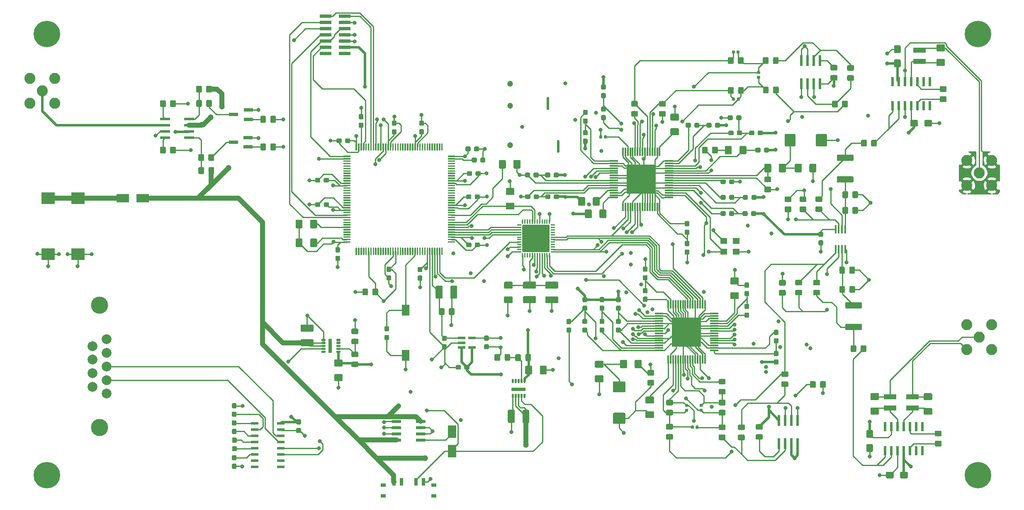
<source format=gbr>
G04 #@! TF.GenerationSoftware,KiCad,Pcbnew,(5.1.2)-1*
G04 #@! TF.CreationDate,2019-08-22T15:05:39-05:00*
G04 #@! TF.ProjectId,EMI_sensor_control_Rev1.0,454d495f-7365-46e7-936f-725f636f6e74,rev?*
G04 #@! TF.SameCoordinates,Original*
G04 #@! TF.FileFunction,Copper,L1,Top*
G04 #@! TF.FilePolarity,Positive*
%FSLAX46Y46*%
G04 Gerber Fmt 4.6, Leading zero omitted, Abs format (unit mm)*
G04 Created by KiCad (PCBNEW (5.1.2)-1) date 2019-08-22 15:05:39*
%MOMM*%
%LPD*%
G04 APERTURE LIST*
%ADD10R,2.400000X0.740000*%
%ADD11C,0.800000*%
%ADD12C,5.400000*%
%ADD13R,2.540000X1.016000*%
%ADD14C,2.250000*%
%ADD15R,0.700000X1.500000*%
%ADD16R,1.000000X0.800000*%
%ADD17C,0.100000*%
%ADD18C,0.950000*%
%ADD19C,1.425000*%
%ADD20R,2.500000X1.700000*%
%ADD21C,0.250000*%
%ADD22C,5.600000*%
%ADD23C,0.590000*%
%ADD24C,1.150000*%
%ADD25C,1.300000*%
%ADD26C,1.350000*%
%ADD27R,1.600200X0.508000*%
%ADD28R,1.700000X2.500000*%
%ADD29C,2.000000*%
%ADD30C,3.500000*%
%ADD31R,2.800000X2.400000*%
%ADD32R,1.900000X0.800000*%
%ADD33R,2.000000X0.600000*%
%ADD34R,1.600000X2.180000*%
%ADD35C,0.700000*%
%ADD36C,0.500000*%
%ADD37C,0.450000*%
%ADD38R,1.574800X0.558800*%
%ADD39C,0.600000*%
%ADD40R,0.558800X2.184400*%
%ADD41R,1.663700X0.330200*%
%ADD42R,0.330200X1.663700*%
%ADD43R,5.994400X5.994400*%
%ADD44R,0.558800X1.981200*%
%ADD45R,0.431800X1.778000*%
%ADD46C,0.300000*%
%ADD47R,1.400000X1.200000*%
%ADD48C,1.200000*%
%ADD49C,0.500000*%
%ADD50C,0.250000*%
%ADD51C,1.000000*%
%ADD52C,0.254000*%
G04 APERTURE END LIST*
D10*
X119055600Y-50850800D03*
X122955600Y-50850800D03*
X119055600Y-52120800D03*
X122955600Y-52120800D03*
X119055600Y-53390800D03*
X122955600Y-53390800D03*
X119055600Y-54660800D03*
X122955600Y-54660800D03*
X119055600Y-55930800D03*
X122955600Y-55930800D03*
X119055600Y-57200800D03*
X122955600Y-57200800D03*
X119055600Y-58470800D03*
X122955600Y-58470800D03*
D11*
X253653891Y-143094109D03*
X252222000Y-142501000D03*
X250790109Y-143094109D03*
X250197000Y-144526000D03*
X250790109Y-145957891D03*
X252222000Y-146551000D03*
X253653891Y-145957891D03*
X254247000Y-144526000D03*
D12*
X252222000Y-144526000D03*
D11*
X63560291Y-143094109D03*
X62128400Y-142501000D03*
X60696509Y-143094109D03*
X60103400Y-144526000D03*
X60696509Y-145957891D03*
X62128400Y-146551000D03*
X63560291Y-145957891D03*
X64153400Y-144526000D03*
D12*
X62128400Y-144526000D03*
D11*
X253653891Y-53076509D03*
X252222000Y-52483400D03*
X250790109Y-53076509D03*
X250197000Y-54508400D03*
X250790109Y-55940291D03*
X252222000Y-56533400D03*
X253653891Y-55940291D03*
X254247000Y-54508400D03*
D12*
X252222000Y-54508400D03*
X62128400Y-54508400D03*
D11*
X64153400Y-54508400D03*
X63560291Y-55940291D03*
X62128400Y-56533400D03*
X60696509Y-55940291D03*
X60103400Y-54508400D03*
X60696509Y-53076509D03*
X62128400Y-52483400D03*
X63560291Y-53076509D03*
D13*
X238836200Y-128536700D03*
X238836200Y-130822700D03*
D14*
X249936000Y-113792000D03*
X255016000Y-113792000D03*
X255016000Y-118872000D03*
X249936000Y-118872000D03*
X252476000Y-116332000D03*
X249936000Y-80264000D03*
X255016000Y-80264000D03*
X255016000Y-85344000D03*
X249936000Y-85344000D03*
X252476000Y-82804000D03*
X63764160Y-68620640D03*
X58684160Y-68620640D03*
X58684160Y-63540640D03*
X63764160Y-63540640D03*
X61224160Y-66080640D03*
D15*
X132996680Y-145933180D03*
X134496680Y-145933180D03*
X137496680Y-145933180D03*
X138996680Y-145933180D03*
D16*
X130846680Y-148793180D03*
X141146680Y-148793180D03*
X141146680Y-146583180D03*
X130846680Y-146583180D03*
D17*
G36*
X100654279Y-131605644D02*
G01*
X100677334Y-131609063D01*
X100699943Y-131614727D01*
X100721887Y-131622579D01*
X100742957Y-131632544D01*
X100762948Y-131644526D01*
X100781668Y-131658410D01*
X100798938Y-131674062D01*
X100814590Y-131691332D01*
X100828474Y-131710052D01*
X100840456Y-131730043D01*
X100850421Y-131751113D01*
X100858273Y-131773057D01*
X100863937Y-131795666D01*
X100867356Y-131818721D01*
X100868500Y-131842000D01*
X100868500Y-132417000D01*
X100867356Y-132440279D01*
X100863937Y-132463334D01*
X100858273Y-132485943D01*
X100850421Y-132507887D01*
X100840456Y-132528957D01*
X100828474Y-132548948D01*
X100814590Y-132567668D01*
X100798938Y-132584938D01*
X100781668Y-132600590D01*
X100762948Y-132614474D01*
X100742957Y-132626456D01*
X100721887Y-132636421D01*
X100699943Y-132644273D01*
X100677334Y-132649937D01*
X100654279Y-132653356D01*
X100631000Y-132654500D01*
X100156000Y-132654500D01*
X100132721Y-132653356D01*
X100109666Y-132649937D01*
X100087057Y-132644273D01*
X100065113Y-132636421D01*
X100044043Y-132626456D01*
X100024052Y-132614474D01*
X100005332Y-132600590D01*
X99988062Y-132584938D01*
X99972410Y-132567668D01*
X99958526Y-132548948D01*
X99946544Y-132528957D01*
X99936579Y-132507887D01*
X99928727Y-132485943D01*
X99923063Y-132463334D01*
X99919644Y-132440279D01*
X99918500Y-132417000D01*
X99918500Y-131842000D01*
X99919644Y-131818721D01*
X99923063Y-131795666D01*
X99928727Y-131773057D01*
X99936579Y-131751113D01*
X99946544Y-131730043D01*
X99958526Y-131710052D01*
X99972410Y-131691332D01*
X99988062Y-131674062D01*
X100005332Y-131658410D01*
X100024052Y-131644526D01*
X100044043Y-131632544D01*
X100065113Y-131622579D01*
X100087057Y-131614727D01*
X100109666Y-131609063D01*
X100132721Y-131605644D01*
X100156000Y-131604500D01*
X100631000Y-131604500D01*
X100654279Y-131605644D01*
X100654279Y-131605644D01*
G37*
D18*
X100393500Y-132129500D03*
D17*
G36*
X100654279Y-129855644D02*
G01*
X100677334Y-129859063D01*
X100699943Y-129864727D01*
X100721887Y-129872579D01*
X100742957Y-129882544D01*
X100762948Y-129894526D01*
X100781668Y-129908410D01*
X100798938Y-129924062D01*
X100814590Y-129941332D01*
X100828474Y-129960052D01*
X100840456Y-129980043D01*
X100850421Y-130001113D01*
X100858273Y-130023057D01*
X100863937Y-130045666D01*
X100867356Y-130068721D01*
X100868500Y-130092000D01*
X100868500Y-130667000D01*
X100867356Y-130690279D01*
X100863937Y-130713334D01*
X100858273Y-130735943D01*
X100850421Y-130757887D01*
X100840456Y-130778957D01*
X100828474Y-130798948D01*
X100814590Y-130817668D01*
X100798938Y-130834938D01*
X100781668Y-130850590D01*
X100762948Y-130864474D01*
X100742957Y-130876456D01*
X100721887Y-130886421D01*
X100699943Y-130894273D01*
X100677334Y-130899937D01*
X100654279Y-130903356D01*
X100631000Y-130904500D01*
X100156000Y-130904500D01*
X100132721Y-130903356D01*
X100109666Y-130899937D01*
X100087057Y-130894273D01*
X100065113Y-130886421D01*
X100044043Y-130876456D01*
X100024052Y-130864474D01*
X100005332Y-130850590D01*
X99988062Y-130834938D01*
X99972410Y-130817668D01*
X99958526Y-130798948D01*
X99946544Y-130778957D01*
X99936579Y-130757887D01*
X99928727Y-130735943D01*
X99923063Y-130713334D01*
X99919644Y-130690279D01*
X99918500Y-130667000D01*
X99918500Y-130092000D01*
X99919644Y-130068721D01*
X99923063Y-130045666D01*
X99928727Y-130023057D01*
X99936579Y-130001113D01*
X99946544Y-129980043D01*
X99958526Y-129960052D01*
X99972410Y-129941332D01*
X99988062Y-129924062D01*
X100005332Y-129908410D01*
X100024052Y-129894526D01*
X100044043Y-129882544D01*
X100065113Y-129872579D01*
X100087057Y-129864727D01*
X100109666Y-129859063D01*
X100132721Y-129855644D01*
X100156000Y-129854500D01*
X100631000Y-129854500D01*
X100654279Y-129855644D01*
X100654279Y-129855644D01*
G37*
D18*
X100393500Y-130379500D03*
D17*
G36*
X174803724Y-87784904D02*
G01*
X174827993Y-87788504D01*
X174851791Y-87794465D01*
X174874891Y-87802730D01*
X174897069Y-87813220D01*
X174918113Y-87825833D01*
X174937818Y-87840447D01*
X174955997Y-87856923D01*
X174972473Y-87875102D01*
X174987087Y-87894807D01*
X174999700Y-87915851D01*
X175010190Y-87938029D01*
X175018455Y-87961129D01*
X175024416Y-87984927D01*
X175028016Y-88009196D01*
X175029220Y-88033700D01*
X175029220Y-89283700D01*
X175028016Y-89308204D01*
X175024416Y-89332473D01*
X175018455Y-89356271D01*
X175010190Y-89379371D01*
X174999700Y-89401549D01*
X174987087Y-89422593D01*
X174972473Y-89442298D01*
X174955997Y-89460477D01*
X174937818Y-89476953D01*
X174918113Y-89491567D01*
X174897069Y-89504180D01*
X174874891Y-89514670D01*
X174851791Y-89522935D01*
X174827993Y-89528896D01*
X174803724Y-89532496D01*
X174779220Y-89533700D01*
X173854220Y-89533700D01*
X173829716Y-89532496D01*
X173805447Y-89528896D01*
X173781649Y-89522935D01*
X173758549Y-89514670D01*
X173736371Y-89504180D01*
X173715327Y-89491567D01*
X173695622Y-89476953D01*
X173677443Y-89460477D01*
X173660967Y-89442298D01*
X173646353Y-89422593D01*
X173633740Y-89401549D01*
X173623250Y-89379371D01*
X173614985Y-89356271D01*
X173609024Y-89332473D01*
X173605424Y-89308204D01*
X173604220Y-89283700D01*
X173604220Y-88033700D01*
X173605424Y-88009196D01*
X173609024Y-87984927D01*
X173614985Y-87961129D01*
X173623250Y-87938029D01*
X173633740Y-87915851D01*
X173646353Y-87894807D01*
X173660967Y-87875102D01*
X173677443Y-87856923D01*
X173695622Y-87840447D01*
X173715327Y-87825833D01*
X173736371Y-87813220D01*
X173758549Y-87802730D01*
X173781649Y-87794465D01*
X173805447Y-87788504D01*
X173829716Y-87784904D01*
X173854220Y-87783700D01*
X174779220Y-87783700D01*
X174803724Y-87784904D01*
X174803724Y-87784904D01*
G37*
D19*
X174316720Y-88658700D03*
D17*
G36*
X171828724Y-87784904D02*
G01*
X171852993Y-87788504D01*
X171876791Y-87794465D01*
X171899891Y-87802730D01*
X171922069Y-87813220D01*
X171943113Y-87825833D01*
X171962818Y-87840447D01*
X171980997Y-87856923D01*
X171997473Y-87875102D01*
X172012087Y-87894807D01*
X172024700Y-87915851D01*
X172035190Y-87938029D01*
X172043455Y-87961129D01*
X172049416Y-87984927D01*
X172053016Y-88009196D01*
X172054220Y-88033700D01*
X172054220Y-89283700D01*
X172053016Y-89308204D01*
X172049416Y-89332473D01*
X172043455Y-89356271D01*
X172035190Y-89379371D01*
X172024700Y-89401549D01*
X172012087Y-89422593D01*
X171997473Y-89442298D01*
X171980997Y-89460477D01*
X171962818Y-89476953D01*
X171943113Y-89491567D01*
X171922069Y-89504180D01*
X171899891Y-89514670D01*
X171876791Y-89522935D01*
X171852993Y-89528896D01*
X171828724Y-89532496D01*
X171804220Y-89533700D01*
X170879220Y-89533700D01*
X170854716Y-89532496D01*
X170830447Y-89528896D01*
X170806649Y-89522935D01*
X170783549Y-89514670D01*
X170761371Y-89504180D01*
X170740327Y-89491567D01*
X170720622Y-89476953D01*
X170702443Y-89460477D01*
X170685967Y-89442298D01*
X170671353Y-89422593D01*
X170658740Y-89401549D01*
X170648250Y-89379371D01*
X170639985Y-89356271D01*
X170634024Y-89332473D01*
X170630424Y-89308204D01*
X170629220Y-89283700D01*
X170629220Y-88033700D01*
X170630424Y-88009196D01*
X170634024Y-87984927D01*
X170639985Y-87961129D01*
X170648250Y-87938029D01*
X170658740Y-87915851D01*
X170671353Y-87894807D01*
X170685967Y-87875102D01*
X170702443Y-87856923D01*
X170720622Y-87840447D01*
X170740327Y-87825833D01*
X170761371Y-87813220D01*
X170783549Y-87802730D01*
X170806649Y-87794465D01*
X170830447Y-87788504D01*
X170854716Y-87784904D01*
X170879220Y-87783700D01*
X171804220Y-87783700D01*
X171828724Y-87784904D01*
X171828724Y-87784904D01*
G37*
D19*
X171341720Y-88658700D03*
D20*
X77684880Y-87980520D03*
X81684880Y-87980520D03*
D17*
G36*
X165819826Y-93340501D02*
G01*
X165825893Y-93341401D01*
X165831843Y-93342891D01*
X165837618Y-93344958D01*
X165843162Y-93347580D01*
X165848423Y-93350733D01*
X165853350Y-93354387D01*
X165857894Y-93358506D01*
X165862013Y-93363050D01*
X165865667Y-93367977D01*
X165868820Y-93373238D01*
X165871442Y-93378782D01*
X165873509Y-93384557D01*
X165874999Y-93390507D01*
X165875899Y-93396574D01*
X165876200Y-93402700D01*
X165876200Y-93527700D01*
X165875899Y-93533826D01*
X165874999Y-93539893D01*
X165873509Y-93545843D01*
X165871442Y-93551618D01*
X165868820Y-93557162D01*
X165865667Y-93562423D01*
X165862013Y-93567350D01*
X165857894Y-93571894D01*
X165853350Y-93576013D01*
X165848423Y-93579667D01*
X165843162Y-93582820D01*
X165837618Y-93585442D01*
X165831843Y-93587509D01*
X165825893Y-93588999D01*
X165819826Y-93589899D01*
X165813700Y-93590200D01*
X165063700Y-93590200D01*
X165057574Y-93589899D01*
X165051507Y-93588999D01*
X165045557Y-93587509D01*
X165039782Y-93585442D01*
X165034238Y-93582820D01*
X165028977Y-93579667D01*
X165024050Y-93576013D01*
X165019506Y-93571894D01*
X165015387Y-93567350D01*
X165011733Y-93562423D01*
X165008580Y-93557162D01*
X165005958Y-93551618D01*
X165003891Y-93545843D01*
X165002401Y-93539893D01*
X165001501Y-93533826D01*
X165001200Y-93527700D01*
X165001200Y-93402700D01*
X165001501Y-93396574D01*
X165002401Y-93390507D01*
X165003891Y-93384557D01*
X165005958Y-93378782D01*
X165008580Y-93373238D01*
X165011733Y-93367977D01*
X165015387Y-93363050D01*
X165019506Y-93358506D01*
X165024050Y-93354387D01*
X165028977Y-93350733D01*
X165034238Y-93347580D01*
X165039782Y-93344958D01*
X165045557Y-93342891D01*
X165051507Y-93341401D01*
X165057574Y-93340501D01*
X165063700Y-93340200D01*
X165813700Y-93340200D01*
X165819826Y-93340501D01*
X165819826Y-93340501D01*
G37*
D21*
X165438700Y-93465200D03*
D17*
G36*
X165819826Y-93840501D02*
G01*
X165825893Y-93841401D01*
X165831843Y-93842891D01*
X165837618Y-93844958D01*
X165843162Y-93847580D01*
X165848423Y-93850733D01*
X165853350Y-93854387D01*
X165857894Y-93858506D01*
X165862013Y-93863050D01*
X165865667Y-93867977D01*
X165868820Y-93873238D01*
X165871442Y-93878782D01*
X165873509Y-93884557D01*
X165874999Y-93890507D01*
X165875899Y-93896574D01*
X165876200Y-93902700D01*
X165876200Y-94027700D01*
X165875899Y-94033826D01*
X165874999Y-94039893D01*
X165873509Y-94045843D01*
X165871442Y-94051618D01*
X165868820Y-94057162D01*
X165865667Y-94062423D01*
X165862013Y-94067350D01*
X165857894Y-94071894D01*
X165853350Y-94076013D01*
X165848423Y-94079667D01*
X165843162Y-94082820D01*
X165837618Y-94085442D01*
X165831843Y-94087509D01*
X165825893Y-94088999D01*
X165819826Y-94089899D01*
X165813700Y-94090200D01*
X165063700Y-94090200D01*
X165057574Y-94089899D01*
X165051507Y-94088999D01*
X165045557Y-94087509D01*
X165039782Y-94085442D01*
X165034238Y-94082820D01*
X165028977Y-94079667D01*
X165024050Y-94076013D01*
X165019506Y-94071894D01*
X165015387Y-94067350D01*
X165011733Y-94062423D01*
X165008580Y-94057162D01*
X165005958Y-94051618D01*
X165003891Y-94045843D01*
X165002401Y-94039893D01*
X165001501Y-94033826D01*
X165001200Y-94027700D01*
X165001200Y-93902700D01*
X165001501Y-93896574D01*
X165002401Y-93890507D01*
X165003891Y-93884557D01*
X165005958Y-93878782D01*
X165008580Y-93873238D01*
X165011733Y-93867977D01*
X165015387Y-93863050D01*
X165019506Y-93858506D01*
X165024050Y-93854387D01*
X165028977Y-93850733D01*
X165034238Y-93847580D01*
X165039782Y-93844958D01*
X165045557Y-93842891D01*
X165051507Y-93841401D01*
X165057574Y-93840501D01*
X165063700Y-93840200D01*
X165813700Y-93840200D01*
X165819826Y-93840501D01*
X165819826Y-93840501D01*
G37*
D21*
X165438700Y-93965200D03*
D17*
G36*
X165819826Y-94340501D02*
G01*
X165825893Y-94341401D01*
X165831843Y-94342891D01*
X165837618Y-94344958D01*
X165843162Y-94347580D01*
X165848423Y-94350733D01*
X165853350Y-94354387D01*
X165857894Y-94358506D01*
X165862013Y-94363050D01*
X165865667Y-94367977D01*
X165868820Y-94373238D01*
X165871442Y-94378782D01*
X165873509Y-94384557D01*
X165874999Y-94390507D01*
X165875899Y-94396574D01*
X165876200Y-94402700D01*
X165876200Y-94527700D01*
X165875899Y-94533826D01*
X165874999Y-94539893D01*
X165873509Y-94545843D01*
X165871442Y-94551618D01*
X165868820Y-94557162D01*
X165865667Y-94562423D01*
X165862013Y-94567350D01*
X165857894Y-94571894D01*
X165853350Y-94576013D01*
X165848423Y-94579667D01*
X165843162Y-94582820D01*
X165837618Y-94585442D01*
X165831843Y-94587509D01*
X165825893Y-94588999D01*
X165819826Y-94589899D01*
X165813700Y-94590200D01*
X165063700Y-94590200D01*
X165057574Y-94589899D01*
X165051507Y-94588999D01*
X165045557Y-94587509D01*
X165039782Y-94585442D01*
X165034238Y-94582820D01*
X165028977Y-94579667D01*
X165024050Y-94576013D01*
X165019506Y-94571894D01*
X165015387Y-94567350D01*
X165011733Y-94562423D01*
X165008580Y-94557162D01*
X165005958Y-94551618D01*
X165003891Y-94545843D01*
X165002401Y-94539893D01*
X165001501Y-94533826D01*
X165001200Y-94527700D01*
X165001200Y-94402700D01*
X165001501Y-94396574D01*
X165002401Y-94390507D01*
X165003891Y-94384557D01*
X165005958Y-94378782D01*
X165008580Y-94373238D01*
X165011733Y-94367977D01*
X165015387Y-94363050D01*
X165019506Y-94358506D01*
X165024050Y-94354387D01*
X165028977Y-94350733D01*
X165034238Y-94347580D01*
X165039782Y-94344958D01*
X165045557Y-94342891D01*
X165051507Y-94341401D01*
X165057574Y-94340501D01*
X165063700Y-94340200D01*
X165813700Y-94340200D01*
X165819826Y-94340501D01*
X165819826Y-94340501D01*
G37*
D21*
X165438700Y-94465200D03*
D17*
G36*
X165819826Y-94840501D02*
G01*
X165825893Y-94841401D01*
X165831843Y-94842891D01*
X165837618Y-94844958D01*
X165843162Y-94847580D01*
X165848423Y-94850733D01*
X165853350Y-94854387D01*
X165857894Y-94858506D01*
X165862013Y-94863050D01*
X165865667Y-94867977D01*
X165868820Y-94873238D01*
X165871442Y-94878782D01*
X165873509Y-94884557D01*
X165874999Y-94890507D01*
X165875899Y-94896574D01*
X165876200Y-94902700D01*
X165876200Y-95027700D01*
X165875899Y-95033826D01*
X165874999Y-95039893D01*
X165873509Y-95045843D01*
X165871442Y-95051618D01*
X165868820Y-95057162D01*
X165865667Y-95062423D01*
X165862013Y-95067350D01*
X165857894Y-95071894D01*
X165853350Y-95076013D01*
X165848423Y-95079667D01*
X165843162Y-95082820D01*
X165837618Y-95085442D01*
X165831843Y-95087509D01*
X165825893Y-95088999D01*
X165819826Y-95089899D01*
X165813700Y-95090200D01*
X165063700Y-95090200D01*
X165057574Y-95089899D01*
X165051507Y-95088999D01*
X165045557Y-95087509D01*
X165039782Y-95085442D01*
X165034238Y-95082820D01*
X165028977Y-95079667D01*
X165024050Y-95076013D01*
X165019506Y-95071894D01*
X165015387Y-95067350D01*
X165011733Y-95062423D01*
X165008580Y-95057162D01*
X165005958Y-95051618D01*
X165003891Y-95045843D01*
X165002401Y-95039893D01*
X165001501Y-95033826D01*
X165001200Y-95027700D01*
X165001200Y-94902700D01*
X165001501Y-94896574D01*
X165002401Y-94890507D01*
X165003891Y-94884557D01*
X165005958Y-94878782D01*
X165008580Y-94873238D01*
X165011733Y-94867977D01*
X165015387Y-94863050D01*
X165019506Y-94858506D01*
X165024050Y-94854387D01*
X165028977Y-94850733D01*
X165034238Y-94847580D01*
X165039782Y-94844958D01*
X165045557Y-94842891D01*
X165051507Y-94841401D01*
X165057574Y-94840501D01*
X165063700Y-94840200D01*
X165813700Y-94840200D01*
X165819826Y-94840501D01*
X165819826Y-94840501D01*
G37*
D21*
X165438700Y-94965200D03*
D17*
G36*
X165819826Y-95340501D02*
G01*
X165825893Y-95341401D01*
X165831843Y-95342891D01*
X165837618Y-95344958D01*
X165843162Y-95347580D01*
X165848423Y-95350733D01*
X165853350Y-95354387D01*
X165857894Y-95358506D01*
X165862013Y-95363050D01*
X165865667Y-95367977D01*
X165868820Y-95373238D01*
X165871442Y-95378782D01*
X165873509Y-95384557D01*
X165874999Y-95390507D01*
X165875899Y-95396574D01*
X165876200Y-95402700D01*
X165876200Y-95527700D01*
X165875899Y-95533826D01*
X165874999Y-95539893D01*
X165873509Y-95545843D01*
X165871442Y-95551618D01*
X165868820Y-95557162D01*
X165865667Y-95562423D01*
X165862013Y-95567350D01*
X165857894Y-95571894D01*
X165853350Y-95576013D01*
X165848423Y-95579667D01*
X165843162Y-95582820D01*
X165837618Y-95585442D01*
X165831843Y-95587509D01*
X165825893Y-95588999D01*
X165819826Y-95589899D01*
X165813700Y-95590200D01*
X165063700Y-95590200D01*
X165057574Y-95589899D01*
X165051507Y-95588999D01*
X165045557Y-95587509D01*
X165039782Y-95585442D01*
X165034238Y-95582820D01*
X165028977Y-95579667D01*
X165024050Y-95576013D01*
X165019506Y-95571894D01*
X165015387Y-95567350D01*
X165011733Y-95562423D01*
X165008580Y-95557162D01*
X165005958Y-95551618D01*
X165003891Y-95545843D01*
X165002401Y-95539893D01*
X165001501Y-95533826D01*
X165001200Y-95527700D01*
X165001200Y-95402700D01*
X165001501Y-95396574D01*
X165002401Y-95390507D01*
X165003891Y-95384557D01*
X165005958Y-95378782D01*
X165008580Y-95373238D01*
X165011733Y-95367977D01*
X165015387Y-95363050D01*
X165019506Y-95358506D01*
X165024050Y-95354387D01*
X165028977Y-95350733D01*
X165034238Y-95347580D01*
X165039782Y-95344958D01*
X165045557Y-95342891D01*
X165051507Y-95341401D01*
X165057574Y-95340501D01*
X165063700Y-95340200D01*
X165813700Y-95340200D01*
X165819826Y-95340501D01*
X165819826Y-95340501D01*
G37*
D21*
X165438700Y-95465200D03*
D17*
G36*
X165819826Y-95840501D02*
G01*
X165825893Y-95841401D01*
X165831843Y-95842891D01*
X165837618Y-95844958D01*
X165843162Y-95847580D01*
X165848423Y-95850733D01*
X165853350Y-95854387D01*
X165857894Y-95858506D01*
X165862013Y-95863050D01*
X165865667Y-95867977D01*
X165868820Y-95873238D01*
X165871442Y-95878782D01*
X165873509Y-95884557D01*
X165874999Y-95890507D01*
X165875899Y-95896574D01*
X165876200Y-95902700D01*
X165876200Y-96027700D01*
X165875899Y-96033826D01*
X165874999Y-96039893D01*
X165873509Y-96045843D01*
X165871442Y-96051618D01*
X165868820Y-96057162D01*
X165865667Y-96062423D01*
X165862013Y-96067350D01*
X165857894Y-96071894D01*
X165853350Y-96076013D01*
X165848423Y-96079667D01*
X165843162Y-96082820D01*
X165837618Y-96085442D01*
X165831843Y-96087509D01*
X165825893Y-96088999D01*
X165819826Y-96089899D01*
X165813700Y-96090200D01*
X165063700Y-96090200D01*
X165057574Y-96089899D01*
X165051507Y-96088999D01*
X165045557Y-96087509D01*
X165039782Y-96085442D01*
X165034238Y-96082820D01*
X165028977Y-96079667D01*
X165024050Y-96076013D01*
X165019506Y-96071894D01*
X165015387Y-96067350D01*
X165011733Y-96062423D01*
X165008580Y-96057162D01*
X165005958Y-96051618D01*
X165003891Y-96045843D01*
X165002401Y-96039893D01*
X165001501Y-96033826D01*
X165001200Y-96027700D01*
X165001200Y-95902700D01*
X165001501Y-95896574D01*
X165002401Y-95890507D01*
X165003891Y-95884557D01*
X165005958Y-95878782D01*
X165008580Y-95873238D01*
X165011733Y-95867977D01*
X165015387Y-95863050D01*
X165019506Y-95858506D01*
X165024050Y-95854387D01*
X165028977Y-95850733D01*
X165034238Y-95847580D01*
X165039782Y-95844958D01*
X165045557Y-95842891D01*
X165051507Y-95841401D01*
X165057574Y-95840501D01*
X165063700Y-95840200D01*
X165813700Y-95840200D01*
X165819826Y-95840501D01*
X165819826Y-95840501D01*
G37*
D21*
X165438700Y-95965200D03*
D17*
G36*
X165819826Y-96340501D02*
G01*
X165825893Y-96341401D01*
X165831843Y-96342891D01*
X165837618Y-96344958D01*
X165843162Y-96347580D01*
X165848423Y-96350733D01*
X165853350Y-96354387D01*
X165857894Y-96358506D01*
X165862013Y-96363050D01*
X165865667Y-96367977D01*
X165868820Y-96373238D01*
X165871442Y-96378782D01*
X165873509Y-96384557D01*
X165874999Y-96390507D01*
X165875899Y-96396574D01*
X165876200Y-96402700D01*
X165876200Y-96527700D01*
X165875899Y-96533826D01*
X165874999Y-96539893D01*
X165873509Y-96545843D01*
X165871442Y-96551618D01*
X165868820Y-96557162D01*
X165865667Y-96562423D01*
X165862013Y-96567350D01*
X165857894Y-96571894D01*
X165853350Y-96576013D01*
X165848423Y-96579667D01*
X165843162Y-96582820D01*
X165837618Y-96585442D01*
X165831843Y-96587509D01*
X165825893Y-96588999D01*
X165819826Y-96589899D01*
X165813700Y-96590200D01*
X165063700Y-96590200D01*
X165057574Y-96589899D01*
X165051507Y-96588999D01*
X165045557Y-96587509D01*
X165039782Y-96585442D01*
X165034238Y-96582820D01*
X165028977Y-96579667D01*
X165024050Y-96576013D01*
X165019506Y-96571894D01*
X165015387Y-96567350D01*
X165011733Y-96562423D01*
X165008580Y-96557162D01*
X165005958Y-96551618D01*
X165003891Y-96545843D01*
X165002401Y-96539893D01*
X165001501Y-96533826D01*
X165001200Y-96527700D01*
X165001200Y-96402700D01*
X165001501Y-96396574D01*
X165002401Y-96390507D01*
X165003891Y-96384557D01*
X165005958Y-96378782D01*
X165008580Y-96373238D01*
X165011733Y-96367977D01*
X165015387Y-96363050D01*
X165019506Y-96358506D01*
X165024050Y-96354387D01*
X165028977Y-96350733D01*
X165034238Y-96347580D01*
X165039782Y-96344958D01*
X165045557Y-96342891D01*
X165051507Y-96341401D01*
X165057574Y-96340501D01*
X165063700Y-96340200D01*
X165813700Y-96340200D01*
X165819826Y-96340501D01*
X165819826Y-96340501D01*
G37*
D21*
X165438700Y-96465200D03*
D17*
G36*
X165819826Y-96840501D02*
G01*
X165825893Y-96841401D01*
X165831843Y-96842891D01*
X165837618Y-96844958D01*
X165843162Y-96847580D01*
X165848423Y-96850733D01*
X165853350Y-96854387D01*
X165857894Y-96858506D01*
X165862013Y-96863050D01*
X165865667Y-96867977D01*
X165868820Y-96873238D01*
X165871442Y-96878782D01*
X165873509Y-96884557D01*
X165874999Y-96890507D01*
X165875899Y-96896574D01*
X165876200Y-96902700D01*
X165876200Y-97027700D01*
X165875899Y-97033826D01*
X165874999Y-97039893D01*
X165873509Y-97045843D01*
X165871442Y-97051618D01*
X165868820Y-97057162D01*
X165865667Y-97062423D01*
X165862013Y-97067350D01*
X165857894Y-97071894D01*
X165853350Y-97076013D01*
X165848423Y-97079667D01*
X165843162Y-97082820D01*
X165837618Y-97085442D01*
X165831843Y-97087509D01*
X165825893Y-97088999D01*
X165819826Y-97089899D01*
X165813700Y-97090200D01*
X165063700Y-97090200D01*
X165057574Y-97089899D01*
X165051507Y-97088999D01*
X165045557Y-97087509D01*
X165039782Y-97085442D01*
X165034238Y-97082820D01*
X165028977Y-97079667D01*
X165024050Y-97076013D01*
X165019506Y-97071894D01*
X165015387Y-97067350D01*
X165011733Y-97062423D01*
X165008580Y-97057162D01*
X165005958Y-97051618D01*
X165003891Y-97045843D01*
X165002401Y-97039893D01*
X165001501Y-97033826D01*
X165001200Y-97027700D01*
X165001200Y-96902700D01*
X165001501Y-96896574D01*
X165002401Y-96890507D01*
X165003891Y-96884557D01*
X165005958Y-96878782D01*
X165008580Y-96873238D01*
X165011733Y-96867977D01*
X165015387Y-96863050D01*
X165019506Y-96858506D01*
X165024050Y-96854387D01*
X165028977Y-96850733D01*
X165034238Y-96847580D01*
X165039782Y-96844958D01*
X165045557Y-96842891D01*
X165051507Y-96841401D01*
X165057574Y-96840501D01*
X165063700Y-96840200D01*
X165813700Y-96840200D01*
X165819826Y-96840501D01*
X165819826Y-96840501D01*
G37*
D21*
X165438700Y-96965200D03*
D17*
G36*
X165819826Y-97340501D02*
G01*
X165825893Y-97341401D01*
X165831843Y-97342891D01*
X165837618Y-97344958D01*
X165843162Y-97347580D01*
X165848423Y-97350733D01*
X165853350Y-97354387D01*
X165857894Y-97358506D01*
X165862013Y-97363050D01*
X165865667Y-97367977D01*
X165868820Y-97373238D01*
X165871442Y-97378782D01*
X165873509Y-97384557D01*
X165874999Y-97390507D01*
X165875899Y-97396574D01*
X165876200Y-97402700D01*
X165876200Y-97527700D01*
X165875899Y-97533826D01*
X165874999Y-97539893D01*
X165873509Y-97545843D01*
X165871442Y-97551618D01*
X165868820Y-97557162D01*
X165865667Y-97562423D01*
X165862013Y-97567350D01*
X165857894Y-97571894D01*
X165853350Y-97576013D01*
X165848423Y-97579667D01*
X165843162Y-97582820D01*
X165837618Y-97585442D01*
X165831843Y-97587509D01*
X165825893Y-97588999D01*
X165819826Y-97589899D01*
X165813700Y-97590200D01*
X165063700Y-97590200D01*
X165057574Y-97589899D01*
X165051507Y-97588999D01*
X165045557Y-97587509D01*
X165039782Y-97585442D01*
X165034238Y-97582820D01*
X165028977Y-97579667D01*
X165024050Y-97576013D01*
X165019506Y-97571894D01*
X165015387Y-97567350D01*
X165011733Y-97562423D01*
X165008580Y-97557162D01*
X165005958Y-97551618D01*
X165003891Y-97545843D01*
X165002401Y-97539893D01*
X165001501Y-97533826D01*
X165001200Y-97527700D01*
X165001200Y-97402700D01*
X165001501Y-97396574D01*
X165002401Y-97390507D01*
X165003891Y-97384557D01*
X165005958Y-97378782D01*
X165008580Y-97373238D01*
X165011733Y-97367977D01*
X165015387Y-97363050D01*
X165019506Y-97358506D01*
X165024050Y-97354387D01*
X165028977Y-97350733D01*
X165034238Y-97347580D01*
X165039782Y-97344958D01*
X165045557Y-97342891D01*
X165051507Y-97341401D01*
X165057574Y-97340501D01*
X165063700Y-97340200D01*
X165813700Y-97340200D01*
X165819826Y-97340501D01*
X165819826Y-97340501D01*
G37*
D21*
X165438700Y-97465200D03*
D17*
G36*
X165819826Y-97840501D02*
G01*
X165825893Y-97841401D01*
X165831843Y-97842891D01*
X165837618Y-97844958D01*
X165843162Y-97847580D01*
X165848423Y-97850733D01*
X165853350Y-97854387D01*
X165857894Y-97858506D01*
X165862013Y-97863050D01*
X165865667Y-97867977D01*
X165868820Y-97873238D01*
X165871442Y-97878782D01*
X165873509Y-97884557D01*
X165874999Y-97890507D01*
X165875899Y-97896574D01*
X165876200Y-97902700D01*
X165876200Y-98027700D01*
X165875899Y-98033826D01*
X165874999Y-98039893D01*
X165873509Y-98045843D01*
X165871442Y-98051618D01*
X165868820Y-98057162D01*
X165865667Y-98062423D01*
X165862013Y-98067350D01*
X165857894Y-98071894D01*
X165853350Y-98076013D01*
X165848423Y-98079667D01*
X165843162Y-98082820D01*
X165837618Y-98085442D01*
X165831843Y-98087509D01*
X165825893Y-98088999D01*
X165819826Y-98089899D01*
X165813700Y-98090200D01*
X165063700Y-98090200D01*
X165057574Y-98089899D01*
X165051507Y-98088999D01*
X165045557Y-98087509D01*
X165039782Y-98085442D01*
X165034238Y-98082820D01*
X165028977Y-98079667D01*
X165024050Y-98076013D01*
X165019506Y-98071894D01*
X165015387Y-98067350D01*
X165011733Y-98062423D01*
X165008580Y-98057162D01*
X165005958Y-98051618D01*
X165003891Y-98045843D01*
X165002401Y-98039893D01*
X165001501Y-98033826D01*
X165001200Y-98027700D01*
X165001200Y-97902700D01*
X165001501Y-97896574D01*
X165002401Y-97890507D01*
X165003891Y-97884557D01*
X165005958Y-97878782D01*
X165008580Y-97873238D01*
X165011733Y-97867977D01*
X165015387Y-97863050D01*
X165019506Y-97858506D01*
X165024050Y-97854387D01*
X165028977Y-97850733D01*
X165034238Y-97847580D01*
X165039782Y-97844958D01*
X165045557Y-97842891D01*
X165051507Y-97841401D01*
X165057574Y-97840501D01*
X165063700Y-97840200D01*
X165813700Y-97840200D01*
X165819826Y-97840501D01*
X165819826Y-97840501D01*
G37*
D21*
X165438700Y-97965200D03*
D17*
G36*
X165819826Y-98340501D02*
G01*
X165825893Y-98341401D01*
X165831843Y-98342891D01*
X165837618Y-98344958D01*
X165843162Y-98347580D01*
X165848423Y-98350733D01*
X165853350Y-98354387D01*
X165857894Y-98358506D01*
X165862013Y-98363050D01*
X165865667Y-98367977D01*
X165868820Y-98373238D01*
X165871442Y-98378782D01*
X165873509Y-98384557D01*
X165874999Y-98390507D01*
X165875899Y-98396574D01*
X165876200Y-98402700D01*
X165876200Y-98527700D01*
X165875899Y-98533826D01*
X165874999Y-98539893D01*
X165873509Y-98545843D01*
X165871442Y-98551618D01*
X165868820Y-98557162D01*
X165865667Y-98562423D01*
X165862013Y-98567350D01*
X165857894Y-98571894D01*
X165853350Y-98576013D01*
X165848423Y-98579667D01*
X165843162Y-98582820D01*
X165837618Y-98585442D01*
X165831843Y-98587509D01*
X165825893Y-98588999D01*
X165819826Y-98589899D01*
X165813700Y-98590200D01*
X165063700Y-98590200D01*
X165057574Y-98589899D01*
X165051507Y-98588999D01*
X165045557Y-98587509D01*
X165039782Y-98585442D01*
X165034238Y-98582820D01*
X165028977Y-98579667D01*
X165024050Y-98576013D01*
X165019506Y-98571894D01*
X165015387Y-98567350D01*
X165011733Y-98562423D01*
X165008580Y-98557162D01*
X165005958Y-98551618D01*
X165003891Y-98545843D01*
X165002401Y-98539893D01*
X165001501Y-98533826D01*
X165001200Y-98527700D01*
X165001200Y-98402700D01*
X165001501Y-98396574D01*
X165002401Y-98390507D01*
X165003891Y-98384557D01*
X165005958Y-98378782D01*
X165008580Y-98373238D01*
X165011733Y-98367977D01*
X165015387Y-98363050D01*
X165019506Y-98358506D01*
X165024050Y-98354387D01*
X165028977Y-98350733D01*
X165034238Y-98347580D01*
X165039782Y-98344958D01*
X165045557Y-98342891D01*
X165051507Y-98341401D01*
X165057574Y-98340501D01*
X165063700Y-98340200D01*
X165813700Y-98340200D01*
X165819826Y-98340501D01*
X165819826Y-98340501D01*
G37*
D21*
X165438700Y-98465200D03*
D17*
G36*
X165819826Y-98840501D02*
G01*
X165825893Y-98841401D01*
X165831843Y-98842891D01*
X165837618Y-98844958D01*
X165843162Y-98847580D01*
X165848423Y-98850733D01*
X165853350Y-98854387D01*
X165857894Y-98858506D01*
X165862013Y-98863050D01*
X165865667Y-98867977D01*
X165868820Y-98873238D01*
X165871442Y-98878782D01*
X165873509Y-98884557D01*
X165874999Y-98890507D01*
X165875899Y-98896574D01*
X165876200Y-98902700D01*
X165876200Y-99027700D01*
X165875899Y-99033826D01*
X165874999Y-99039893D01*
X165873509Y-99045843D01*
X165871442Y-99051618D01*
X165868820Y-99057162D01*
X165865667Y-99062423D01*
X165862013Y-99067350D01*
X165857894Y-99071894D01*
X165853350Y-99076013D01*
X165848423Y-99079667D01*
X165843162Y-99082820D01*
X165837618Y-99085442D01*
X165831843Y-99087509D01*
X165825893Y-99088999D01*
X165819826Y-99089899D01*
X165813700Y-99090200D01*
X165063700Y-99090200D01*
X165057574Y-99089899D01*
X165051507Y-99088999D01*
X165045557Y-99087509D01*
X165039782Y-99085442D01*
X165034238Y-99082820D01*
X165028977Y-99079667D01*
X165024050Y-99076013D01*
X165019506Y-99071894D01*
X165015387Y-99067350D01*
X165011733Y-99062423D01*
X165008580Y-99057162D01*
X165005958Y-99051618D01*
X165003891Y-99045843D01*
X165002401Y-99039893D01*
X165001501Y-99033826D01*
X165001200Y-99027700D01*
X165001200Y-98902700D01*
X165001501Y-98896574D01*
X165002401Y-98890507D01*
X165003891Y-98884557D01*
X165005958Y-98878782D01*
X165008580Y-98873238D01*
X165011733Y-98867977D01*
X165015387Y-98863050D01*
X165019506Y-98858506D01*
X165024050Y-98854387D01*
X165028977Y-98850733D01*
X165034238Y-98847580D01*
X165039782Y-98844958D01*
X165045557Y-98842891D01*
X165051507Y-98841401D01*
X165057574Y-98840501D01*
X165063700Y-98840200D01*
X165813700Y-98840200D01*
X165819826Y-98840501D01*
X165819826Y-98840501D01*
G37*
D21*
X165438700Y-98965200D03*
D17*
G36*
X164819826Y-99215501D02*
G01*
X164825893Y-99216401D01*
X164831843Y-99217891D01*
X164837618Y-99219958D01*
X164843162Y-99222580D01*
X164848423Y-99225733D01*
X164853350Y-99229387D01*
X164857894Y-99233506D01*
X164862013Y-99238050D01*
X164865667Y-99242977D01*
X164868820Y-99248238D01*
X164871442Y-99253782D01*
X164873509Y-99259557D01*
X164874999Y-99265507D01*
X164875899Y-99271574D01*
X164876200Y-99277700D01*
X164876200Y-100027700D01*
X164875899Y-100033826D01*
X164874999Y-100039893D01*
X164873509Y-100045843D01*
X164871442Y-100051618D01*
X164868820Y-100057162D01*
X164865667Y-100062423D01*
X164862013Y-100067350D01*
X164857894Y-100071894D01*
X164853350Y-100076013D01*
X164848423Y-100079667D01*
X164843162Y-100082820D01*
X164837618Y-100085442D01*
X164831843Y-100087509D01*
X164825893Y-100088999D01*
X164819826Y-100089899D01*
X164813700Y-100090200D01*
X164688700Y-100090200D01*
X164682574Y-100089899D01*
X164676507Y-100088999D01*
X164670557Y-100087509D01*
X164664782Y-100085442D01*
X164659238Y-100082820D01*
X164653977Y-100079667D01*
X164649050Y-100076013D01*
X164644506Y-100071894D01*
X164640387Y-100067350D01*
X164636733Y-100062423D01*
X164633580Y-100057162D01*
X164630958Y-100051618D01*
X164628891Y-100045843D01*
X164627401Y-100039893D01*
X164626501Y-100033826D01*
X164626200Y-100027700D01*
X164626200Y-99277700D01*
X164626501Y-99271574D01*
X164627401Y-99265507D01*
X164628891Y-99259557D01*
X164630958Y-99253782D01*
X164633580Y-99248238D01*
X164636733Y-99242977D01*
X164640387Y-99238050D01*
X164644506Y-99233506D01*
X164649050Y-99229387D01*
X164653977Y-99225733D01*
X164659238Y-99222580D01*
X164664782Y-99219958D01*
X164670557Y-99217891D01*
X164676507Y-99216401D01*
X164682574Y-99215501D01*
X164688700Y-99215200D01*
X164813700Y-99215200D01*
X164819826Y-99215501D01*
X164819826Y-99215501D01*
G37*
D21*
X164751200Y-99652700D03*
D17*
G36*
X164319826Y-99215501D02*
G01*
X164325893Y-99216401D01*
X164331843Y-99217891D01*
X164337618Y-99219958D01*
X164343162Y-99222580D01*
X164348423Y-99225733D01*
X164353350Y-99229387D01*
X164357894Y-99233506D01*
X164362013Y-99238050D01*
X164365667Y-99242977D01*
X164368820Y-99248238D01*
X164371442Y-99253782D01*
X164373509Y-99259557D01*
X164374999Y-99265507D01*
X164375899Y-99271574D01*
X164376200Y-99277700D01*
X164376200Y-100027700D01*
X164375899Y-100033826D01*
X164374999Y-100039893D01*
X164373509Y-100045843D01*
X164371442Y-100051618D01*
X164368820Y-100057162D01*
X164365667Y-100062423D01*
X164362013Y-100067350D01*
X164357894Y-100071894D01*
X164353350Y-100076013D01*
X164348423Y-100079667D01*
X164343162Y-100082820D01*
X164337618Y-100085442D01*
X164331843Y-100087509D01*
X164325893Y-100088999D01*
X164319826Y-100089899D01*
X164313700Y-100090200D01*
X164188700Y-100090200D01*
X164182574Y-100089899D01*
X164176507Y-100088999D01*
X164170557Y-100087509D01*
X164164782Y-100085442D01*
X164159238Y-100082820D01*
X164153977Y-100079667D01*
X164149050Y-100076013D01*
X164144506Y-100071894D01*
X164140387Y-100067350D01*
X164136733Y-100062423D01*
X164133580Y-100057162D01*
X164130958Y-100051618D01*
X164128891Y-100045843D01*
X164127401Y-100039893D01*
X164126501Y-100033826D01*
X164126200Y-100027700D01*
X164126200Y-99277700D01*
X164126501Y-99271574D01*
X164127401Y-99265507D01*
X164128891Y-99259557D01*
X164130958Y-99253782D01*
X164133580Y-99248238D01*
X164136733Y-99242977D01*
X164140387Y-99238050D01*
X164144506Y-99233506D01*
X164149050Y-99229387D01*
X164153977Y-99225733D01*
X164159238Y-99222580D01*
X164164782Y-99219958D01*
X164170557Y-99217891D01*
X164176507Y-99216401D01*
X164182574Y-99215501D01*
X164188700Y-99215200D01*
X164313700Y-99215200D01*
X164319826Y-99215501D01*
X164319826Y-99215501D01*
G37*
D21*
X164251200Y-99652700D03*
D17*
G36*
X163819826Y-99215501D02*
G01*
X163825893Y-99216401D01*
X163831843Y-99217891D01*
X163837618Y-99219958D01*
X163843162Y-99222580D01*
X163848423Y-99225733D01*
X163853350Y-99229387D01*
X163857894Y-99233506D01*
X163862013Y-99238050D01*
X163865667Y-99242977D01*
X163868820Y-99248238D01*
X163871442Y-99253782D01*
X163873509Y-99259557D01*
X163874999Y-99265507D01*
X163875899Y-99271574D01*
X163876200Y-99277700D01*
X163876200Y-100027700D01*
X163875899Y-100033826D01*
X163874999Y-100039893D01*
X163873509Y-100045843D01*
X163871442Y-100051618D01*
X163868820Y-100057162D01*
X163865667Y-100062423D01*
X163862013Y-100067350D01*
X163857894Y-100071894D01*
X163853350Y-100076013D01*
X163848423Y-100079667D01*
X163843162Y-100082820D01*
X163837618Y-100085442D01*
X163831843Y-100087509D01*
X163825893Y-100088999D01*
X163819826Y-100089899D01*
X163813700Y-100090200D01*
X163688700Y-100090200D01*
X163682574Y-100089899D01*
X163676507Y-100088999D01*
X163670557Y-100087509D01*
X163664782Y-100085442D01*
X163659238Y-100082820D01*
X163653977Y-100079667D01*
X163649050Y-100076013D01*
X163644506Y-100071894D01*
X163640387Y-100067350D01*
X163636733Y-100062423D01*
X163633580Y-100057162D01*
X163630958Y-100051618D01*
X163628891Y-100045843D01*
X163627401Y-100039893D01*
X163626501Y-100033826D01*
X163626200Y-100027700D01*
X163626200Y-99277700D01*
X163626501Y-99271574D01*
X163627401Y-99265507D01*
X163628891Y-99259557D01*
X163630958Y-99253782D01*
X163633580Y-99248238D01*
X163636733Y-99242977D01*
X163640387Y-99238050D01*
X163644506Y-99233506D01*
X163649050Y-99229387D01*
X163653977Y-99225733D01*
X163659238Y-99222580D01*
X163664782Y-99219958D01*
X163670557Y-99217891D01*
X163676507Y-99216401D01*
X163682574Y-99215501D01*
X163688700Y-99215200D01*
X163813700Y-99215200D01*
X163819826Y-99215501D01*
X163819826Y-99215501D01*
G37*
D21*
X163751200Y-99652700D03*
D17*
G36*
X163319826Y-99215501D02*
G01*
X163325893Y-99216401D01*
X163331843Y-99217891D01*
X163337618Y-99219958D01*
X163343162Y-99222580D01*
X163348423Y-99225733D01*
X163353350Y-99229387D01*
X163357894Y-99233506D01*
X163362013Y-99238050D01*
X163365667Y-99242977D01*
X163368820Y-99248238D01*
X163371442Y-99253782D01*
X163373509Y-99259557D01*
X163374999Y-99265507D01*
X163375899Y-99271574D01*
X163376200Y-99277700D01*
X163376200Y-100027700D01*
X163375899Y-100033826D01*
X163374999Y-100039893D01*
X163373509Y-100045843D01*
X163371442Y-100051618D01*
X163368820Y-100057162D01*
X163365667Y-100062423D01*
X163362013Y-100067350D01*
X163357894Y-100071894D01*
X163353350Y-100076013D01*
X163348423Y-100079667D01*
X163343162Y-100082820D01*
X163337618Y-100085442D01*
X163331843Y-100087509D01*
X163325893Y-100088999D01*
X163319826Y-100089899D01*
X163313700Y-100090200D01*
X163188700Y-100090200D01*
X163182574Y-100089899D01*
X163176507Y-100088999D01*
X163170557Y-100087509D01*
X163164782Y-100085442D01*
X163159238Y-100082820D01*
X163153977Y-100079667D01*
X163149050Y-100076013D01*
X163144506Y-100071894D01*
X163140387Y-100067350D01*
X163136733Y-100062423D01*
X163133580Y-100057162D01*
X163130958Y-100051618D01*
X163128891Y-100045843D01*
X163127401Y-100039893D01*
X163126501Y-100033826D01*
X163126200Y-100027700D01*
X163126200Y-99277700D01*
X163126501Y-99271574D01*
X163127401Y-99265507D01*
X163128891Y-99259557D01*
X163130958Y-99253782D01*
X163133580Y-99248238D01*
X163136733Y-99242977D01*
X163140387Y-99238050D01*
X163144506Y-99233506D01*
X163149050Y-99229387D01*
X163153977Y-99225733D01*
X163159238Y-99222580D01*
X163164782Y-99219958D01*
X163170557Y-99217891D01*
X163176507Y-99216401D01*
X163182574Y-99215501D01*
X163188700Y-99215200D01*
X163313700Y-99215200D01*
X163319826Y-99215501D01*
X163319826Y-99215501D01*
G37*
D21*
X163251200Y-99652700D03*
D17*
G36*
X162819826Y-99215501D02*
G01*
X162825893Y-99216401D01*
X162831843Y-99217891D01*
X162837618Y-99219958D01*
X162843162Y-99222580D01*
X162848423Y-99225733D01*
X162853350Y-99229387D01*
X162857894Y-99233506D01*
X162862013Y-99238050D01*
X162865667Y-99242977D01*
X162868820Y-99248238D01*
X162871442Y-99253782D01*
X162873509Y-99259557D01*
X162874999Y-99265507D01*
X162875899Y-99271574D01*
X162876200Y-99277700D01*
X162876200Y-100027700D01*
X162875899Y-100033826D01*
X162874999Y-100039893D01*
X162873509Y-100045843D01*
X162871442Y-100051618D01*
X162868820Y-100057162D01*
X162865667Y-100062423D01*
X162862013Y-100067350D01*
X162857894Y-100071894D01*
X162853350Y-100076013D01*
X162848423Y-100079667D01*
X162843162Y-100082820D01*
X162837618Y-100085442D01*
X162831843Y-100087509D01*
X162825893Y-100088999D01*
X162819826Y-100089899D01*
X162813700Y-100090200D01*
X162688700Y-100090200D01*
X162682574Y-100089899D01*
X162676507Y-100088999D01*
X162670557Y-100087509D01*
X162664782Y-100085442D01*
X162659238Y-100082820D01*
X162653977Y-100079667D01*
X162649050Y-100076013D01*
X162644506Y-100071894D01*
X162640387Y-100067350D01*
X162636733Y-100062423D01*
X162633580Y-100057162D01*
X162630958Y-100051618D01*
X162628891Y-100045843D01*
X162627401Y-100039893D01*
X162626501Y-100033826D01*
X162626200Y-100027700D01*
X162626200Y-99277700D01*
X162626501Y-99271574D01*
X162627401Y-99265507D01*
X162628891Y-99259557D01*
X162630958Y-99253782D01*
X162633580Y-99248238D01*
X162636733Y-99242977D01*
X162640387Y-99238050D01*
X162644506Y-99233506D01*
X162649050Y-99229387D01*
X162653977Y-99225733D01*
X162659238Y-99222580D01*
X162664782Y-99219958D01*
X162670557Y-99217891D01*
X162676507Y-99216401D01*
X162682574Y-99215501D01*
X162688700Y-99215200D01*
X162813700Y-99215200D01*
X162819826Y-99215501D01*
X162819826Y-99215501D01*
G37*
D21*
X162751200Y-99652700D03*
D17*
G36*
X162319826Y-99215501D02*
G01*
X162325893Y-99216401D01*
X162331843Y-99217891D01*
X162337618Y-99219958D01*
X162343162Y-99222580D01*
X162348423Y-99225733D01*
X162353350Y-99229387D01*
X162357894Y-99233506D01*
X162362013Y-99238050D01*
X162365667Y-99242977D01*
X162368820Y-99248238D01*
X162371442Y-99253782D01*
X162373509Y-99259557D01*
X162374999Y-99265507D01*
X162375899Y-99271574D01*
X162376200Y-99277700D01*
X162376200Y-100027700D01*
X162375899Y-100033826D01*
X162374999Y-100039893D01*
X162373509Y-100045843D01*
X162371442Y-100051618D01*
X162368820Y-100057162D01*
X162365667Y-100062423D01*
X162362013Y-100067350D01*
X162357894Y-100071894D01*
X162353350Y-100076013D01*
X162348423Y-100079667D01*
X162343162Y-100082820D01*
X162337618Y-100085442D01*
X162331843Y-100087509D01*
X162325893Y-100088999D01*
X162319826Y-100089899D01*
X162313700Y-100090200D01*
X162188700Y-100090200D01*
X162182574Y-100089899D01*
X162176507Y-100088999D01*
X162170557Y-100087509D01*
X162164782Y-100085442D01*
X162159238Y-100082820D01*
X162153977Y-100079667D01*
X162149050Y-100076013D01*
X162144506Y-100071894D01*
X162140387Y-100067350D01*
X162136733Y-100062423D01*
X162133580Y-100057162D01*
X162130958Y-100051618D01*
X162128891Y-100045843D01*
X162127401Y-100039893D01*
X162126501Y-100033826D01*
X162126200Y-100027700D01*
X162126200Y-99277700D01*
X162126501Y-99271574D01*
X162127401Y-99265507D01*
X162128891Y-99259557D01*
X162130958Y-99253782D01*
X162133580Y-99248238D01*
X162136733Y-99242977D01*
X162140387Y-99238050D01*
X162144506Y-99233506D01*
X162149050Y-99229387D01*
X162153977Y-99225733D01*
X162159238Y-99222580D01*
X162164782Y-99219958D01*
X162170557Y-99217891D01*
X162176507Y-99216401D01*
X162182574Y-99215501D01*
X162188700Y-99215200D01*
X162313700Y-99215200D01*
X162319826Y-99215501D01*
X162319826Y-99215501D01*
G37*
D21*
X162251200Y-99652700D03*
D17*
G36*
X161819826Y-99215501D02*
G01*
X161825893Y-99216401D01*
X161831843Y-99217891D01*
X161837618Y-99219958D01*
X161843162Y-99222580D01*
X161848423Y-99225733D01*
X161853350Y-99229387D01*
X161857894Y-99233506D01*
X161862013Y-99238050D01*
X161865667Y-99242977D01*
X161868820Y-99248238D01*
X161871442Y-99253782D01*
X161873509Y-99259557D01*
X161874999Y-99265507D01*
X161875899Y-99271574D01*
X161876200Y-99277700D01*
X161876200Y-100027700D01*
X161875899Y-100033826D01*
X161874999Y-100039893D01*
X161873509Y-100045843D01*
X161871442Y-100051618D01*
X161868820Y-100057162D01*
X161865667Y-100062423D01*
X161862013Y-100067350D01*
X161857894Y-100071894D01*
X161853350Y-100076013D01*
X161848423Y-100079667D01*
X161843162Y-100082820D01*
X161837618Y-100085442D01*
X161831843Y-100087509D01*
X161825893Y-100088999D01*
X161819826Y-100089899D01*
X161813700Y-100090200D01*
X161688700Y-100090200D01*
X161682574Y-100089899D01*
X161676507Y-100088999D01*
X161670557Y-100087509D01*
X161664782Y-100085442D01*
X161659238Y-100082820D01*
X161653977Y-100079667D01*
X161649050Y-100076013D01*
X161644506Y-100071894D01*
X161640387Y-100067350D01*
X161636733Y-100062423D01*
X161633580Y-100057162D01*
X161630958Y-100051618D01*
X161628891Y-100045843D01*
X161627401Y-100039893D01*
X161626501Y-100033826D01*
X161626200Y-100027700D01*
X161626200Y-99277700D01*
X161626501Y-99271574D01*
X161627401Y-99265507D01*
X161628891Y-99259557D01*
X161630958Y-99253782D01*
X161633580Y-99248238D01*
X161636733Y-99242977D01*
X161640387Y-99238050D01*
X161644506Y-99233506D01*
X161649050Y-99229387D01*
X161653977Y-99225733D01*
X161659238Y-99222580D01*
X161664782Y-99219958D01*
X161670557Y-99217891D01*
X161676507Y-99216401D01*
X161682574Y-99215501D01*
X161688700Y-99215200D01*
X161813700Y-99215200D01*
X161819826Y-99215501D01*
X161819826Y-99215501D01*
G37*
D21*
X161751200Y-99652700D03*
D17*
G36*
X161319826Y-99215501D02*
G01*
X161325893Y-99216401D01*
X161331843Y-99217891D01*
X161337618Y-99219958D01*
X161343162Y-99222580D01*
X161348423Y-99225733D01*
X161353350Y-99229387D01*
X161357894Y-99233506D01*
X161362013Y-99238050D01*
X161365667Y-99242977D01*
X161368820Y-99248238D01*
X161371442Y-99253782D01*
X161373509Y-99259557D01*
X161374999Y-99265507D01*
X161375899Y-99271574D01*
X161376200Y-99277700D01*
X161376200Y-100027700D01*
X161375899Y-100033826D01*
X161374999Y-100039893D01*
X161373509Y-100045843D01*
X161371442Y-100051618D01*
X161368820Y-100057162D01*
X161365667Y-100062423D01*
X161362013Y-100067350D01*
X161357894Y-100071894D01*
X161353350Y-100076013D01*
X161348423Y-100079667D01*
X161343162Y-100082820D01*
X161337618Y-100085442D01*
X161331843Y-100087509D01*
X161325893Y-100088999D01*
X161319826Y-100089899D01*
X161313700Y-100090200D01*
X161188700Y-100090200D01*
X161182574Y-100089899D01*
X161176507Y-100088999D01*
X161170557Y-100087509D01*
X161164782Y-100085442D01*
X161159238Y-100082820D01*
X161153977Y-100079667D01*
X161149050Y-100076013D01*
X161144506Y-100071894D01*
X161140387Y-100067350D01*
X161136733Y-100062423D01*
X161133580Y-100057162D01*
X161130958Y-100051618D01*
X161128891Y-100045843D01*
X161127401Y-100039893D01*
X161126501Y-100033826D01*
X161126200Y-100027700D01*
X161126200Y-99277700D01*
X161126501Y-99271574D01*
X161127401Y-99265507D01*
X161128891Y-99259557D01*
X161130958Y-99253782D01*
X161133580Y-99248238D01*
X161136733Y-99242977D01*
X161140387Y-99238050D01*
X161144506Y-99233506D01*
X161149050Y-99229387D01*
X161153977Y-99225733D01*
X161159238Y-99222580D01*
X161164782Y-99219958D01*
X161170557Y-99217891D01*
X161176507Y-99216401D01*
X161182574Y-99215501D01*
X161188700Y-99215200D01*
X161313700Y-99215200D01*
X161319826Y-99215501D01*
X161319826Y-99215501D01*
G37*
D21*
X161251200Y-99652700D03*
D17*
G36*
X160819826Y-99215501D02*
G01*
X160825893Y-99216401D01*
X160831843Y-99217891D01*
X160837618Y-99219958D01*
X160843162Y-99222580D01*
X160848423Y-99225733D01*
X160853350Y-99229387D01*
X160857894Y-99233506D01*
X160862013Y-99238050D01*
X160865667Y-99242977D01*
X160868820Y-99248238D01*
X160871442Y-99253782D01*
X160873509Y-99259557D01*
X160874999Y-99265507D01*
X160875899Y-99271574D01*
X160876200Y-99277700D01*
X160876200Y-100027700D01*
X160875899Y-100033826D01*
X160874999Y-100039893D01*
X160873509Y-100045843D01*
X160871442Y-100051618D01*
X160868820Y-100057162D01*
X160865667Y-100062423D01*
X160862013Y-100067350D01*
X160857894Y-100071894D01*
X160853350Y-100076013D01*
X160848423Y-100079667D01*
X160843162Y-100082820D01*
X160837618Y-100085442D01*
X160831843Y-100087509D01*
X160825893Y-100088999D01*
X160819826Y-100089899D01*
X160813700Y-100090200D01*
X160688700Y-100090200D01*
X160682574Y-100089899D01*
X160676507Y-100088999D01*
X160670557Y-100087509D01*
X160664782Y-100085442D01*
X160659238Y-100082820D01*
X160653977Y-100079667D01*
X160649050Y-100076013D01*
X160644506Y-100071894D01*
X160640387Y-100067350D01*
X160636733Y-100062423D01*
X160633580Y-100057162D01*
X160630958Y-100051618D01*
X160628891Y-100045843D01*
X160627401Y-100039893D01*
X160626501Y-100033826D01*
X160626200Y-100027700D01*
X160626200Y-99277700D01*
X160626501Y-99271574D01*
X160627401Y-99265507D01*
X160628891Y-99259557D01*
X160630958Y-99253782D01*
X160633580Y-99248238D01*
X160636733Y-99242977D01*
X160640387Y-99238050D01*
X160644506Y-99233506D01*
X160649050Y-99229387D01*
X160653977Y-99225733D01*
X160659238Y-99222580D01*
X160664782Y-99219958D01*
X160670557Y-99217891D01*
X160676507Y-99216401D01*
X160682574Y-99215501D01*
X160688700Y-99215200D01*
X160813700Y-99215200D01*
X160819826Y-99215501D01*
X160819826Y-99215501D01*
G37*
D21*
X160751200Y-99652700D03*
D17*
G36*
X160319826Y-99215501D02*
G01*
X160325893Y-99216401D01*
X160331843Y-99217891D01*
X160337618Y-99219958D01*
X160343162Y-99222580D01*
X160348423Y-99225733D01*
X160353350Y-99229387D01*
X160357894Y-99233506D01*
X160362013Y-99238050D01*
X160365667Y-99242977D01*
X160368820Y-99248238D01*
X160371442Y-99253782D01*
X160373509Y-99259557D01*
X160374999Y-99265507D01*
X160375899Y-99271574D01*
X160376200Y-99277700D01*
X160376200Y-100027700D01*
X160375899Y-100033826D01*
X160374999Y-100039893D01*
X160373509Y-100045843D01*
X160371442Y-100051618D01*
X160368820Y-100057162D01*
X160365667Y-100062423D01*
X160362013Y-100067350D01*
X160357894Y-100071894D01*
X160353350Y-100076013D01*
X160348423Y-100079667D01*
X160343162Y-100082820D01*
X160337618Y-100085442D01*
X160331843Y-100087509D01*
X160325893Y-100088999D01*
X160319826Y-100089899D01*
X160313700Y-100090200D01*
X160188700Y-100090200D01*
X160182574Y-100089899D01*
X160176507Y-100088999D01*
X160170557Y-100087509D01*
X160164782Y-100085442D01*
X160159238Y-100082820D01*
X160153977Y-100079667D01*
X160149050Y-100076013D01*
X160144506Y-100071894D01*
X160140387Y-100067350D01*
X160136733Y-100062423D01*
X160133580Y-100057162D01*
X160130958Y-100051618D01*
X160128891Y-100045843D01*
X160127401Y-100039893D01*
X160126501Y-100033826D01*
X160126200Y-100027700D01*
X160126200Y-99277700D01*
X160126501Y-99271574D01*
X160127401Y-99265507D01*
X160128891Y-99259557D01*
X160130958Y-99253782D01*
X160133580Y-99248238D01*
X160136733Y-99242977D01*
X160140387Y-99238050D01*
X160144506Y-99233506D01*
X160149050Y-99229387D01*
X160153977Y-99225733D01*
X160159238Y-99222580D01*
X160164782Y-99219958D01*
X160170557Y-99217891D01*
X160176507Y-99216401D01*
X160182574Y-99215501D01*
X160188700Y-99215200D01*
X160313700Y-99215200D01*
X160319826Y-99215501D01*
X160319826Y-99215501D01*
G37*
D21*
X160251200Y-99652700D03*
D17*
G36*
X159819826Y-99215501D02*
G01*
X159825893Y-99216401D01*
X159831843Y-99217891D01*
X159837618Y-99219958D01*
X159843162Y-99222580D01*
X159848423Y-99225733D01*
X159853350Y-99229387D01*
X159857894Y-99233506D01*
X159862013Y-99238050D01*
X159865667Y-99242977D01*
X159868820Y-99248238D01*
X159871442Y-99253782D01*
X159873509Y-99259557D01*
X159874999Y-99265507D01*
X159875899Y-99271574D01*
X159876200Y-99277700D01*
X159876200Y-100027700D01*
X159875899Y-100033826D01*
X159874999Y-100039893D01*
X159873509Y-100045843D01*
X159871442Y-100051618D01*
X159868820Y-100057162D01*
X159865667Y-100062423D01*
X159862013Y-100067350D01*
X159857894Y-100071894D01*
X159853350Y-100076013D01*
X159848423Y-100079667D01*
X159843162Y-100082820D01*
X159837618Y-100085442D01*
X159831843Y-100087509D01*
X159825893Y-100088999D01*
X159819826Y-100089899D01*
X159813700Y-100090200D01*
X159688700Y-100090200D01*
X159682574Y-100089899D01*
X159676507Y-100088999D01*
X159670557Y-100087509D01*
X159664782Y-100085442D01*
X159659238Y-100082820D01*
X159653977Y-100079667D01*
X159649050Y-100076013D01*
X159644506Y-100071894D01*
X159640387Y-100067350D01*
X159636733Y-100062423D01*
X159633580Y-100057162D01*
X159630958Y-100051618D01*
X159628891Y-100045843D01*
X159627401Y-100039893D01*
X159626501Y-100033826D01*
X159626200Y-100027700D01*
X159626200Y-99277700D01*
X159626501Y-99271574D01*
X159627401Y-99265507D01*
X159628891Y-99259557D01*
X159630958Y-99253782D01*
X159633580Y-99248238D01*
X159636733Y-99242977D01*
X159640387Y-99238050D01*
X159644506Y-99233506D01*
X159649050Y-99229387D01*
X159653977Y-99225733D01*
X159659238Y-99222580D01*
X159664782Y-99219958D01*
X159670557Y-99217891D01*
X159676507Y-99216401D01*
X159682574Y-99215501D01*
X159688700Y-99215200D01*
X159813700Y-99215200D01*
X159819826Y-99215501D01*
X159819826Y-99215501D01*
G37*
D21*
X159751200Y-99652700D03*
D17*
G36*
X159319826Y-99215501D02*
G01*
X159325893Y-99216401D01*
X159331843Y-99217891D01*
X159337618Y-99219958D01*
X159343162Y-99222580D01*
X159348423Y-99225733D01*
X159353350Y-99229387D01*
X159357894Y-99233506D01*
X159362013Y-99238050D01*
X159365667Y-99242977D01*
X159368820Y-99248238D01*
X159371442Y-99253782D01*
X159373509Y-99259557D01*
X159374999Y-99265507D01*
X159375899Y-99271574D01*
X159376200Y-99277700D01*
X159376200Y-100027700D01*
X159375899Y-100033826D01*
X159374999Y-100039893D01*
X159373509Y-100045843D01*
X159371442Y-100051618D01*
X159368820Y-100057162D01*
X159365667Y-100062423D01*
X159362013Y-100067350D01*
X159357894Y-100071894D01*
X159353350Y-100076013D01*
X159348423Y-100079667D01*
X159343162Y-100082820D01*
X159337618Y-100085442D01*
X159331843Y-100087509D01*
X159325893Y-100088999D01*
X159319826Y-100089899D01*
X159313700Y-100090200D01*
X159188700Y-100090200D01*
X159182574Y-100089899D01*
X159176507Y-100088999D01*
X159170557Y-100087509D01*
X159164782Y-100085442D01*
X159159238Y-100082820D01*
X159153977Y-100079667D01*
X159149050Y-100076013D01*
X159144506Y-100071894D01*
X159140387Y-100067350D01*
X159136733Y-100062423D01*
X159133580Y-100057162D01*
X159130958Y-100051618D01*
X159128891Y-100045843D01*
X159127401Y-100039893D01*
X159126501Y-100033826D01*
X159126200Y-100027700D01*
X159126200Y-99277700D01*
X159126501Y-99271574D01*
X159127401Y-99265507D01*
X159128891Y-99259557D01*
X159130958Y-99253782D01*
X159133580Y-99248238D01*
X159136733Y-99242977D01*
X159140387Y-99238050D01*
X159144506Y-99233506D01*
X159149050Y-99229387D01*
X159153977Y-99225733D01*
X159159238Y-99222580D01*
X159164782Y-99219958D01*
X159170557Y-99217891D01*
X159176507Y-99216401D01*
X159182574Y-99215501D01*
X159188700Y-99215200D01*
X159313700Y-99215200D01*
X159319826Y-99215501D01*
X159319826Y-99215501D01*
G37*
D21*
X159251200Y-99652700D03*
D17*
G36*
X158944826Y-98840501D02*
G01*
X158950893Y-98841401D01*
X158956843Y-98842891D01*
X158962618Y-98844958D01*
X158968162Y-98847580D01*
X158973423Y-98850733D01*
X158978350Y-98854387D01*
X158982894Y-98858506D01*
X158987013Y-98863050D01*
X158990667Y-98867977D01*
X158993820Y-98873238D01*
X158996442Y-98878782D01*
X158998509Y-98884557D01*
X158999999Y-98890507D01*
X159000899Y-98896574D01*
X159001200Y-98902700D01*
X159001200Y-99027700D01*
X159000899Y-99033826D01*
X158999999Y-99039893D01*
X158998509Y-99045843D01*
X158996442Y-99051618D01*
X158993820Y-99057162D01*
X158990667Y-99062423D01*
X158987013Y-99067350D01*
X158982894Y-99071894D01*
X158978350Y-99076013D01*
X158973423Y-99079667D01*
X158968162Y-99082820D01*
X158962618Y-99085442D01*
X158956843Y-99087509D01*
X158950893Y-99088999D01*
X158944826Y-99089899D01*
X158938700Y-99090200D01*
X158188700Y-99090200D01*
X158182574Y-99089899D01*
X158176507Y-99088999D01*
X158170557Y-99087509D01*
X158164782Y-99085442D01*
X158159238Y-99082820D01*
X158153977Y-99079667D01*
X158149050Y-99076013D01*
X158144506Y-99071894D01*
X158140387Y-99067350D01*
X158136733Y-99062423D01*
X158133580Y-99057162D01*
X158130958Y-99051618D01*
X158128891Y-99045843D01*
X158127401Y-99039893D01*
X158126501Y-99033826D01*
X158126200Y-99027700D01*
X158126200Y-98902700D01*
X158126501Y-98896574D01*
X158127401Y-98890507D01*
X158128891Y-98884557D01*
X158130958Y-98878782D01*
X158133580Y-98873238D01*
X158136733Y-98867977D01*
X158140387Y-98863050D01*
X158144506Y-98858506D01*
X158149050Y-98854387D01*
X158153977Y-98850733D01*
X158159238Y-98847580D01*
X158164782Y-98844958D01*
X158170557Y-98842891D01*
X158176507Y-98841401D01*
X158182574Y-98840501D01*
X158188700Y-98840200D01*
X158938700Y-98840200D01*
X158944826Y-98840501D01*
X158944826Y-98840501D01*
G37*
D21*
X158563700Y-98965200D03*
D17*
G36*
X158944826Y-98340501D02*
G01*
X158950893Y-98341401D01*
X158956843Y-98342891D01*
X158962618Y-98344958D01*
X158968162Y-98347580D01*
X158973423Y-98350733D01*
X158978350Y-98354387D01*
X158982894Y-98358506D01*
X158987013Y-98363050D01*
X158990667Y-98367977D01*
X158993820Y-98373238D01*
X158996442Y-98378782D01*
X158998509Y-98384557D01*
X158999999Y-98390507D01*
X159000899Y-98396574D01*
X159001200Y-98402700D01*
X159001200Y-98527700D01*
X159000899Y-98533826D01*
X158999999Y-98539893D01*
X158998509Y-98545843D01*
X158996442Y-98551618D01*
X158993820Y-98557162D01*
X158990667Y-98562423D01*
X158987013Y-98567350D01*
X158982894Y-98571894D01*
X158978350Y-98576013D01*
X158973423Y-98579667D01*
X158968162Y-98582820D01*
X158962618Y-98585442D01*
X158956843Y-98587509D01*
X158950893Y-98588999D01*
X158944826Y-98589899D01*
X158938700Y-98590200D01*
X158188700Y-98590200D01*
X158182574Y-98589899D01*
X158176507Y-98588999D01*
X158170557Y-98587509D01*
X158164782Y-98585442D01*
X158159238Y-98582820D01*
X158153977Y-98579667D01*
X158149050Y-98576013D01*
X158144506Y-98571894D01*
X158140387Y-98567350D01*
X158136733Y-98562423D01*
X158133580Y-98557162D01*
X158130958Y-98551618D01*
X158128891Y-98545843D01*
X158127401Y-98539893D01*
X158126501Y-98533826D01*
X158126200Y-98527700D01*
X158126200Y-98402700D01*
X158126501Y-98396574D01*
X158127401Y-98390507D01*
X158128891Y-98384557D01*
X158130958Y-98378782D01*
X158133580Y-98373238D01*
X158136733Y-98367977D01*
X158140387Y-98363050D01*
X158144506Y-98358506D01*
X158149050Y-98354387D01*
X158153977Y-98350733D01*
X158159238Y-98347580D01*
X158164782Y-98344958D01*
X158170557Y-98342891D01*
X158176507Y-98341401D01*
X158182574Y-98340501D01*
X158188700Y-98340200D01*
X158938700Y-98340200D01*
X158944826Y-98340501D01*
X158944826Y-98340501D01*
G37*
D21*
X158563700Y-98465200D03*
D17*
G36*
X158944826Y-97840501D02*
G01*
X158950893Y-97841401D01*
X158956843Y-97842891D01*
X158962618Y-97844958D01*
X158968162Y-97847580D01*
X158973423Y-97850733D01*
X158978350Y-97854387D01*
X158982894Y-97858506D01*
X158987013Y-97863050D01*
X158990667Y-97867977D01*
X158993820Y-97873238D01*
X158996442Y-97878782D01*
X158998509Y-97884557D01*
X158999999Y-97890507D01*
X159000899Y-97896574D01*
X159001200Y-97902700D01*
X159001200Y-98027700D01*
X159000899Y-98033826D01*
X158999999Y-98039893D01*
X158998509Y-98045843D01*
X158996442Y-98051618D01*
X158993820Y-98057162D01*
X158990667Y-98062423D01*
X158987013Y-98067350D01*
X158982894Y-98071894D01*
X158978350Y-98076013D01*
X158973423Y-98079667D01*
X158968162Y-98082820D01*
X158962618Y-98085442D01*
X158956843Y-98087509D01*
X158950893Y-98088999D01*
X158944826Y-98089899D01*
X158938700Y-98090200D01*
X158188700Y-98090200D01*
X158182574Y-98089899D01*
X158176507Y-98088999D01*
X158170557Y-98087509D01*
X158164782Y-98085442D01*
X158159238Y-98082820D01*
X158153977Y-98079667D01*
X158149050Y-98076013D01*
X158144506Y-98071894D01*
X158140387Y-98067350D01*
X158136733Y-98062423D01*
X158133580Y-98057162D01*
X158130958Y-98051618D01*
X158128891Y-98045843D01*
X158127401Y-98039893D01*
X158126501Y-98033826D01*
X158126200Y-98027700D01*
X158126200Y-97902700D01*
X158126501Y-97896574D01*
X158127401Y-97890507D01*
X158128891Y-97884557D01*
X158130958Y-97878782D01*
X158133580Y-97873238D01*
X158136733Y-97867977D01*
X158140387Y-97863050D01*
X158144506Y-97858506D01*
X158149050Y-97854387D01*
X158153977Y-97850733D01*
X158159238Y-97847580D01*
X158164782Y-97844958D01*
X158170557Y-97842891D01*
X158176507Y-97841401D01*
X158182574Y-97840501D01*
X158188700Y-97840200D01*
X158938700Y-97840200D01*
X158944826Y-97840501D01*
X158944826Y-97840501D01*
G37*
D21*
X158563700Y-97965200D03*
D17*
G36*
X158944826Y-97340501D02*
G01*
X158950893Y-97341401D01*
X158956843Y-97342891D01*
X158962618Y-97344958D01*
X158968162Y-97347580D01*
X158973423Y-97350733D01*
X158978350Y-97354387D01*
X158982894Y-97358506D01*
X158987013Y-97363050D01*
X158990667Y-97367977D01*
X158993820Y-97373238D01*
X158996442Y-97378782D01*
X158998509Y-97384557D01*
X158999999Y-97390507D01*
X159000899Y-97396574D01*
X159001200Y-97402700D01*
X159001200Y-97527700D01*
X159000899Y-97533826D01*
X158999999Y-97539893D01*
X158998509Y-97545843D01*
X158996442Y-97551618D01*
X158993820Y-97557162D01*
X158990667Y-97562423D01*
X158987013Y-97567350D01*
X158982894Y-97571894D01*
X158978350Y-97576013D01*
X158973423Y-97579667D01*
X158968162Y-97582820D01*
X158962618Y-97585442D01*
X158956843Y-97587509D01*
X158950893Y-97588999D01*
X158944826Y-97589899D01*
X158938700Y-97590200D01*
X158188700Y-97590200D01*
X158182574Y-97589899D01*
X158176507Y-97588999D01*
X158170557Y-97587509D01*
X158164782Y-97585442D01*
X158159238Y-97582820D01*
X158153977Y-97579667D01*
X158149050Y-97576013D01*
X158144506Y-97571894D01*
X158140387Y-97567350D01*
X158136733Y-97562423D01*
X158133580Y-97557162D01*
X158130958Y-97551618D01*
X158128891Y-97545843D01*
X158127401Y-97539893D01*
X158126501Y-97533826D01*
X158126200Y-97527700D01*
X158126200Y-97402700D01*
X158126501Y-97396574D01*
X158127401Y-97390507D01*
X158128891Y-97384557D01*
X158130958Y-97378782D01*
X158133580Y-97373238D01*
X158136733Y-97367977D01*
X158140387Y-97363050D01*
X158144506Y-97358506D01*
X158149050Y-97354387D01*
X158153977Y-97350733D01*
X158159238Y-97347580D01*
X158164782Y-97344958D01*
X158170557Y-97342891D01*
X158176507Y-97341401D01*
X158182574Y-97340501D01*
X158188700Y-97340200D01*
X158938700Y-97340200D01*
X158944826Y-97340501D01*
X158944826Y-97340501D01*
G37*
D21*
X158563700Y-97465200D03*
D17*
G36*
X158944826Y-96840501D02*
G01*
X158950893Y-96841401D01*
X158956843Y-96842891D01*
X158962618Y-96844958D01*
X158968162Y-96847580D01*
X158973423Y-96850733D01*
X158978350Y-96854387D01*
X158982894Y-96858506D01*
X158987013Y-96863050D01*
X158990667Y-96867977D01*
X158993820Y-96873238D01*
X158996442Y-96878782D01*
X158998509Y-96884557D01*
X158999999Y-96890507D01*
X159000899Y-96896574D01*
X159001200Y-96902700D01*
X159001200Y-97027700D01*
X159000899Y-97033826D01*
X158999999Y-97039893D01*
X158998509Y-97045843D01*
X158996442Y-97051618D01*
X158993820Y-97057162D01*
X158990667Y-97062423D01*
X158987013Y-97067350D01*
X158982894Y-97071894D01*
X158978350Y-97076013D01*
X158973423Y-97079667D01*
X158968162Y-97082820D01*
X158962618Y-97085442D01*
X158956843Y-97087509D01*
X158950893Y-97088999D01*
X158944826Y-97089899D01*
X158938700Y-97090200D01*
X158188700Y-97090200D01*
X158182574Y-97089899D01*
X158176507Y-97088999D01*
X158170557Y-97087509D01*
X158164782Y-97085442D01*
X158159238Y-97082820D01*
X158153977Y-97079667D01*
X158149050Y-97076013D01*
X158144506Y-97071894D01*
X158140387Y-97067350D01*
X158136733Y-97062423D01*
X158133580Y-97057162D01*
X158130958Y-97051618D01*
X158128891Y-97045843D01*
X158127401Y-97039893D01*
X158126501Y-97033826D01*
X158126200Y-97027700D01*
X158126200Y-96902700D01*
X158126501Y-96896574D01*
X158127401Y-96890507D01*
X158128891Y-96884557D01*
X158130958Y-96878782D01*
X158133580Y-96873238D01*
X158136733Y-96867977D01*
X158140387Y-96863050D01*
X158144506Y-96858506D01*
X158149050Y-96854387D01*
X158153977Y-96850733D01*
X158159238Y-96847580D01*
X158164782Y-96844958D01*
X158170557Y-96842891D01*
X158176507Y-96841401D01*
X158182574Y-96840501D01*
X158188700Y-96840200D01*
X158938700Y-96840200D01*
X158944826Y-96840501D01*
X158944826Y-96840501D01*
G37*
D21*
X158563700Y-96965200D03*
D17*
G36*
X158944826Y-96340501D02*
G01*
X158950893Y-96341401D01*
X158956843Y-96342891D01*
X158962618Y-96344958D01*
X158968162Y-96347580D01*
X158973423Y-96350733D01*
X158978350Y-96354387D01*
X158982894Y-96358506D01*
X158987013Y-96363050D01*
X158990667Y-96367977D01*
X158993820Y-96373238D01*
X158996442Y-96378782D01*
X158998509Y-96384557D01*
X158999999Y-96390507D01*
X159000899Y-96396574D01*
X159001200Y-96402700D01*
X159001200Y-96527700D01*
X159000899Y-96533826D01*
X158999999Y-96539893D01*
X158998509Y-96545843D01*
X158996442Y-96551618D01*
X158993820Y-96557162D01*
X158990667Y-96562423D01*
X158987013Y-96567350D01*
X158982894Y-96571894D01*
X158978350Y-96576013D01*
X158973423Y-96579667D01*
X158968162Y-96582820D01*
X158962618Y-96585442D01*
X158956843Y-96587509D01*
X158950893Y-96588999D01*
X158944826Y-96589899D01*
X158938700Y-96590200D01*
X158188700Y-96590200D01*
X158182574Y-96589899D01*
X158176507Y-96588999D01*
X158170557Y-96587509D01*
X158164782Y-96585442D01*
X158159238Y-96582820D01*
X158153977Y-96579667D01*
X158149050Y-96576013D01*
X158144506Y-96571894D01*
X158140387Y-96567350D01*
X158136733Y-96562423D01*
X158133580Y-96557162D01*
X158130958Y-96551618D01*
X158128891Y-96545843D01*
X158127401Y-96539893D01*
X158126501Y-96533826D01*
X158126200Y-96527700D01*
X158126200Y-96402700D01*
X158126501Y-96396574D01*
X158127401Y-96390507D01*
X158128891Y-96384557D01*
X158130958Y-96378782D01*
X158133580Y-96373238D01*
X158136733Y-96367977D01*
X158140387Y-96363050D01*
X158144506Y-96358506D01*
X158149050Y-96354387D01*
X158153977Y-96350733D01*
X158159238Y-96347580D01*
X158164782Y-96344958D01*
X158170557Y-96342891D01*
X158176507Y-96341401D01*
X158182574Y-96340501D01*
X158188700Y-96340200D01*
X158938700Y-96340200D01*
X158944826Y-96340501D01*
X158944826Y-96340501D01*
G37*
D21*
X158563700Y-96465200D03*
D17*
G36*
X158944826Y-95840501D02*
G01*
X158950893Y-95841401D01*
X158956843Y-95842891D01*
X158962618Y-95844958D01*
X158968162Y-95847580D01*
X158973423Y-95850733D01*
X158978350Y-95854387D01*
X158982894Y-95858506D01*
X158987013Y-95863050D01*
X158990667Y-95867977D01*
X158993820Y-95873238D01*
X158996442Y-95878782D01*
X158998509Y-95884557D01*
X158999999Y-95890507D01*
X159000899Y-95896574D01*
X159001200Y-95902700D01*
X159001200Y-96027700D01*
X159000899Y-96033826D01*
X158999999Y-96039893D01*
X158998509Y-96045843D01*
X158996442Y-96051618D01*
X158993820Y-96057162D01*
X158990667Y-96062423D01*
X158987013Y-96067350D01*
X158982894Y-96071894D01*
X158978350Y-96076013D01*
X158973423Y-96079667D01*
X158968162Y-96082820D01*
X158962618Y-96085442D01*
X158956843Y-96087509D01*
X158950893Y-96088999D01*
X158944826Y-96089899D01*
X158938700Y-96090200D01*
X158188700Y-96090200D01*
X158182574Y-96089899D01*
X158176507Y-96088999D01*
X158170557Y-96087509D01*
X158164782Y-96085442D01*
X158159238Y-96082820D01*
X158153977Y-96079667D01*
X158149050Y-96076013D01*
X158144506Y-96071894D01*
X158140387Y-96067350D01*
X158136733Y-96062423D01*
X158133580Y-96057162D01*
X158130958Y-96051618D01*
X158128891Y-96045843D01*
X158127401Y-96039893D01*
X158126501Y-96033826D01*
X158126200Y-96027700D01*
X158126200Y-95902700D01*
X158126501Y-95896574D01*
X158127401Y-95890507D01*
X158128891Y-95884557D01*
X158130958Y-95878782D01*
X158133580Y-95873238D01*
X158136733Y-95867977D01*
X158140387Y-95863050D01*
X158144506Y-95858506D01*
X158149050Y-95854387D01*
X158153977Y-95850733D01*
X158159238Y-95847580D01*
X158164782Y-95844958D01*
X158170557Y-95842891D01*
X158176507Y-95841401D01*
X158182574Y-95840501D01*
X158188700Y-95840200D01*
X158938700Y-95840200D01*
X158944826Y-95840501D01*
X158944826Y-95840501D01*
G37*
D21*
X158563700Y-95965200D03*
D17*
G36*
X158944826Y-95340501D02*
G01*
X158950893Y-95341401D01*
X158956843Y-95342891D01*
X158962618Y-95344958D01*
X158968162Y-95347580D01*
X158973423Y-95350733D01*
X158978350Y-95354387D01*
X158982894Y-95358506D01*
X158987013Y-95363050D01*
X158990667Y-95367977D01*
X158993820Y-95373238D01*
X158996442Y-95378782D01*
X158998509Y-95384557D01*
X158999999Y-95390507D01*
X159000899Y-95396574D01*
X159001200Y-95402700D01*
X159001200Y-95527700D01*
X159000899Y-95533826D01*
X158999999Y-95539893D01*
X158998509Y-95545843D01*
X158996442Y-95551618D01*
X158993820Y-95557162D01*
X158990667Y-95562423D01*
X158987013Y-95567350D01*
X158982894Y-95571894D01*
X158978350Y-95576013D01*
X158973423Y-95579667D01*
X158968162Y-95582820D01*
X158962618Y-95585442D01*
X158956843Y-95587509D01*
X158950893Y-95588999D01*
X158944826Y-95589899D01*
X158938700Y-95590200D01*
X158188700Y-95590200D01*
X158182574Y-95589899D01*
X158176507Y-95588999D01*
X158170557Y-95587509D01*
X158164782Y-95585442D01*
X158159238Y-95582820D01*
X158153977Y-95579667D01*
X158149050Y-95576013D01*
X158144506Y-95571894D01*
X158140387Y-95567350D01*
X158136733Y-95562423D01*
X158133580Y-95557162D01*
X158130958Y-95551618D01*
X158128891Y-95545843D01*
X158127401Y-95539893D01*
X158126501Y-95533826D01*
X158126200Y-95527700D01*
X158126200Y-95402700D01*
X158126501Y-95396574D01*
X158127401Y-95390507D01*
X158128891Y-95384557D01*
X158130958Y-95378782D01*
X158133580Y-95373238D01*
X158136733Y-95367977D01*
X158140387Y-95363050D01*
X158144506Y-95358506D01*
X158149050Y-95354387D01*
X158153977Y-95350733D01*
X158159238Y-95347580D01*
X158164782Y-95344958D01*
X158170557Y-95342891D01*
X158176507Y-95341401D01*
X158182574Y-95340501D01*
X158188700Y-95340200D01*
X158938700Y-95340200D01*
X158944826Y-95340501D01*
X158944826Y-95340501D01*
G37*
D21*
X158563700Y-95465200D03*
D17*
G36*
X158944826Y-94840501D02*
G01*
X158950893Y-94841401D01*
X158956843Y-94842891D01*
X158962618Y-94844958D01*
X158968162Y-94847580D01*
X158973423Y-94850733D01*
X158978350Y-94854387D01*
X158982894Y-94858506D01*
X158987013Y-94863050D01*
X158990667Y-94867977D01*
X158993820Y-94873238D01*
X158996442Y-94878782D01*
X158998509Y-94884557D01*
X158999999Y-94890507D01*
X159000899Y-94896574D01*
X159001200Y-94902700D01*
X159001200Y-95027700D01*
X159000899Y-95033826D01*
X158999999Y-95039893D01*
X158998509Y-95045843D01*
X158996442Y-95051618D01*
X158993820Y-95057162D01*
X158990667Y-95062423D01*
X158987013Y-95067350D01*
X158982894Y-95071894D01*
X158978350Y-95076013D01*
X158973423Y-95079667D01*
X158968162Y-95082820D01*
X158962618Y-95085442D01*
X158956843Y-95087509D01*
X158950893Y-95088999D01*
X158944826Y-95089899D01*
X158938700Y-95090200D01*
X158188700Y-95090200D01*
X158182574Y-95089899D01*
X158176507Y-95088999D01*
X158170557Y-95087509D01*
X158164782Y-95085442D01*
X158159238Y-95082820D01*
X158153977Y-95079667D01*
X158149050Y-95076013D01*
X158144506Y-95071894D01*
X158140387Y-95067350D01*
X158136733Y-95062423D01*
X158133580Y-95057162D01*
X158130958Y-95051618D01*
X158128891Y-95045843D01*
X158127401Y-95039893D01*
X158126501Y-95033826D01*
X158126200Y-95027700D01*
X158126200Y-94902700D01*
X158126501Y-94896574D01*
X158127401Y-94890507D01*
X158128891Y-94884557D01*
X158130958Y-94878782D01*
X158133580Y-94873238D01*
X158136733Y-94867977D01*
X158140387Y-94863050D01*
X158144506Y-94858506D01*
X158149050Y-94854387D01*
X158153977Y-94850733D01*
X158159238Y-94847580D01*
X158164782Y-94844958D01*
X158170557Y-94842891D01*
X158176507Y-94841401D01*
X158182574Y-94840501D01*
X158188700Y-94840200D01*
X158938700Y-94840200D01*
X158944826Y-94840501D01*
X158944826Y-94840501D01*
G37*
D21*
X158563700Y-94965200D03*
D17*
G36*
X158944826Y-94340501D02*
G01*
X158950893Y-94341401D01*
X158956843Y-94342891D01*
X158962618Y-94344958D01*
X158968162Y-94347580D01*
X158973423Y-94350733D01*
X158978350Y-94354387D01*
X158982894Y-94358506D01*
X158987013Y-94363050D01*
X158990667Y-94367977D01*
X158993820Y-94373238D01*
X158996442Y-94378782D01*
X158998509Y-94384557D01*
X158999999Y-94390507D01*
X159000899Y-94396574D01*
X159001200Y-94402700D01*
X159001200Y-94527700D01*
X159000899Y-94533826D01*
X158999999Y-94539893D01*
X158998509Y-94545843D01*
X158996442Y-94551618D01*
X158993820Y-94557162D01*
X158990667Y-94562423D01*
X158987013Y-94567350D01*
X158982894Y-94571894D01*
X158978350Y-94576013D01*
X158973423Y-94579667D01*
X158968162Y-94582820D01*
X158962618Y-94585442D01*
X158956843Y-94587509D01*
X158950893Y-94588999D01*
X158944826Y-94589899D01*
X158938700Y-94590200D01*
X158188700Y-94590200D01*
X158182574Y-94589899D01*
X158176507Y-94588999D01*
X158170557Y-94587509D01*
X158164782Y-94585442D01*
X158159238Y-94582820D01*
X158153977Y-94579667D01*
X158149050Y-94576013D01*
X158144506Y-94571894D01*
X158140387Y-94567350D01*
X158136733Y-94562423D01*
X158133580Y-94557162D01*
X158130958Y-94551618D01*
X158128891Y-94545843D01*
X158127401Y-94539893D01*
X158126501Y-94533826D01*
X158126200Y-94527700D01*
X158126200Y-94402700D01*
X158126501Y-94396574D01*
X158127401Y-94390507D01*
X158128891Y-94384557D01*
X158130958Y-94378782D01*
X158133580Y-94373238D01*
X158136733Y-94367977D01*
X158140387Y-94363050D01*
X158144506Y-94358506D01*
X158149050Y-94354387D01*
X158153977Y-94350733D01*
X158159238Y-94347580D01*
X158164782Y-94344958D01*
X158170557Y-94342891D01*
X158176507Y-94341401D01*
X158182574Y-94340501D01*
X158188700Y-94340200D01*
X158938700Y-94340200D01*
X158944826Y-94340501D01*
X158944826Y-94340501D01*
G37*
D21*
X158563700Y-94465200D03*
D17*
G36*
X158944826Y-93840501D02*
G01*
X158950893Y-93841401D01*
X158956843Y-93842891D01*
X158962618Y-93844958D01*
X158968162Y-93847580D01*
X158973423Y-93850733D01*
X158978350Y-93854387D01*
X158982894Y-93858506D01*
X158987013Y-93863050D01*
X158990667Y-93867977D01*
X158993820Y-93873238D01*
X158996442Y-93878782D01*
X158998509Y-93884557D01*
X158999999Y-93890507D01*
X159000899Y-93896574D01*
X159001200Y-93902700D01*
X159001200Y-94027700D01*
X159000899Y-94033826D01*
X158999999Y-94039893D01*
X158998509Y-94045843D01*
X158996442Y-94051618D01*
X158993820Y-94057162D01*
X158990667Y-94062423D01*
X158987013Y-94067350D01*
X158982894Y-94071894D01*
X158978350Y-94076013D01*
X158973423Y-94079667D01*
X158968162Y-94082820D01*
X158962618Y-94085442D01*
X158956843Y-94087509D01*
X158950893Y-94088999D01*
X158944826Y-94089899D01*
X158938700Y-94090200D01*
X158188700Y-94090200D01*
X158182574Y-94089899D01*
X158176507Y-94088999D01*
X158170557Y-94087509D01*
X158164782Y-94085442D01*
X158159238Y-94082820D01*
X158153977Y-94079667D01*
X158149050Y-94076013D01*
X158144506Y-94071894D01*
X158140387Y-94067350D01*
X158136733Y-94062423D01*
X158133580Y-94057162D01*
X158130958Y-94051618D01*
X158128891Y-94045843D01*
X158127401Y-94039893D01*
X158126501Y-94033826D01*
X158126200Y-94027700D01*
X158126200Y-93902700D01*
X158126501Y-93896574D01*
X158127401Y-93890507D01*
X158128891Y-93884557D01*
X158130958Y-93878782D01*
X158133580Y-93873238D01*
X158136733Y-93867977D01*
X158140387Y-93863050D01*
X158144506Y-93858506D01*
X158149050Y-93854387D01*
X158153977Y-93850733D01*
X158159238Y-93847580D01*
X158164782Y-93844958D01*
X158170557Y-93842891D01*
X158176507Y-93841401D01*
X158182574Y-93840501D01*
X158188700Y-93840200D01*
X158938700Y-93840200D01*
X158944826Y-93840501D01*
X158944826Y-93840501D01*
G37*
D21*
X158563700Y-93965200D03*
D17*
G36*
X158944826Y-93340501D02*
G01*
X158950893Y-93341401D01*
X158956843Y-93342891D01*
X158962618Y-93344958D01*
X158968162Y-93347580D01*
X158973423Y-93350733D01*
X158978350Y-93354387D01*
X158982894Y-93358506D01*
X158987013Y-93363050D01*
X158990667Y-93367977D01*
X158993820Y-93373238D01*
X158996442Y-93378782D01*
X158998509Y-93384557D01*
X158999999Y-93390507D01*
X159000899Y-93396574D01*
X159001200Y-93402700D01*
X159001200Y-93527700D01*
X159000899Y-93533826D01*
X158999999Y-93539893D01*
X158998509Y-93545843D01*
X158996442Y-93551618D01*
X158993820Y-93557162D01*
X158990667Y-93562423D01*
X158987013Y-93567350D01*
X158982894Y-93571894D01*
X158978350Y-93576013D01*
X158973423Y-93579667D01*
X158968162Y-93582820D01*
X158962618Y-93585442D01*
X158956843Y-93587509D01*
X158950893Y-93588999D01*
X158944826Y-93589899D01*
X158938700Y-93590200D01*
X158188700Y-93590200D01*
X158182574Y-93589899D01*
X158176507Y-93588999D01*
X158170557Y-93587509D01*
X158164782Y-93585442D01*
X158159238Y-93582820D01*
X158153977Y-93579667D01*
X158149050Y-93576013D01*
X158144506Y-93571894D01*
X158140387Y-93567350D01*
X158136733Y-93562423D01*
X158133580Y-93557162D01*
X158130958Y-93551618D01*
X158128891Y-93545843D01*
X158127401Y-93539893D01*
X158126501Y-93533826D01*
X158126200Y-93527700D01*
X158126200Y-93402700D01*
X158126501Y-93396574D01*
X158127401Y-93390507D01*
X158128891Y-93384557D01*
X158130958Y-93378782D01*
X158133580Y-93373238D01*
X158136733Y-93367977D01*
X158140387Y-93363050D01*
X158144506Y-93358506D01*
X158149050Y-93354387D01*
X158153977Y-93350733D01*
X158159238Y-93347580D01*
X158164782Y-93344958D01*
X158170557Y-93342891D01*
X158176507Y-93341401D01*
X158182574Y-93340501D01*
X158188700Y-93340200D01*
X158938700Y-93340200D01*
X158944826Y-93340501D01*
X158944826Y-93340501D01*
G37*
D21*
X158563700Y-93465200D03*
D17*
G36*
X159319826Y-92340501D02*
G01*
X159325893Y-92341401D01*
X159331843Y-92342891D01*
X159337618Y-92344958D01*
X159343162Y-92347580D01*
X159348423Y-92350733D01*
X159353350Y-92354387D01*
X159357894Y-92358506D01*
X159362013Y-92363050D01*
X159365667Y-92367977D01*
X159368820Y-92373238D01*
X159371442Y-92378782D01*
X159373509Y-92384557D01*
X159374999Y-92390507D01*
X159375899Y-92396574D01*
X159376200Y-92402700D01*
X159376200Y-93152700D01*
X159375899Y-93158826D01*
X159374999Y-93164893D01*
X159373509Y-93170843D01*
X159371442Y-93176618D01*
X159368820Y-93182162D01*
X159365667Y-93187423D01*
X159362013Y-93192350D01*
X159357894Y-93196894D01*
X159353350Y-93201013D01*
X159348423Y-93204667D01*
X159343162Y-93207820D01*
X159337618Y-93210442D01*
X159331843Y-93212509D01*
X159325893Y-93213999D01*
X159319826Y-93214899D01*
X159313700Y-93215200D01*
X159188700Y-93215200D01*
X159182574Y-93214899D01*
X159176507Y-93213999D01*
X159170557Y-93212509D01*
X159164782Y-93210442D01*
X159159238Y-93207820D01*
X159153977Y-93204667D01*
X159149050Y-93201013D01*
X159144506Y-93196894D01*
X159140387Y-93192350D01*
X159136733Y-93187423D01*
X159133580Y-93182162D01*
X159130958Y-93176618D01*
X159128891Y-93170843D01*
X159127401Y-93164893D01*
X159126501Y-93158826D01*
X159126200Y-93152700D01*
X159126200Y-92402700D01*
X159126501Y-92396574D01*
X159127401Y-92390507D01*
X159128891Y-92384557D01*
X159130958Y-92378782D01*
X159133580Y-92373238D01*
X159136733Y-92367977D01*
X159140387Y-92363050D01*
X159144506Y-92358506D01*
X159149050Y-92354387D01*
X159153977Y-92350733D01*
X159159238Y-92347580D01*
X159164782Y-92344958D01*
X159170557Y-92342891D01*
X159176507Y-92341401D01*
X159182574Y-92340501D01*
X159188700Y-92340200D01*
X159313700Y-92340200D01*
X159319826Y-92340501D01*
X159319826Y-92340501D01*
G37*
D21*
X159251200Y-92777700D03*
D17*
G36*
X159819826Y-92340501D02*
G01*
X159825893Y-92341401D01*
X159831843Y-92342891D01*
X159837618Y-92344958D01*
X159843162Y-92347580D01*
X159848423Y-92350733D01*
X159853350Y-92354387D01*
X159857894Y-92358506D01*
X159862013Y-92363050D01*
X159865667Y-92367977D01*
X159868820Y-92373238D01*
X159871442Y-92378782D01*
X159873509Y-92384557D01*
X159874999Y-92390507D01*
X159875899Y-92396574D01*
X159876200Y-92402700D01*
X159876200Y-93152700D01*
X159875899Y-93158826D01*
X159874999Y-93164893D01*
X159873509Y-93170843D01*
X159871442Y-93176618D01*
X159868820Y-93182162D01*
X159865667Y-93187423D01*
X159862013Y-93192350D01*
X159857894Y-93196894D01*
X159853350Y-93201013D01*
X159848423Y-93204667D01*
X159843162Y-93207820D01*
X159837618Y-93210442D01*
X159831843Y-93212509D01*
X159825893Y-93213999D01*
X159819826Y-93214899D01*
X159813700Y-93215200D01*
X159688700Y-93215200D01*
X159682574Y-93214899D01*
X159676507Y-93213999D01*
X159670557Y-93212509D01*
X159664782Y-93210442D01*
X159659238Y-93207820D01*
X159653977Y-93204667D01*
X159649050Y-93201013D01*
X159644506Y-93196894D01*
X159640387Y-93192350D01*
X159636733Y-93187423D01*
X159633580Y-93182162D01*
X159630958Y-93176618D01*
X159628891Y-93170843D01*
X159627401Y-93164893D01*
X159626501Y-93158826D01*
X159626200Y-93152700D01*
X159626200Y-92402700D01*
X159626501Y-92396574D01*
X159627401Y-92390507D01*
X159628891Y-92384557D01*
X159630958Y-92378782D01*
X159633580Y-92373238D01*
X159636733Y-92367977D01*
X159640387Y-92363050D01*
X159644506Y-92358506D01*
X159649050Y-92354387D01*
X159653977Y-92350733D01*
X159659238Y-92347580D01*
X159664782Y-92344958D01*
X159670557Y-92342891D01*
X159676507Y-92341401D01*
X159682574Y-92340501D01*
X159688700Y-92340200D01*
X159813700Y-92340200D01*
X159819826Y-92340501D01*
X159819826Y-92340501D01*
G37*
D21*
X159751200Y-92777700D03*
D17*
G36*
X160319826Y-92340501D02*
G01*
X160325893Y-92341401D01*
X160331843Y-92342891D01*
X160337618Y-92344958D01*
X160343162Y-92347580D01*
X160348423Y-92350733D01*
X160353350Y-92354387D01*
X160357894Y-92358506D01*
X160362013Y-92363050D01*
X160365667Y-92367977D01*
X160368820Y-92373238D01*
X160371442Y-92378782D01*
X160373509Y-92384557D01*
X160374999Y-92390507D01*
X160375899Y-92396574D01*
X160376200Y-92402700D01*
X160376200Y-93152700D01*
X160375899Y-93158826D01*
X160374999Y-93164893D01*
X160373509Y-93170843D01*
X160371442Y-93176618D01*
X160368820Y-93182162D01*
X160365667Y-93187423D01*
X160362013Y-93192350D01*
X160357894Y-93196894D01*
X160353350Y-93201013D01*
X160348423Y-93204667D01*
X160343162Y-93207820D01*
X160337618Y-93210442D01*
X160331843Y-93212509D01*
X160325893Y-93213999D01*
X160319826Y-93214899D01*
X160313700Y-93215200D01*
X160188700Y-93215200D01*
X160182574Y-93214899D01*
X160176507Y-93213999D01*
X160170557Y-93212509D01*
X160164782Y-93210442D01*
X160159238Y-93207820D01*
X160153977Y-93204667D01*
X160149050Y-93201013D01*
X160144506Y-93196894D01*
X160140387Y-93192350D01*
X160136733Y-93187423D01*
X160133580Y-93182162D01*
X160130958Y-93176618D01*
X160128891Y-93170843D01*
X160127401Y-93164893D01*
X160126501Y-93158826D01*
X160126200Y-93152700D01*
X160126200Y-92402700D01*
X160126501Y-92396574D01*
X160127401Y-92390507D01*
X160128891Y-92384557D01*
X160130958Y-92378782D01*
X160133580Y-92373238D01*
X160136733Y-92367977D01*
X160140387Y-92363050D01*
X160144506Y-92358506D01*
X160149050Y-92354387D01*
X160153977Y-92350733D01*
X160159238Y-92347580D01*
X160164782Y-92344958D01*
X160170557Y-92342891D01*
X160176507Y-92341401D01*
X160182574Y-92340501D01*
X160188700Y-92340200D01*
X160313700Y-92340200D01*
X160319826Y-92340501D01*
X160319826Y-92340501D01*
G37*
D21*
X160251200Y-92777700D03*
D17*
G36*
X160819826Y-92340501D02*
G01*
X160825893Y-92341401D01*
X160831843Y-92342891D01*
X160837618Y-92344958D01*
X160843162Y-92347580D01*
X160848423Y-92350733D01*
X160853350Y-92354387D01*
X160857894Y-92358506D01*
X160862013Y-92363050D01*
X160865667Y-92367977D01*
X160868820Y-92373238D01*
X160871442Y-92378782D01*
X160873509Y-92384557D01*
X160874999Y-92390507D01*
X160875899Y-92396574D01*
X160876200Y-92402700D01*
X160876200Y-93152700D01*
X160875899Y-93158826D01*
X160874999Y-93164893D01*
X160873509Y-93170843D01*
X160871442Y-93176618D01*
X160868820Y-93182162D01*
X160865667Y-93187423D01*
X160862013Y-93192350D01*
X160857894Y-93196894D01*
X160853350Y-93201013D01*
X160848423Y-93204667D01*
X160843162Y-93207820D01*
X160837618Y-93210442D01*
X160831843Y-93212509D01*
X160825893Y-93213999D01*
X160819826Y-93214899D01*
X160813700Y-93215200D01*
X160688700Y-93215200D01*
X160682574Y-93214899D01*
X160676507Y-93213999D01*
X160670557Y-93212509D01*
X160664782Y-93210442D01*
X160659238Y-93207820D01*
X160653977Y-93204667D01*
X160649050Y-93201013D01*
X160644506Y-93196894D01*
X160640387Y-93192350D01*
X160636733Y-93187423D01*
X160633580Y-93182162D01*
X160630958Y-93176618D01*
X160628891Y-93170843D01*
X160627401Y-93164893D01*
X160626501Y-93158826D01*
X160626200Y-93152700D01*
X160626200Y-92402700D01*
X160626501Y-92396574D01*
X160627401Y-92390507D01*
X160628891Y-92384557D01*
X160630958Y-92378782D01*
X160633580Y-92373238D01*
X160636733Y-92367977D01*
X160640387Y-92363050D01*
X160644506Y-92358506D01*
X160649050Y-92354387D01*
X160653977Y-92350733D01*
X160659238Y-92347580D01*
X160664782Y-92344958D01*
X160670557Y-92342891D01*
X160676507Y-92341401D01*
X160682574Y-92340501D01*
X160688700Y-92340200D01*
X160813700Y-92340200D01*
X160819826Y-92340501D01*
X160819826Y-92340501D01*
G37*
D21*
X160751200Y-92777700D03*
D17*
G36*
X161319826Y-92340501D02*
G01*
X161325893Y-92341401D01*
X161331843Y-92342891D01*
X161337618Y-92344958D01*
X161343162Y-92347580D01*
X161348423Y-92350733D01*
X161353350Y-92354387D01*
X161357894Y-92358506D01*
X161362013Y-92363050D01*
X161365667Y-92367977D01*
X161368820Y-92373238D01*
X161371442Y-92378782D01*
X161373509Y-92384557D01*
X161374999Y-92390507D01*
X161375899Y-92396574D01*
X161376200Y-92402700D01*
X161376200Y-93152700D01*
X161375899Y-93158826D01*
X161374999Y-93164893D01*
X161373509Y-93170843D01*
X161371442Y-93176618D01*
X161368820Y-93182162D01*
X161365667Y-93187423D01*
X161362013Y-93192350D01*
X161357894Y-93196894D01*
X161353350Y-93201013D01*
X161348423Y-93204667D01*
X161343162Y-93207820D01*
X161337618Y-93210442D01*
X161331843Y-93212509D01*
X161325893Y-93213999D01*
X161319826Y-93214899D01*
X161313700Y-93215200D01*
X161188700Y-93215200D01*
X161182574Y-93214899D01*
X161176507Y-93213999D01*
X161170557Y-93212509D01*
X161164782Y-93210442D01*
X161159238Y-93207820D01*
X161153977Y-93204667D01*
X161149050Y-93201013D01*
X161144506Y-93196894D01*
X161140387Y-93192350D01*
X161136733Y-93187423D01*
X161133580Y-93182162D01*
X161130958Y-93176618D01*
X161128891Y-93170843D01*
X161127401Y-93164893D01*
X161126501Y-93158826D01*
X161126200Y-93152700D01*
X161126200Y-92402700D01*
X161126501Y-92396574D01*
X161127401Y-92390507D01*
X161128891Y-92384557D01*
X161130958Y-92378782D01*
X161133580Y-92373238D01*
X161136733Y-92367977D01*
X161140387Y-92363050D01*
X161144506Y-92358506D01*
X161149050Y-92354387D01*
X161153977Y-92350733D01*
X161159238Y-92347580D01*
X161164782Y-92344958D01*
X161170557Y-92342891D01*
X161176507Y-92341401D01*
X161182574Y-92340501D01*
X161188700Y-92340200D01*
X161313700Y-92340200D01*
X161319826Y-92340501D01*
X161319826Y-92340501D01*
G37*
D21*
X161251200Y-92777700D03*
D17*
G36*
X161819826Y-92340501D02*
G01*
X161825893Y-92341401D01*
X161831843Y-92342891D01*
X161837618Y-92344958D01*
X161843162Y-92347580D01*
X161848423Y-92350733D01*
X161853350Y-92354387D01*
X161857894Y-92358506D01*
X161862013Y-92363050D01*
X161865667Y-92367977D01*
X161868820Y-92373238D01*
X161871442Y-92378782D01*
X161873509Y-92384557D01*
X161874999Y-92390507D01*
X161875899Y-92396574D01*
X161876200Y-92402700D01*
X161876200Y-93152700D01*
X161875899Y-93158826D01*
X161874999Y-93164893D01*
X161873509Y-93170843D01*
X161871442Y-93176618D01*
X161868820Y-93182162D01*
X161865667Y-93187423D01*
X161862013Y-93192350D01*
X161857894Y-93196894D01*
X161853350Y-93201013D01*
X161848423Y-93204667D01*
X161843162Y-93207820D01*
X161837618Y-93210442D01*
X161831843Y-93212509D01*
X161825893Y-93213999D01*
X161819826Y-93214899D01*
X161813700Y-93215200D01*
X161688700Y-93215200D01*
X161682574Y-93214899D01*
X161676507Y-93213999D01*
X161670557Y-93212509D01*
X161664782Y-93210442D01*
X161659238Y-93207820D01*
X161653977Y-93204667D01*
X161649050Y-93201013D01*
X161644506Y-93196894D01*
X161640387Y-93192350D01*
X161636733Y-93187423D01*
X161633580Y-93182162D01*
X161630958Y-93176618D01*
X161628891Y-93170843D01*
X161627401Y-93164893D01*
X161626501Y-93158826D01*
X161626200Y-93152700D01*
X161626200Y-92402700D01*
X161626501Y-92396574D01*
X161627401Y-92390507D01*
X161628891Y-92384557D01*
X161630958Y-92378782D01*
X161633580Y-92373238D01*
X161636733Y-92367977D01*
X161640387Y-92363050D01*
X161644506Y-92358506D01*
X161649050Y-92354387D01*
X161653977Y-92350733D01*
X161659238Y-92347580D01*
X161664782Y-92344958D01*
X161670557Y-92342891D01*
X161676507Y-92341401D01*
X161682574Y-92340501D01*
X161688700Y-92340200D01*
X161813700Y-92340200D01*
X161819826Y-92340501D01*
X161819826Y-92340501D01*
G37*
D21*
X161751200Y-92777700D03*
D17*
G36*
X162319826Y-92340501D02*
G01*
X162325893Y-92341401D01*
X162331843Y-92342891D01*
X162337618Y-92344958D01*
X162343162Y-92347580D01*
X162348423Y-92350733D01*
X162353350Y-92354387D01*
X162357894Y-92358506D01*
X162362013Y-92363050D01*
X162365667Y-92367977D01*
X162368820Y-92373238D01*
X162371442Y-92378782D01*
X162373509Y-92384557D01*
X162374999Y-92390507D01*
X162375899Y-92396574D01*
X162376200Y-92402700D01*
X162376200Y-93152700D01*
X162375899Y-93158826D01*
X162374999Y-93164893D01*
X162373509Y-93170843D01*
X162371442Y-93176618D01*
X162368820Y-93182162D01*
X162365667Y-93187423D01*
X162362013Y-93192350D01*
X162357894Y-93196894D01*
X162353350Y-93201013D01*
X162348423Y-93204667D01*
X162343162Y-93207820D01*
X162337618Y-93210442D01*
X162331843Y-93212509D01*
X162325893Y-93213999D01*
X162319826Y-93214899D01*
X162313700Y-93215200D01*
X162188700Y-93215200D01*
X162182574Y-93214899D01*
X162176507Y-93213999D01*
X162170557Y-93212509D01*
X162164782Y-93210442D01*
X162159238Y-93207820D01*
X162153977Y-93204667D01*
X162149050Y-93201013D01*
X162144506Y-93196894D01*
X162140387Y-93192350D01*
X162136733Y-93187423D01*
X162133580Y-93182162D01*
X162130958Y-93176618D01*
X162128891Y-93170843D01*
X162127401Y-93164893D01*
X162126501Y-93158826D01*
X162126200Y-93152700D01*
X162126200Y-92402700D01*
X162126501Y-92396574D01*
X162127401Y-92390507D01*
X162128891Y-92384557D01*
X162130958Y-92378782D01*
X162133580Y-92373238D01*
X162136733Y-92367977D01*
X162140387Y-92363050D01*
X162144506Y-92358506D01*
X162149050Y-92354387D01*
X162153977Y-92350733D01*
X162159238Y-92347580D01*
X162164782Y-92344958D01*
X162170557Y-92342891D01*
X162176507Y-92341401D01*
X162182574Y-92340501D01*
X162188700Y-92340200D01*
X162313700Y-92340200D01*
X162319826Y-92340501D01*
X162319826Y-92340501D01*
G37*
D21*
X162251200Y-92777700D03*
D17*
G36*
X162819826Y-92340501D02*
G01*
X162825893Y-92341401D01*
X162831843Y-92342891D01*
X162837618Y-92344958D01*
X162843162Y-92347580D01*
X162848423Y-92350733D01*
X162853350Y-92354387D01*
X162857894Y-92358506D01*
X162862013Y-92363050D01*
X162865667Y-92367977D01*
X162868820Y-92373238D01*
X162871442Y-92378782D01*
X162873509Y-92384557D01*
X162874999Y-92390507D01*
X162875899Y-92396574D01*
X162876200Y-92402700D01*
X162876200Y-93152700D01*
X162875899Y-93158826D01*
X162874999Y-93164893D01*
X162873509Y-93170843D01*
X162871442Y-93176618D01*
X162868820Y-93182162D01*
X162865667Y-93187423D01*
X162862013Y-93192350D01*
X162857894Y-93196894D01*
X162853350Y-93201013D01*
X162848423Y-93204667D01*
X162843162Y-93207820D01*
X162837618Y-93210442D01*
X162831843Y-93212509D01*
X162825893Y-93213999D01*
X162819826Y-93214899D01*
X162813700Y-93215200D01*
X162688700Y-93215200D01*
X162682574Y-93214899D01*
X162676507Y-93213999D01*
X162670557Y-93212509D01*
X162664782Y-93210442D01*
X162659238Y-93207820D01*
X162653977Y-93204667D01*
X162649050Y-93201013D01*
X162644506Y-93196894D01*
X162640387Y-93192350D01*
X162636733Y-93187423D01*
X162633580Y-93182162D01*
X162630958Y-93176618D01*
X162628891Y-93170843D01*
X162627401Y-93164893D01*
X162626501Y-93158826D01*
X162626200Y-93152700D01*
X162626200Y-92402700D01*
X162626501Y-92396574D01*
X162627401Y-92390507D01*
X162628891Y-92384557D01*
X162630958Y-92378782D01*
X162633580Y-92373238D01*
X162636733Y-92367977D01*
X162640387Y-92363050D01*
X162644506Y-92358506D01*
X162649050Y-92354387D01*
X162653977Y-92350733D01*
X162659238Y-92347580D01*
X162664782Y-92344958D01*
X162670557Y-92342891D01*
X162676507Y-92341401D01*
X162682574Y-92340501D01*
X162688700Y-92340200D01*
X162813700Y-92340200D01*
X162819826Y-92340501D01*
X162819826Y-92340501D01*
G37*
D21*
X162751200Y-92777700D03*
D17*
G36*
X163319826Y-92340501D02*
G01*
X163325893Y-92341401D01*
X163331843Y-92342891D01*
X163337618Y-92344958D01*
X163343162Y-92347580D01*
X163348423Y-92350733D01*
X163353350Y-92354387D01*
X163357894Y-92358506D01*
X163362013Y-92363050D01*
X163365667Y-92367977D01*
X163368820Y-92373238D01*
X163371442Y-92378782D01*
X163373509Y-92384557D01*
X163374999Y-92390507D01*
X163375899Y-92396574D01*
X163376200Y-92402700D01*
X163376200Y-93152700D01*
X163375899Y-93158826D01*
X163374999Y-93164893D01*
X163373509Y-93170843D01*
X163371442Y-93176618D01*
X163368820Y-93182162D01*
X163365667Y-93187423D01*
X163362013Y-93192350D01*
X163357894Y-93196894D01*
X163353350Y-93201013D01*
X163348423Y-93204667D01*
X163343162Y-93207820D01*
X163337618Y-93210442D01*
X163331843Y-93212509D01*
X163325893Y-93213999D01*
X163319826Y-93214899D01*
X163313700Y-93215200D01*
X163188700Y-93215200D01*
X163182574Y-93214899D01*
X163176507Y-93213999D01*
X163170557Y-93212509D01*
X163164782Y-93210442D01*
X163159238Y-93207820D01*
X163153977Y-93204667D01*
X163149050Y-93201013D01*
X163144506Y-93196894D01*
X163140387Y-93192350D01*
X163136733Y-93187423D01*
X163133580Y-93182162D01*
X163130958Y-93176618D01*
X163128891Y-93170843D01*
X163127401Y-93164893D01*
X163126501Y-93158826D01*
X163126200Y-93152700D01*
X163126200Y-92402700D01*
X163126501Y-92396574D01*
X163127401Y-92390507D01*
X163128891Y-92384557D01*
X163130958Y-92378782D01*
X163133580Y-92373238D01*
X163136733Y-92367977D01*
X163140387Y-92363050D01*
X163144506Y-92358506D01*
X163149050Y-92354387D01*
X163153977Y-92350733D01*
X163159238Y-92347580D01*
X163164782Y-92344958D01*
X163170557Y-92342891D01*
X163176507Y-92341401D01*
X163182574Y-92340501D01*
X163188700Y-92340200D01*
X163313700Y-92340200D01*
X163319826Y-92340501D01*
X163319826Y-92340501D01*
G37*
D21*
X163251200Y-92777700D03*
D17*
G36*
X163819826Y-92340501D02*
G01*
X163825893Y-92341401D01*
X163831843Y-92342891D01*
X163837618Y-92344958D01*
X163843162Y-92347580D01*
X163848423Y-92350733D01*
X163853350Y-92354387D01*
X163857894Y-92358506D01*
X163862013Y-92363050D01*
X163865667Y-92367977D01*
X163868820Y-92373238D01*
X163871442Y-92378782D01*
X163873509Y-92384557D01*
X163874999Y-92390507D01*
X163875899Y-92396574D01*
X163876200Y-92402700D01*
X163876200Y-93152700D01*
X163875899Y-93158826D01*
X163874999Y-93164893D01*
X163873509Y-93170843D01*
X163871442Y-93176618D01*
X163868820Y-93182162D01*
X163865667Y-93187423D01*
X163862013Y-93192350D01*
X163857894Y-93196894D01*
X163853350Y-93201013D01*
X163848423Y-93204667D01*
X163843162Y-93207820D01*
X163837618Y-93210442D01*
X163831843Y-93212509D01*
X163825893Y-93213999D01*
X163819826Y-93214899D01*
X163813700Y-93215200D01*
X163688700Y-93215200D01*
X163682574Y-93214899D01*
X163676507Y-93213999D01*
X163670557Y-93212509D01*
X163664782Y-93210442D01*
X163659238Y-93207820D01*
X163653977Y-93204667D01*
X163649050Y-93201013D01*
X163644506Y-93196894D01*
X163640387Y-93192350D01*
X163636733Y-93187423D01*
X163633580Y-93182162D01*
X163630958Y-93176618D01*
X163628891Y-93170843D01*
X163627401Y-93164893D01*
X163626501Y-93158826D01*
X163626200Y-93152700D01*
X163626200Y-92402700D01*
X163626501Y-92396574D01*
X163627401Y-92390507D01*
X163628891Y-92384557D01*
X163630958Y-92378782D01*
X163633580Y-92373238D01*
X163636733Y-92367977D01*
X163640387Y-92363050D01*
X163644506Y-92358506D01*
X163649050Y-92354387D01*
X163653977Y-92350733D01*
X163659238Y-92347580D01*
X163664782Y-92344958D01*
X163670557Y-92342891D01*
X163676507Y-92341401D01*
X163682574Y-92340501D01*
X163688700Y-92340200D01*
X163813700Y-92340200D01*
X163819826Y-92340501D01*
X163819826Y-92340501D01*
G37*
D21*
X163751200Y-92777700D03*
D17*
G36*
X164319826Y-92340501D02*
G01*
X164325893Y-92341401D01*
X164331843Y-92342891D01*
X164337618Y-92344958D01*
X164343162Y-92347580D01*
X164348423Y-92350733D01*
X164353350Y-92354387D01*
X164357894Y-92358506D01*
X164362013Y-92363050D01*
X164365667Y-92367977D01*
X164368820Y-92373238D01*
X164371442Y-92378782D01*
X164373509Y-92384557D01*
X164374999Y-92390507D01*
X164375899Y-92396574D01*
X164376200Y-92402700D01*
X164376200Y-93152700D01*
X164375899Y-93158826D01*
X164374999Y-93164893D01*
X164373509Y-93170843D01*
X164371442Y-93176618D01*
X164368820Y-93182162D01*
X164365667Y-93187423D01*
X164362013Y-93192350D01*
X164357894Y-93196894D01*
X164353350Y-93201013D01*
X164348423Y-93204667D01*
X164343162Y-93207820D01*
X164337618Y-93210442D01*
X164331843Y-93212509D01*
X164325893Y-93213999D01*
X164319826Y-93214899D01*
X164313700Y-93215200D01*
X164188700Y-93215200D01*
X164182574Y-93214899D01*
X164176507Y-93213999D01*
X164170557Y-93212509D01*
X164164782Y-93210442D01*
X164159238Y-93207820D01*
X164153977Y-93204667D01*
X164149050Y-93201013D01*
X164144506Y-93196894D01*
X164140387Y-93192350D01*
X164136733Y-93187423D01*
X164133580Y-93182162D01*
X164130958Y-93176618D01*
X164128891Y-93170843D01*
X164127401Y-93164893D01*
X164126501Y-93158826D01*
X164126200Y-93152700D01*
X164126200Y-92402700D01*
X164126501Y-92396574D01*
X164127401Y-92390507D01*
X164128891Y-92384557D01*
X164130958Y-92378782D01*
X164133580Y-92373238D01*
X164136733Y-92367977D01*
X164140387Y-92363050D01*
X164144506Y-92358506D01*
X164149050Y-92354387D01*
X164153977Y-92350733D01*
X164159238Y-92347580D01*
X164164782Y-92344958D01*
X164170557Y-92342891D01*
X164176507Y-92341401D01*
X164182574Y-92340501D01*
X164188700Y-92340200D01*
X164313700Y-92340200D01*
X164319826Y-92340501D01*
X164319826Y-92340501D01*
G37*
D21*
X164251200Y-92777700D03*
D17*
G36*
X164819826Y-92340501D02*
G01*
X164825893Y-92341401D01*
X164831843Y-92342891D01*
X164837618Y-92344958D01*
X164843162Y-92347580D01*
X164848423Y-92350733D01*
X164853350Y-92354387D01*
X164857894Y-92358506D01*
X164862013Y-92363050D01*
X164865667Y-92367977D01*
X164868820Y-92373238D01*
X164871442Y-92378782D01*
X164873509Y-92384557D01*
X164874999Y-92390507D01*
X164875899Y-92396574D01*
X164876200Y-92402700D01*
X164876200Y-93152700D01*
X164875899Y-93158826D01*
X164874999Y-93164893D01*
X164873509Y-93170843D01*
X164871442Y-93176618D01*
X164868820Y-93182162D01*
X164865667Y-93187423D01*
X164862013Y-93192350D01*
X164857894Y-93196894D01*
X164853350Y-93201013D01*
X164848423Y-93204667D01*
X164843162Y-93207820D01*
X164837618Y-93210442D01*
X164831843Y-93212509D01*
X164825893Y-93213999D01*
X164819826Y-93214899D01*
X164813700Y-93215200D01*
X164688700Y-93215200D01*
X164682574Y-93214899D01*
X164676507Y-93213999D01*
X164670557Y-93212509D01*
X164664782Y-93210442D01*
X164659238Y-93207820D01*
X164653977Y-93204667D01*
X164649050Y-93201013D01*
X164644506Y-93196894D01*
X164640387Y-93192350D01*
X164636733Y-93187423D01*
X164633580Y-93182162D01*
X164630958Y-93176618D01*
X164628891Y-93170843D01*
X164627401Y-93164893D01*
X164626501Y-93158826D01*
X164626200Y-93152700D01*
X164626200Y-92402700D01*
X164626501Y-92396574D01*
X164627401Y-92390507D01*
X164628891Y-92384557D01*
X164630958Y-92378782D01*
X164633580Y-92373238D01*
X164636733Y-92367977D01*
X164640387Y-92363050D01*
X164644506Y-92358506D01*
X164649050Y-92354387D01*
X164653977Y-92350733D01*
X164659238Y-92347580D01*
X164664782Y-92344958D01*
X164670557Y-92342891D01*
X164676507Y-92341401D01*
X164682574Y-92340501D01*
X164688700Y-92340200D01*
X164813700Y-92340200D01*
X164819826Y-92340501D01*
X164819826Y-92340501D01*
G37*
D21*
X164751200Y-92777700D03*
D17*
G36*
X164575704Y-93416404D02*
G01*
X164599973Y-93420004D01*
X164623771Y-93425965D01*
X164646871Y-93434230D01*
X164669049Y-93444720D01*
X164690093Y-93457333D01*
X164709798Y-93471947D01*
X164727977Y-93488423D01*
X164744453Y-93506602D01*
X164759067Y-93526307D01*
X164771680Y-93547351D01*
X164782170Y-93569529D01*
X164790435Y-93592629D01*
X164796396Y-93616427D01*
X164799996Y-93640696D01*
X164801200Y-93665200D01*
X164801200Y-98765200D01*
X164799996Y-98789704D01*
X164796396Y-98813973D01*
X164790435Y-98837771D01*
X164782170Y-98860871D01*
X164771680Y-98883049D01*
X164759067Y-98904093D01*
X164744453Y-98923798D01*
X164727977Y-98941977D01*
X164709798Y-98958453D01*
X164690093Y-98973067D01*
X164669049Y-98985680D01*
X164646871Y-98996170D01*
X164623771Y-99004435D01*
X164599973Y-99010396D01*
X164575704Y-99013996D01*
X164551200Y-99015200D01*
X159451200Y-99015200D01*
X159426696Y-99013996D01*
X159402427Y-99010396D01*
X159378629Y-99004435D01*
X159355529Y-98996170D01*
X159333351Y-98985680D01*
X159312307Y-98973067D01*
X159292602Y-98958453D01*
X159274423Y-98941977D01*
X159257947Y-98923798D01*
X159243333Y-98904093D01*
X159230720Y-98883049D01*
X159220230Y-98860871D01*
X159211965Y-98837771D01*
X159206004Y-98813973D01*
X159202404Y-98789704D01*
X159201200Y-98765200D01*
X159201200Y-93665200D01*
X159202404Y-93640696D01*
X159206004Y-93616427D01*
X159211965Y-93592629D01*
X159220230Y-93569529D01*
X159230720Y-93547351D01*
X159243333Y-93526307D01*
X159257947Y-93506602D01*
X159274423Y-93488423D01*
X159292602Y-93471947D01*
X159312307Y-93457333D01*
X159333351Y-93444720D01*
X159355529Y-93434230D01*
X159378629Y-93425965D01*
X159402427Y-93420004D01*
X159426696Y-93416404D01*
X159451200Y-93415200D01*
X164551200Y-93415200D01*
X164575704Y-93416404D01*
X164575704Y-93416404D01*
G37*
D22*
X162001200Y-96215200D03*
D17*
G36*
X192934858Y-131011010D02*
G01*
X192949176Y-131013134D01*
X192963217Y-131016651D01*
X192976846Y-131021528D01*
X192989931Y-131027717D01*
X193002347Y-131035158D01*
X193013973Y-131043781D01*
X193024698Y-131053502D01*
X193034419Y-131064227D01*
X193043042Y-131075853D01*
X193050483Y-131088269D01*
X193056672Y-131101354D01*
X193061549Y-131114983D01*
X193065066Y-131129024D01*
X193067190Y-131143342D01*
X193067900Y-131157800D01*
X193067900Y-131452800D01*
X193067190Y-131467258D01*
X193065066Y-131481576D01*
X193061549Y-131495617D01*
X193056672Y-131509246D01*
X193050483Y-131522331D01*
X193043042Y-131534747D01*
X193034419Y-131546373D01*
X193024698Y-131557098D01*
X193013973Y-131566819D01*
X193002347Y-131575442D01*
X192989931Y-131582883D01*
X192976846Y-131589072D01*
X192963217Y-131593949D01*
X192949176Y-131597466D01*
X192934858Y-131599590D01*
X192920400Y-131600300D01*
X192575400Y-131600300D01*
X192560942Y-131599590D01*
X192546624Y-131597466D01*
X192532583Y-131593949D01*
X192518954Y-131589072D01*
X192505869Y-131582883D01*
X192493453Y-131575442D01*
X192481827Y-131566819D01*
X192471102Y-131557098D01*
X192461381Y-131546373D01*
X192452758Y-131534747D01*
X192445317Y-131522331D01*
X192439128Y-131509246D01*
X192434251Y-131495617D01*
X192430734Y-131481576D01*
X192428610Y-131467258D01*
X192427900Y-131452800D01*
X192427900Y-131157800D01*
X192428610Y-131143342D01*
X192430734Y-131129024D01*
X192434251Y-131114983D01*
X192439128Y-131101354D01*
X192445317Y-131088269D01*
X192452758Y-131075853D01*
X192461381Y-131064227D01*
X192471102Y-131053502D01*
X192481827Y-131043781D01*
X192493453Y-131035158D01*
X192505869Y-131027717D01*
X192518954Y-131021528D01*
X192532583Y-131016651D01*
X192546624Y-131013134D01*
X192560942Y-131011010D01*
X192575400Y-131010300D01*
X192920400Y-131010300D01*
X192934858Y-131011010D01*
X192934858Y-131011010D01*
G37*
D23*
X192747900Y-131305300D03*
D17*
G36*
X192934858Y-130041010D02*
G01*
X192949176Y-130043134D01*
X192963217Y-130046651D01*
X192976846Y-130051528D01*
X192989931Y-130057717D01*
X193002347Y-130065158D01*
X193013973Y-130073781D01*
X193024698Y-130083502D01*
X193034419Y-130094227D01*
X193043042Y-130105853D01*
X193050483Y-130118269D01*
X193056672Y-130131354D01*
X193061549Y-130144983D01*
X193065066Y-130159024D01*
X193067190Y-130173342D01*
X193067900Y-130187800D01*
X193067900Y-130482800D01*
X193067190Y-130497258D01*
X193065066Y-130511576D01*
X193061549Y-130525617D01*
X193056672Y-130539246D01*
X193050483Y-130552331D01*
X193043042Y-130564747D01*
X193034419Y-130576373D01*
X193024698Y-130587098D01*
X193013973Y-130596819D01*
X193002347Y-130605442D01*
X192989931Y-130612883D01*
X192976846Y-130619072D01*
X192963217Y-130623949D01*
X192949176Y-130627466D01*
X192934858Y-130629590D01*
X192920400Y-130630300D01*
X192575400Y-130630300D01*
X192560942Y-130629590D01*
X192546624Y-130627466D01*
X192532583Y-130623949D01*
X192518954Y-130619072D01*
X192505869Y-130612883D01*
X192493453Y-130605442D01*
X192481827Y-130596819D01*
X192471102Y-130587098D01*
X192461381Y-130576373D01*
X192452758Y-130564747D01*
X192445317Y-130552331D01*
X192439128Y-130539246D01*
X192434251Y-130525617D01*
X192430734Y-130511576D01*
X192428610Y-130497258D01*
X192427900Y-130482800D01*
X192427900Y-130187800D01*
X192428610Y-130173342D01*
X192430734Y-130159024D01*
X192434251Y-130144983D01*
X192439128Y-130131354D01*
X192445317Y-130118269D01*
X192452758Y-130105853D01*
X192461381Y-130094227D01*
X192471102Y-130083502D01*
X192481827Y-130073781D01*
X192493453Y-130065158D01*
X192505869Y-130057717D01*
X192518954Y-130051528D01*
X192532583Y-130046651D01*
X192546624Y-130043134D01*
X192560942Y-130041010D01*
X192575400Y-130040300D01*
X192920400Y-130040300D01*
X192934858Y-130041010D01*
X192934858Y-130041010D01*
G37*
D23*
X192747900Y-130335300D03*
D17*
G36*
X116364704Y-116803404D02*
G01*
X116388973Y-116807004D01*
X116412771Y-116812965D01*
X116435871Y-116821230D01*
X116458049Y-116831720D01*
X116479093Y-116844333D01*
X116498798Y-116858947D01*
X116516977Y-116875423D01*
X116533453Y-116893602D01*
X116548067Y-116913307D01*
X116560680Y-116934351D01*
X116571170Y-116956529D01*
X116579435Y-116979629D01*
X116585396Y-117003427D01*
X116588996Y-117027696D01*
X116590200Y-117052200D01*
X116590200Y-117977200D01*
X116588996Y-118001704D01*
X116585396Y-118025973D01*
X116579435Y-118049771D01*
X116571170Y-118072871D01*
X116560680Y-118095049D01*
X116548067Y-118116093D01*
X116533453Y-118135798D01*
X116516977Y-118153977D01*
X116498798Y-118170453D01*
X116479093Y-118185067D01*
X116458049Y-118197680D01*
X116435871Y-118208170D01*
X116412771Y-118216435D01*
X116388973Y-118222396D01*
X116364704Y-118225996D01*
X116340200Y-118227200D01*
X114190200Y-118227200D01*
X114165696Y-118225996D01*
X114141427Y-118222396D01*
X114117629Y-118216435D01*
X114094529Y-118208170D01*
X114072351Y-118197680D01*
X114051307Y-118185067D01*
X114031602Y-118170453D01*
X114013423Y-118153977D01*
X113996947Y-118135798D01*
X113982333Y-118116093D01*
X113969720Y-118095049D01*
X113959230Y-118072871D01*
X113950965Y-118049771D01*
X113945004Y-118025973D01*
X113941404Y-118001704D01*
X113940200Y-117977200D01*
X113940200Y-117052200D01*
X113941404Y-117027696D01*
X113945004Y-117003427D01*
X113950965Y-116979629D01*
X113959230Y-116956529D01*
X113969720Y-116934351D01*
X113982333Y-116913307D01*
X113996947Y-116893602D01*
X114013423Y-116875423D01*
X114031602Y-116858947D01*
X114051307Y-116844333D01*
X114072351Y-116831720D01*
X114094529Y-116821230D01*
X114117629Y-116812965D01*
X114141427Y-116807004D01*
X114165696Y-116803404D01*
X114190200Y-116802200D01*
X116340200Y-116802200D01*
X116364704Y-116803404D01*
X116364704Y-116803404D01*
G37*
D19*
X115265200Y-117514700D03*
D17*
G36*
X116364704Y-113828404D02*
G01*
X116388973Y-113832004D01*
X116412771Y-113837965D01*
X116435871Y-113846230D01*
X116458049Y-113856720D01*
X116479093Y-113869333D01*
X116498798Y-113883947D01*
X116516977Y-113900423D01*
X116533453Y-113918602D01*
X116548067Y-113938307D01*
X116560680Y-113959351D01*
X116571170Y-113981529D01*
X116579435Y-114004629D01*
X116585396Y-114028427D01*
X116588996Y-114052696D01*
X116590200Y-114077200D01*
X116590200Y-115002200D01*
X116588996Y-115026704D01*
X116585396Y-115050973D01*
X116579435Y-115074771D01*
X116571170Y-115097871D01*
X116560680Y-115120049D01*
X116548067Y-115141093D01*
X116533453Y-115160798D01*
X116516977Y-115178977D01*
X116498798Y-115195453D01*
X116479093Y-115210067D01*
X116458049Y-115222680D01*
X116435871Y-115233170D01*
X116412771Y-115241435D01*
X116388973Y-115247396D01*
X116364704Y-115250996D01*
X116340200Y-115252200D01*
X114190200Y-115252200D01*
X114165696Y-115250996D01*
X114141427Y-115247396D01*
X114117629Y-115241435D01*
X114094529Y-115233170D01*
X114072351Y-115222680D01*
X114051307Y-115210067D01*
X114031602Y-115195453D01*
X114013423Y-115178977D01*
X113996947Y-115160798D01*
X113982333Y-115141093D01*
X113969720Y-115120049D01*
X113959230Y-115097871D01*
X113950965Y-115074771D01*
X113945004Y-115050973D01*
X113941404Y-115026704D01*
X113940200Y-115002200D01*
X113940200Y-114077200D01*
X113941404Y-114052696D01*
X113945004Y-114028427D01*
X113950965Y-114004629D01*
X113959230Y-113981529D01*
X113969720Y-113959351D01*
X113982333Y-113938307D01*
X113996947Y-113918602D01*
X114013423Y-113900423D01*
X114031602Y-113883947D01*
X114051307Y-113869333D01*
X114072351Y-113856720D01*
X114094529Y-113846230D01*
X114117629Y-113837965D01*
X114141427Y-113832004D01*
X114165696Y-113828404D01*
X114190200Y-113827200D01*
X116340200Y-113827200D01*
X116364704Y-113828404D01*
X116364704Y-113828404D01*
G37*
D19*
X115265200Y-114539700D03*
D17*
G36*
X160419704Y-131213404D02*
G01*
X160443973Y-131217004D01*
X160467771Y-131222965D01*
X160490871Y-131231230D01*
X160513049Y-131241720D01*
X160534093Y-131254333D01*
X160553798Y-131268947D01*
X160571977Y-131285423D01*
X160588453Y-131303602D01*
X160603067Y-131323307D01*
X160615680Y-131344351D01*
X160626170Y-131366529D01*
X160634435Y-131389629D01*
X160640396Y-131413427D01*
X160643996Y-131437696D01*
X160645200Y-131462200D01*
X160645200Y-133612200D01*
X160643996Y-133636704D01*
X160640396Y-133660973D01*
X160634435Y-133684771D01*
X160626170Y-133707871D01*
X160615680Y-133730049D01*
X160603067Y-133751093D01*
X160588453Y-133770798D01*
X160571977Y-133788977D01*
X160553798Y-133805453D01*
X160534093Y-133820067D01*
X160513049Y-133832680D01*
X160490871Y-133843170D01*
X160467771Y-133851435D01*
X160443973Y-133857396D01*
X160419704Y-133860996D01*
X160395200Y-133862200D01*
X159470200Y-133862200D01*
X159445696Y-133860996D01*
X159421427Y-133857396D01*
X159397629Y-133851435D01*
X159374529Y-133843170D01*
X159352351Y-133832680D01*
X159331307Y-133820067D01*
X159311602Y-133805453D01*
X159293423Y-133788977D01*
X159276947Y-133770798D01*
X159262333Y-133751093D01*
X159249720Y-133730049D01*
X159239230Y-133707871D01*
X159230965Y-133684771D01*
X159225004Y-133660973D01*
X159221404Y-133636704D01*
X159220200Y-133612200D01*
X159220200Y-131462200D01*
X159221404Y-131437696D01*
X159225004Y-131413427D01*
X159230965Y-131389629D01*
X159239230Y-131366529D01*
X159249720Y-131344351D01*
X159262333Y-131323307D01*
X159276947Y-131303602D01*
X159293423Y-131285423D01*
X159311602Y-131268947D01*
X159331307Y-131254333D01*
X159352351Y-131241720D01*
X159374529Y-131231230D01*
X159397629Y-131222965D01*
X159421427Y-131217004D01*
X159445696Y-131213404D01*
X159470200Y-131212200D01*
X160395200Y-131212200D01*
X160419704Y-131213404D01*
X160419704Y-131213404D01*
G37*
D19*
X159932700Y-132537200D03*
D17*
G36*
X157444704Y-131213404D02*
G01*
X157468973Y-131217004D01*
X157492771Y-131222965D01*
X157515871Y-131231230D01*
X157538049Y-131241720D01*
X157559093Y-131254333D01*
X157578798Y-131268947D01*
X157596977Y-131285423D01*
X157613453Y-131303602D01*
X157628067Y-131323307D01*
X157640680Y-131344351D01*
X157651170Y-131366529D01*
X157659435Y-131389629D01*
X157665396Y-131413427D01*
X157668996Y-131437696D01*
X157670200Y-131462200D01*
X157670200Y-133612200D01*
X157668996Y-133636704D01*
X157665396Y-133660973D01*
X157659435Y-133684771D01*
X157651170Y-133707871D01*
X157640680Y-133730049D01*
X157628067Y-133751093D01*
X157613453Y-133770798D01*
X157596977Y-133788977D01*
X157578798Y-133805453D01*
X157559093Y-133820067D01*
X157538049Y-133832680D01*
X157515871Y-133843170D01*
X157492771Y-133851435D01*
X157468973Y-133857396D01*
X157444704Y-133860996D01*
X157420200Y-133862200D01*
X156495200Y-133862200D01*
X156470696Y-133860996D01*
X156446427Y-133857396D01*
X156422629Y-133851435D01*
X156399529Y-133843170D01*
X156377351Y-133832680D01*
X156356307Y-133820067D01*
X156336602Y-133805453D01*
X156318423Y-133788977D01*
X156301947Y-133770798D01*
X156287333Y-133751093D01*
X156274720Y-133730049D01*
X156264230Y-133707871D01*
X156255965Y-133684771D01*
X156250004Y-133660973D01*
X156246404Y-133636704D01*
X156245200Y-133612200D01*
X156245200Y-131462200D01*
X156246404Y-131437696D01*
X156250004Y-131413427D01*
X156255965Y-131389629D01*
X156264230Y-131366529D01*
X156274720Y-131344351D01*
X156287333Y-131323307D01*
X156301947Y-131303602D01*
X156318423Y-131285423D01*
X156336602Y-131268947D01*
X156356307Y-131254333D01*
X156377351Y-131241720D01*
X156399529Y-131231230D01*
X156422629Y-131222965D01*
X156446427Y-131217004D01*
X156470696Y-131213404D01*
X156495200Y-131212200D01*
X157420200Y-131212200D01*
X157444704Y-131213404D01*
X157444704Y-131213404D01*
G37*
D19*
X156957700Y-132537200D03*
D17*
G36*
X122315504Y-120954704D02*
G01*
X122339773Y-120958304D01*
X122363571Y-120964265D01*
X122386671Y-120972530D01*
X122408849Y-120983020D01*
X122429893Y-120995633D01*
X122449598Y-121010247D01*
X122467777Y-121026723D01*
X122484253Y-121044902D01*
X122498867Y-121064607D01*
X122511480Y-121085651D01*
X122521970Y-121107829D01*
X122530235Y-121130929D01*
X122536196Y-121154727D01*
X122539796Y-121178996D01*
X122541000Y-121203500D01*
X122541000Y-122128500D01*
X122539796Y-122153004D01*
X122536196Y-122177273D01*
X122530235Y-122201071D01*
X122521970Y-122224171D01*
X122511480Y-122246349D01*
X122498867Y-122267393D01*
X122484253Y-122287098D01*
X122467777Y-122305277D01*
X122449598Y-122321753D01*
X122429893Y-122336367D01*
X122408849Y-122348980D01*
X122386671Y-122359470D01*
X122363571Y-122367735D01*
X122339773Y-122373696D01*
X122315504Y-122377296D01*
X122291000Y-122378500D01*
X121041000Y-122378500D01*
X121016496Y-122377296D01*
X120992227Y-122373696D01*
X120968429Y-122367735D01*
X120945329Y-122359470D01*
X120923151Y-122348980D01*
X120902107Y-122336367D01*
X120882402Y-122321753D01*
X120864223Y-122305277D01*
X120847747Y-122287098D01*
X120833133Y-122267393D01*
X120820520Y-122246349D01*
X120810030Y-122224171D01*
X120801765Y-122201071D01*
X120795804Y-122177273D01*
X120792204Y-122153004D01*
X120791000Y-122128500D01*
X120791000Y-121203500D01*
X120792204Y-121178996D01*
X120795804Y-121154727D01*
X120801765Y-121130929D01*
X120810030Y-121107829D01*
X120820520Y-121085651D01*
X120833133Y-121064607D01*
X120847747Y-121044902D01*
X120864223Y-121026723D01*
X120882402Y-121010247D01*
X120902107Y-120995633D01*
X120923151Y-120983020D01*
X120945329Y-120972530D01*
X120968429Y-120964265D01*
X120992227Y-120958304D01*
X121016496Y-120954704D01*
X121041000Y-120953500D01*
X122291000Y-120953500D01*
X122315504Y-120954704D01*
X122315504Y-120954704D01*
G37*
D19*
X121666000Y-121666000D03*
D17*
G36*
X122315504Y-123929704D02*
G01*
X122339773Y-123933304D01*
X122363571Y-123939265D01*
X122386671Y-123947530D01*
X122408849Y-123958020D01*
X122429893Y-123970633D01*
X122449598Y-123985247D01*
X122467777Y-124001723D01*
X122484253Y-124019902D01*
X122498867Y-124039607D01*
X122511480Y-124060651D01*
X122521970Y-124082829D01*
X122530235Y-124105929D01*
X122536196Y-124129727D01*
X122539796Y-124153996D01*
X122541000Y-124178500D01*
X122541000Y-125103500D01*
X122539796Y-125128004D01*
X122536196Y-125152273D01*
X122530235Y-125176071D01*
X122521970Y-125199171D01*
X122511480Y-125221349D01*
X122498867Y-125242393D01*
X122484253Y-125262098D01*
X122467777Y-125280277D01*
X122449598Y-125296753D01*
X122429893Y-125311367D01*
X122408849Y-125323980D01*
X122386671Y-125334470D01*
X122363571Y-125342735D01*
X122339773Y-125348696D01*
X122315504Y-125352296D01*
X122291000Y-125353500D01*
X121041000Y-125353500D01*
X121016496Y-125352296D01*
X120992227Y-125348696D01*
X120968429Y-125342735D01*
X120945329Y-125334470D01*
X120923151Y-125323980D01*
X120902107Y-125311367D01*
X120882402Y-125296753D01*
X120864223Y-125280277D01*
X120847747Y-125262098D01*
X120833133Y-125242393D01*
X120820520Y-125221349D01*
X120810030Y-125199171D01*
X120801765Y-125176071D01*
X120795804Y-125152273D01*
X120792204Y-125128004D01*
X120791000Y-125103500D01*
X120791000Y-124178500D01*
X120792204Y-124153996D01*
X120795804Y-124129727D01*
X120801765Y-124105929D01*
X120810030Y-124082829D01*
X120820520Y-124060651D01*
X120833133Y-124039607D01*
X120847747Y-124019902D01*
X120864223Y-124001723D01*
X120882402Y-123985247D01*
X120902107Y-123970633D01*
X120923151Y-123958020D01*
X120945329Y-123947530D01*
X120968429Y-123939265D01*
X120992227Y-123933304D01*
X121016496Y-123929704D01*
X121041000Y-123928500D01*
X122291000Y-123928500D01*
X122315504Y-123929704D01*
X122315504Y-123929704D01*
G37*
D19*
X121666000Y-124641000D03*
D17*
G36*
X163975704Y-122214604D02*
G01*
X163999973Y-122218204D01*
X164023771Y-122224165D01*
X164046871Y-122232430D01*
X164069049Y-122242920D01*
X164090093Y-122255533D01*
X164109798Y-122270147D01*
X164127977Y-122286623D01*
X164144453Y-122304802D01*
X164159067Y-122324507D01*
X164171680Y-122345551D01*
X164182170Y-122367729D01*
X164190435Y-122390829D01*
X164196396Y-122414627D01*
X164199996Y-122438896D01*
X164201200Y-122463400D01*
X164201200Y-123713400D01*
X164199996Y-123737904D01*
X164196396Y-123762173D01*
X164190435Y-123785971D01*
X164182170Y-123809071D01*
X164171680Y-123831249D01*
X164159067Y-123852293D01*
X164144453Y-123871998D01*
X164127977Y-123890177D01*
X164109798Y-123906653D01*
X164090093Y-123921267D01*
X164069049Y-123933880D01*
X164046871Y-123944370D01*
X164023771Y-123952635D01*
X163999973Y-123958596D01*
X163975704Y-123962196D01*
X163951200Y-123963400D01*
X163026200Y-123963400D01*
X163001696Y-123962196D01*
X162977427Y-123958596D01*
X162953629Y-123952635D01*
X162930529Y-123944370D01*
X162908351Y-123933880D01*
X162887307Y-123921267D01*
X162867602Y-123906653D01*
X162849423Y-123890177D01*
X162832947Y-123871998D01*
X162818333Y-123852293D01*
X162805720Y-123831249D01*
X162795230Y-123809071D01*
X162786965Y-123785971D01*
X162781004Y-123762173D01*
X162777404Y-123737904D01*
X162776200Y-123713400D01*
X162776200Y-122463400D01*
X162777404Y-122438896D01*
X162781004Y-122414627D01*
X162786965Y-122390829D01*
X162795230Y-122367729D01*
X162805720Y-122345551D01*
X162818333Y-122324507D01*
X162832947Y-122304802D01*
X162849423Y-122286623D01*
X162867602Y-122270147D01*
X162887307Y-122255533D01*
X162908351Y-122242920D01*
X162930529Y-122232430D01*
X162953629Y-122224165D01*
X162977427Y-122218204D01*
X163001696Y-122214604D01*
X163026200Y-122213400D01*
X163951200Y-122213400D01*
X163975704Y-122214604D01*
X163975704Y-122214604D01*
G37*
D19*
X163488700Y-123088400D03*
D17*
G36*
X161000704Y-122214604D02*
G01*
X161024973Y-122218204D01*
X161048771Y-122224165D01*
X161071871Y-122232430D01*
X161094049Y-122242920D01*
X161115093Y-122255533D01*
X161134798Y-122270147D01*
X161152977Y-122286623D01*
X161169453Y-122304802D01*
X161184067Y-122324507D01*
X161196680Y-122345551D01*
X161207170Y-122367729D01*
X161215435Y-122390829D01*
X161221396Y-122414627D01*
X161224996Y-122438896D01*
X161226200Y-122463400D01*
X161226200Y-123713400D01*
X161224996Y-123737904D01*
X161221396Y-123762173D01*
X161215435Y-123785971D01*
X161207170Y-123809071D01*
X161196680Y-123831249D01*
X161184067Y-123852293D01*
X161169453Y-123871998D01*
X161152977Y-123890177D01*
X161134798Y-123906653D01*
X161115093Y-123921267D01*
X161094049Y-123933880D01*
X161071871Y-123944370D01*
X161048771Y-123952635D01*
X161024973Y-123958596D01*
X161000704Y-123962196D01*
X160976200Y-123963400D01*
X160051200Y-123963400D01*
X160026696Y-123962196D01*
X160002427Y-123958596D01*
X159978629Y-123952635D01*
X159955529Y-123944370D01*
X159933351Y-123933880D01*
X159912307Y-123921267D01*
X159892602Y-123906653D01*
X159874423Y-123890177D01*
X159857947Y-123871998D01*
X159843333Y-123852293D01*
X159830720Y-123831249D01*
X159820230Y-123809071D01*
X159811965Y-123785971D01*
X159806004Y-123762173D01*
X159802404Y-123737904D01*
X159801200Y-123713400D01*
X159801200Y-122463400D01*
X159802404Y-122438896D01*
X159806004Y-122414627D01*
X159811965Y-122390829D01*
X159820230Y-122367729D01*
X159830720Y-122345551D01*
X159843333Y-122324507D01*
X159857947Y-122304802D01*
X159874423Y-122286623D01*
X159892602Y-122270147D01*
X159912307Y-122255533D01*
X159933351Y-122242920D01*
X159955529Y-122232430D01*
X159978629Y-122224165D01*
X160002427Y-122218204D01*
X160026696Y-122214604D01*
X160051200Y-122213400D01*
X160976200Y-122213400D01*
X161000704Y-122214604D01*
X161000704Y-122214604D01*
G37*
D19*
X160513700Y-123088400D03*
D17*
G36*
X143567579Y-117840144D02*
G01*
X143590634Y-117843563D01*
X143613243Y-117849227D01*
X143635187Y-117857079D01*
X143656257Y-117867044D01*
X143676248Y-117879026D01*
X143694968Y-117892910D01*
X143712238Y-117908562D01*
X143727890Y-117925832D01*
X143741774Y-117944552D01*
X143753756Y-117964543D01*
X143763721Y-117985613D01*
X143771573Y-118007557D01*
X143777237Y-118030166D01*
X143780656Y-118053221D01*
X143781800Y-118076500D01*
X143781800Y-118651500D01*
X143780656Y-118674779D01*
X143777237Y-118697834D01*
X143771573Y-118720443D01*
X143763721Y-118742387D01*
X143753756Y-118763457D01*
X143741774Y-118783448D01*
X143727890Y-118802168D01*
X143712238Y-118819438D01*
X143694968Y-118835090D01*
X143676248Y-118848974D01*
X143656257Y-118860956D01*
X143635187Y-118870921D01*
X143613243Y-118878773D01*
X143590634Y-118884437D01*
X143567579Y-118887856D01*
X143544300Y-118889000D01*
X143069300Y-118889000D01*
X143046021Y-118887856D01*
X143022966Y-118884437D01*
X143000357Y-118878773D01*
X142978413Y-118870921D01*
X142957343Y-118860956D01*
X142937352Y-118848974D01*
X142918632Y-118835090D01*
X142901362Y-118819438D01*
X142885710Y-118802168D01*
X142871826Y-118783448D01*
X142859844Y-118763457D01*
X142849879Y-118742387D01*
X142842027Y-118720443D01*
X142836363Y-118697834D01*
X142832944Y-118674779D01*
X142831800Y-118651500D01*
X142831800Y-118076500D01*
X142832944Y-118053221D01*
X142836363Y-118030166D01*
X142842027Y-118007557D01*
X142849879Y-117985613D01*
X142859844Y-117964543D01*
X142871826Y-117944552D01*
X142885710Y-117925832D01*
X142901362Y-117908562D01*
X142918632Y-117892910D01*
X142937352Y-117879026D01*
X142957343Y-117867044D01*
X142978413Y-117857079D01*
X143000357Y-117849227D01*
X143022966Y-117843563D01*
X143046021Y-117840144D01*
X143069300Y-117839000D01*
X143544300Y-117839000D01*
X143567579Y-117840144D01*
X143567579Y-117840144D01*
G37*
D18*
X143306800Y-118364000D03*
D17*
G36*
X143567579Y-116090144D02*
G01*
X143590634Y-116093563D01*
X143613243Y-116099227D01*
X143635187Y-116107079D01*
X143656257Y-116117044D01*
X143676248Y-116129026D01*
X143694968Y-116142910D01*
X143712238Y-116158562D01*
X143727890Y-116175832D01*
X143741774Y-116194552D01*
X143753756Y-116214543D01*
X143763721Y-116235613D01*
X143771573Y-116257557D01*
X143777237Y-116280166D01*
X143780656Y-116303221D01*
X143781800Y-116326500D01*
X143781800Y-116901500D01*
X143780656Y-116924779D01*
X143777237Y-116947834D01*
X143771573Y-116970443D01*
X143763721Y-116992387D01*
X143753756Y-117013457D01*
X143741774Y-117033448D01*
X143727890Y-117052168D01*
X143712238Y-117069438D01*
X143694968Y-117085090D01*
X143676248Y-117098974D01*
X143656257Y-117110956D01*
X143635187Y-117120921D01*
X143613243Y-117128773D01*
X143590634Y-117134437D01*
X143567579Y-117137856D01*
X143544300Y-117139000D01*
X143069300Y-117139000D01*
X143046021Y-117137856D01*
X143022966Y-117134437D01*
X143000357Y-117128773D01*
X142978413Y-117120921D01*
X142957343Y-117110956D01*
X142937352Y-117098974D01*
X142918632Y-117085090D01*
X142901362Y-117069438D01*
X142885710Y-117052168D01*
X142871826Y-117033448D01*
X142859844Y-117013457D01*
X142849879Y-116992387D01*
X142842027Y-116970443D01*
X142836363Y-116947834D01*
X142832944Y-116924779D01*
X142831800Y-116901500D01*
X142831800Y-116326500D01*
X142832944Y-116303221D01*
X142836363Y-116280166D01*
X142842027Y-116257557D01*
X142849879Y-116235613D01*
X142859844Y-116214543D01*
X142871826Y-116194552D01*
X142885710Y-116175832D01*
X142901362Y-116158562D01*
X142918632Y-116142910D01*
X142937352Y-116129026D01*
X142957343Y-116117044D01*
X142978413Y-116107079D01*
X143000357Y-116099227D01*
X143022966Y-116093563D01*
X143046021Y-116090144D01*
X143069300Y-116089000D01*
X143544300Y-116089000D01*
X143567579Y-116090144D01*
X143567579Y-116090144D01*
G37*
D18*
X143306800Y-116614000D03*
D17*
G36*
X148200979Y-122055744D02*
G01*
X148224034Y-122059163D01*
X148246643Y-122064827D01*
X148268587Y-122072679D01*
X148289657Y-122082644D01*
X148309648Y-122094626D01*
X148328368Y-122108510D01*
X148345638Y-122124162D01*
X148361290Y-122141432D01*
X148375174Y-122160152D01*
X148387156Y-122180143D01*
X148397121Y-122201213D01*
X148404973Y-122223157D01*
X148410637Y-122245766D01*
X148414056Y-122268821D01*
X148415200Y-122292100D01*
X148415200Y-122767100D01*
X148414056Y-122790379D01*
X148410637Y-122813434D01*
X148404973Y-122836043D01*
X148397121Y-122857987D01*
X148387156Y-122879057D01*
X148375174Y-122899048D01*
X148361290Y-122917768D01*
X148345638Y-122935038D01*
X148328368Y-122950690D01*
X148309648Y-122964574D01*
X148289657Y-122976556D01*
X148268587Y-122986521D01*
X148246643Y-122994373D01*
X148224034Y-123000037D01*
X148200979Y-123003456D01*
X148177700Y-123004600D01*
X147602700Y-123004600D01*
X147579421Y-123003456D01*
X147556366Y-123000037D01*
X147533757Y-122994373D01*
X147511813Y-122986521D01*
X147490743Y-122976556D01*
X147470752Y-122964574D01*
X147452032Y-122950690D01*
X147434762Y-122935038D01*
X147419110Y-122917768D01*
X147405226Y-122899048D01*
X147393244Y-122879057D01*
X147383279Y-122857987D01*
X147375427Y-122836043D01*
X147369763Y-122813434D01*
X147366344Y-122790379D01*
X147365200Y-122767100D01*
X147365200Y-122292100D01*
X147366344Y-122268821D01*
X147369763Y-122245766D01*
X147375427Y-122223157D01*
X147383279Y-122201213D01*
X147393244Y-122180143D01*
X147405226Y-122160152D01*
X147419110Y-122141432D01*
X147434762Y-122124162D01*
X147452032Y-122108510D01*
X147470752Y-122094626D01*
X147490743Y-122082644D01*
X147511813Y-122072679D01*
X147533757Y-122064827D01*
X147556366Y-122059163D01*
X147579421Y-122055744D01*
X147602700Y-122054600D01*
X148177700Y-122054600D01*
X148200979Y-122055744D01*
X148200979Y-122055744D01*
G37*
D18*
X147890200Y-122529600D03*
D17*
G36*
X146450979Y-122055744D02*
G01*
X146474034Y-122059163D01*
X146496643Y-122064827D01*
X146518587Y-122072679D01*
X146539657Y-122082644D01*
X146559648Y-122094626D01*
X146578368Y-122108510D01*
X146595638Y-122124162D01*
X146611290Y-122141432D01*
X146625174Y-122160152D01*
X146637156Y-122180143D01*
X146647121Y-122201213D01*
X146654973Y-122223157D01*
X146660637Y-122245766D01*
X146664056Y-122268821D01*
X146665200Y-122292100D01*
X146665200Y-122767100D01*
X146664056Y-122790379D01*
X146660637Y-122813434D01*
X146654973Y-122836043D01*
X146647121Y-122857987D01*
X146637156Y-122879057D01*
X146625174Y-122899048D01*
X146611290Y-122917768D01*
X146595638Y-122935038D01*
X146578368Y-122950690D01*
X146559648Y-122964574D01*
X146539657Y-122976556D01*
X146518587Y-122986521D01*
X146496643Y-122994373D01*
X146474034Y-123000037D01*
X146450979Y-123003456D01*
X146427700Y-123004600D01*
X145852700Y-123004600D01*
X145829421Y-123003456D01*
X145806366Y-123000037D01*
X145783757Y-122994373D01*
X145761813Y-122986521D01*
X145740743Y-122976556D01*
X145720752Y-122964574D01*
X145702032Y-122950690D01*
X145684762Y-122935038D01*
X145669110Y-122917768D01*
X145655226Y-122899048D01*
X145643244Y-122879057D01*
X145633279Y-122857987D01*
X145625427Y-122836043D01*
X145619763Y-122813434D01*
X145616344Y-122790379D01*
X145615200Y-122767100D01*
X145615200Y-122292100D01*
X145616344Y-122268821D01*
X145619763Y-122245766D01*
X145625427Y-122223157D01*
X145633279Y-122201213D01*
X145643244Y-122180143D01*
X145655226Y-122160152D01*
X145669110Y-122141432D01*
X145684762Y-122124162D01*
X145702032Y-122108510D01*
X145720752Y-122094626D01*
X145740743Y-122082644D01*
X145761813Y-122072679D01*
X145783757Y-122064827D01*
X145806366Y-122059163D01*
X145829421Y-122055744D01*
X145852700Y-122054600D01*
X146427700Y-122054600D01*
X146450979Y-122055744D01*
X146450979Y-122055744D01*
G37*
D18*
X146140200Y-122529600D03*
D17*
G36*
X152152779Y-117800744D02*
G01*
X152175834Y-117804163D01*
X152198443Y-117809827D01*
X152220387Y-117817679D01*
X152241457Y-117827644D01*
X152261448Y-117839626D01*
X152280168Y-117853510D01*
X152297438Y-117869162D01*
X152313090Y-117886432D01*
X152326974Y-117905152D01*
X152338956Y-117925143D01*
X152348921Y-117946213D01*
X152356773Y-117968157D01*
X152362437Y-117990766D01*
X152365856Y-118013821D01*
X152367000Y-118037100D01*
X152367000Y-118612100D01*
X152365856Y-118635379D01*
X152362437Y-118658434D01*
X152356773Y-118681043D01*
X152348921Y-118702987D01*
X152338956Y-118724057D01*
X152326974Y-118744048D01*
X152313090Y-118762768D01*
X152297438Y-118780038D01*
X152280168Y-118795690D01*
X152261448Y-118809574D01*
X152241457Y-118821556D01*
X152220387Y-118831521D01*
X152198443Y-118839373D01*
X152175834Y-118845037D01*
X152152779Y-118848456D01*
X152129500Y-118849600D01*
X151654500Y-118849600D01*
X151631221Y-118848456D01*
X151608166Y-118845037D01*
X151585557Y-118839373D01*
X151563613Y-118831521D01*
X151542543Y-118821556D01*
X151522552Y-118809574D01*
X151503832Y-118795690D01*
X151486562Y-118780038D01*
X151470910Y-118762768D01*
X151457026Y-118744048D01*
X151445044Y-118724057D01*
X151435079Y-118702987D01*
X151427227Y-118681043D01*
X151421563Y-118658434D01*
X151418144Y-118635379D01*
X151417000Y-118612100D01*
X151417000Y-118037100D01*
X151418144Y-118013821D01*
X151421563Y-117990766D01*
X151427227Y-117968157D01*
X151435079Y-117946213D01*
X151445044Y-117925143D01*
X151457026Y-117905152D01*
X151470910Y-117886432D01*
X151486562Y-117869162D01*
X151503832Y-117853510D01*
X151522552Y-117839626D01*
X151542543Y-117827644D01*
X151563613Y-117817679D01*
X151585557Y-117809827D01*
X151608166Y-117804163D01*
X151631221Y-117800744D01*
X151654500Y-117799600D01*
X152129500Y-117799600D01*
X152152779Y-117800744D01*
X152152779Y-117800744D01*
G37*
D18*
X151892000Y-118324600D03*
D17*
G36*
X152152779Y-116050744D02*
G01*
X152175834Y-116054163D01*
X152198443Y-116059827D01*
X152220387Y-116067679D01*
X152241457Y-116077644D01*
X152261448Y-116089626D01*
X152280168Y-116103510D01*
X152297438Y-116119162D01*
X152313090Y-116136432D01*
X152326974Y-116155152D01*
X152338956Y-116175143D01*
X152348921Y-116196213D01*
X152356773Y-116218157D01*
X152362437Y-116240766D01*
X152365856Y-116263821D01*
X152367000Y-116287100D01*
X152367000Y-116862100D01*
X152365856Y-116885379D01*
X152362437Y-116908434D01*
X152356773Y-116931043D01*
X152348921Y-116952987D01*
X152338956Y-116974057D01*
X152326974Y-116994048D01*
X152313090Y-117012768D01*
X152297438Y-117030038D01*
X152280168Y-117045690D01*
X152261448Y-117059574D01*
X152241457Y-117071556D01*
X152220387Y-117081521D01*
X152198443Y-117089373D01*
X152175834Y-117095037D01*
X152152779Y-117098456D01*
X152129500Y-117099600D01*
X151654500Y-117099600D01*
X151631221Y-117098456D01*
X151608166Y-117095037D01*
X151585557Y-117089373D01*
X151563613Y-117081521D01*
X151542543Y-117071556D01*
X151522552Y-117059574D01*
X151503832Y-117045690D01*
X151486562Y-117030038D01*
X151470910Y-117012768D01*
X151457026Y-116994048D01*
X151445044Y-116974057D01*
X151435079Y-116952987D01*
X151427227Y-116931043D01*
X151421563Y-116908434D01*
X151418144Y-116885379D01*
X151417000Y-116862100D01*
X151417000Y-116287100D01*
X151418144Y-116263821D01*
X151421563Y-116240766D01*
X151427227Y-116218157D01*
X151435079Y-116196213D01*
X151445044Y-116175143D01*
X151457026Y-116155152D01*
X151470910Y-116136432D01*
X151486562Y-116119162D01*
X151503832Y-116103510D01*
X151522552Y-116089626D01*
X151542543Y-116077644D01*
X151563613Y-116067679D01*
X151585557Y-116059827D01*
X151608166Y-116054163D01*
X151631221Y-116050744D01*
X151654500Y-116049600D01*
X152129500Y-116049600D01*
X152152779Y-116050744D01*
X152152779Y-116050744D01*
G37*
D18*
X151892000Y-116574600D03*
D17*
G36*
X200513579Y-84158944D02*
G01*
X200536634Y-84162363D01*
X200559243Y-84168027D01*
X200581187Y-84175879D01*
X200602257Y-84185844D01*
X200622248Y-84197826D01*
X200640968Y-84211710D01*
X200658238Y-84227362D01*
X200673890Y-84244632D01*
X200687774Y-84263352D01*
X200699756Y-84283343D01*
X200709721Y-84304413D01*
X200717573Y-84326357D01*
X200723237Y-84348966D01*
X200726656Y-84372021D01*
X200727800Y-84395300D01*
X200727800Y-84870300D01*
X200726656Y-84893579D01*
X200723237Y-84916634D01*
X200717573Y-84939243D01*
X200709721Y-84961187D01*
X200699756Y-84982257D01*
X200687774Y-85002248D01*
X200673890Y-85020968D01*
X200658238Y-85038238D01*
X200640968Y-85053890D01*
X200622248Y-85067774D01*
X200602257Y-85079756D01*
X200581187Y-85089721D01*
X200559243Y-85097573D01*
X200536634Y-85103237D01*
X200513579Y-85106656D01*
X200490300Y-85107800D01*
X199915300Y-85107800D01*
X199892021Y-85106656D01*
X199868966Y-85103237D01*
X199846357Y-85097573D01*
X199824413Y-85089721D01*
X199803343Y-85079756D01*
X199783352Y-85067774D01*
X199764632Y-85053890D01*
X199747362Y-85038238D01*
X199731710Y-85020968D01*
X199717826Y-85002248D01*
X199705844Y-84982257D01*
X199695879Y-84961187D01*
X199688027Y-84939243D01*
X199682363Y-84916634D01*
X199678944Y-84893579D01*
X199677800Y-84870300D01*
X199677800Y-84395300D01*
X199678944Y-84372021D01*
X199682363Y-84348966D01*
X199688027Y-84326357D01*
X199695879Y-84304413D01*
X199705844Y-84283343D01*
X199717826Y-84263352D01*
X199731710Y-84244632D01*
X199747362Y-84227362D01*
X199764632Y-84211710D01*
X199783352Y-84197826D01*
X199803343Y-84185844D01*
X199824413Y-84175879D01*
X199846357Y-84168027D01*
X199868966Y-84162363D01*
X199892021Y-84158944D01*
X199915300Y-84157800D01*
X200490300Y-84157800D01*
X200513579Y-84158944D01*
X200513579Y-84158944D01*
G37*
D18*
X200202800Y-84632800D03*
D17*
G36*
X202263579Y-84158944D02*
G01*
X202286634Y-84162363D01*
X202309243Y-84168027D01*
X202331187Y-84175879D01*
X202352257Y-84185844D01*
X202372248Y-84197826D01*
X202390968Y-84211710D01*
X202408238Y-84227362D01*
X202423890Y-84244632D01*
X202437774Y-84263352D01*
X202449756Y-84283343D01*
X202459721Y-84304413D01*
X202467573Y-84326357D01*
X202473237Y-84348966D01*
X202476656Y-84372021D01*
X202477800Y-84395300D01*
X202477800Y-84870300D01*
X202476656Y-84893579D01*
X202473237Y-84916634D01*
X202467573Y-84939243D01*
X202459721Y-84961187D01*
X202449756Y-84982257D01*
X202437774Y-85002248D01*
X202423890Y-85020968D01*
X202408238Y-85038238D01*
X202390968Y-85053890D01*
X202372248Y-85067774D01*
X202352257Y-85079756D01*
X202331187Y-85089721D01*
X202309243Y-85097573D01*
X202286634Y-85103237D01*
X202263579Y-85106656D01*
X202240300Y-85107800D01*
X201665300Y-85107800D01*
X201642021Y-85106656D01*
X201618966Y-85103237D01*
X201596357Y-85097573D01*
X201574413Y-85089721D01*
X201553343Y-85079756D01*
X201533352Y-85067774D01*
X201514632Y-85053890D01*
X201497362Y-85038238D01*
X201481710Y-85020968D01*
X201467826Y-85002248D01*
X201455844Y-84982257D01*
X201445879Y-84961187D01*
X201438027Y-84939243D01*
X201432363Y-84916634D01*
X201428944Y-84893579D01*
X201427800Y-84870300D01*
X201427800Y-84395300D01*
X201428944Y-84372021D01*
X201432363Y-84348966D01*
X201438027Y-84326357D01*
X201445879Y-84304413D01*
X201455844Y-84283343D01*
X201467826Y-84263352D01*
X201481710Y-84244632D01*
X201497362Y-84227362D01*
X201514632Y-84211710D01*
X201533352Y-84197826D01*
X201553343Y-84185844D01*
X201574413Y-84175879D01*
X201596357Y-84168027D01*
X201618966Y-84162363D01*
X201642021Y-84158944D01*
X201665300Y-84157800D01*
X202240300Y-84157800D01*
X202263579Y-84158944D01*
X202263579Y-84158944D01*
G37*
D18*
X201952800Y-84632800D03*
D17*
G36*
X175366358Y-75169510D02*
G01*
X175380676Y-75171634D01*
X175394717Y-75175151D01*
X175408346Y-75180028D01*
X175421431Y-75186217D01*
X175433847Y-75193658D01*
X175445473Y-75202281D01*
X175456198Y-75212002D01*
X175465919Y-75222727D01*
X175474542Y-75234353D01*
X175481983Y-75246769D01*
X175488172Y-75259854D01*
X175493049Y-75273483D01*
X175496566Y-75287524D01*
X175498690Y-75301842D01*
X175499400Y-75316300D01*
X175499400Y-75661300D01*
X175498690Y-75675758D01*
X175496566Y-75690076D01*
X175493049Y-75704117D01*
X175488172Y-75717746D01*
X175481983Y-75730831D01*
X175474542Y-75743247D01*
X175465919Y-75754873D01*
X175456198Y-75765598D01*
X175445473Y-75775319D01*
X175433847Y-75783942D01*
X175421431Y-75791383D01*
X175408346Y-75797572D01*
X175394717Y-75802449D01*
X175380676Y-75805966D01*
X175366358Y-75808090D01*
X175351900Y-75808800D01*
X175056900Y-75808800D01*
X175042442Y-75808090D01*
X175028124Y-75805966D01*
X175014083Y-75802449D01*
X175000454Y-75797572D01*
X174987369Y-75791383D01*
X174974953Y-75783942D01*
X174963327Y-75775319D01*
X174952602Y-75765598D01*
X174942881Y-75754873D01*
X174934258Y-75743247D01*
X174926817Y-75730831D01*
X174920628Y-75717746D01*
X174915751Y-75704117D01*
X174912234Y-75690076D01*
X174910110Y-75675758D01*
X174909400Y-75661300D01*
X174909400Y-75316300D01*
X174910110Y-75301842D01*
X174912234Y-75287524D01*
X174915751Y-75273483D01*
X174920628Y-75259854D01*
X174926817Y-75246769D01*
X174934258Y-75234353D01*
X174942881Y-75222727D01*
X174952602Y-75212002D01*
X174963327Y-75202281D01*
X174974953Y-75193658D01*
X174987369Y-75186217D01*
X175000454Y-75180028D01*
X175014083Y-75175151D01*
X175028124Y-75171634D01*
X175042442Y-75169510D01*
X175056900Y-75168800D01*
X175351900Y-75168800D01*
X175366358Y-75169510D01*
X175366358Y-75169510D01*
G37*
D23*
X175204400Y-75488800D03*
D17*
G36*
X176336358Y-75169510D02*
G01*
X176350676Y-75171634D01*
X176364717Y-75175151D01*
X176378346Y-75180028D01*
X176391431Y-75186217D01*
X176403847Y-75193658D01*
X176415473Y-75202281D01*
X176426198Y-75212002D01*
X176435919Y-75222727D01*
X176444542Y-75234353D01*
X176451983Y-75246769D01*
X176458172Y-75259854D01*
X176463049Y-75273483D01*
X176466566Y-75287524D01*
X176468690Y-75301842D01*
X176469400Y-75316300D01*
X176469400Y-75661300D01*
X176468690Y-75675758D01*
X176466566Y-75690076D01*
X176463049Y-75704117D01*
X176458172Y-75717746D01*
X176451983Y-75730831D01*
X176444542Y-75743247D01*
X176435919Y-75754873D01*
X176426198Y-75765598D01*
X176415473Y-75775319D01*
X176403847Y-75783942D01*
X176391431Y-75791383D01*
X176378346Y-75797572D01*
X176364717Y-75802449D01*
X176350676Y-75805966D01*
X176336358Y-75808090D01*
X176321900Y-75808800D01*
X176026900Y-75808800D01*
X176012442Y-75808090D01*
X175998124Y-75805966D01*
X175984083Y-75802449D01*
X175970454Y-75797572D01*
X175957369Y-75791383D01*
X175944953Y-75783942D01*
X175933327Y-75775319D01*
X175922602Y-75765598D01*
X175912881Y-75754873D01*
X175904258Y-75743247D01*
X175896817Y-75730831D01*
X175890628Y-75717746D01*
X175885751Y-75704117D01*
X175882234Y-75690076D01*
X175880110Y-75675758D01*
X175879400Y-75661300D01*
X175879400Y-75316300D01*
X175880110Y-75301842D01*
X175882234Y-75287524D01*
X175885751Y-75273483D01*
X175890628Y-75259854D01*
X175896817Y-75246769D01*
X175904258Y-75234353D01*
X175912881Y-75222727D01*
X175922602Y-75212002D01*
X175933327Y-75202281D01*
X175944953Y-75193658D01*
X175957369Y-75186217D01*
X175970454Y-75180028D01*
X175984083Y-75175151D01*
X175998124Y-75171634D01*
X176012442Y-75169510D01*
X176026900Y-75168800D01*
X176321900Y-75168800D01*
X176336358Y-75169510D01*
X176336358Y-75169510D01*
G37*
D23*
X176174400Y-75488800D03*
D17*
G36*
X214767505Y-74875404D02*
G01*
X214791773Y-74879004D01*
X214815572Y-74884965D01*
X214838671Y-74893230D01*
X214860850Y-74903720D01*
X214881893Y-74916332D01*
X214901599Y-74930947D01*
X214919777Y-74947423D01*
X214936253Y-74965601D01*
X214950868Y-74985307D01*
X214963480Y-75006350D01*
X214973970Y-75028529D01*
X214982235Y-75051628D01*
X214988196Y-75075427D01*
X214991796Y-75099695D01*
X214993000Y-75124199D01*
X214993000Y-77174201D01*
X214991796Y-77198705D01*
X214988196Y-77222973D01*
X214982235Y-77246772D01*
X214973970Y-77269871D01*
X214963480Y-77292050D01*
X214950868Y-77313093D01*
X214936253Y-77332799D01*
X214919777Y-77350977D01*
X214901599Y-77367453D01*
X214881893Y-77382068D01*
X214860850Y-77394680D01*
X214838671Y-77405170D01*
X214815572Y-77413435D01*
X214791773Y-77419396D01*
X214767505Y-77422996D01*
X214743001Y-77424200D01*
X212992999Y-77424200D01*
X212968495Y-77422996D01*
X212944227Y-77419396D01*
X212920428Y-77413435D01*
X212897329Y-77405170D01*
X212875150Y-77394680D01*
X212854107Y-77382068D01*
X212834401Y-77367453D01*
X212816223Y-77350977D01*
X212799747Y-77332799D01*
X212785132Y-77313093D01*
X212772520Y-77292050D01*
X212762030Y-77269871D01*
X212753765Y-77246772D01*
X212747804Y-77222973D01*
X212744204Y-77198705D01*
X212743000Y-77174201D01*
X212743000Y-75124199D01*
X212744204Y-75099695D01*
X212747804Y-75075427D01*
X212753765Y-75051628D01*
X212762030Y-75028529D01*
X212772520Y-75006350D01*
X212785132Y-74985307D01*
X212799747Y-74965601D01*
X212816223Y-74947423D01*
X212834401Y-74930947D01*
X212854107Y-74916332D01*
X212875150Y-74903720D01*
X212897329Y-74893230D01*
X212920428Y-74884965D01*
X212944227Y-74879004D01*
X212968495Y-74875404D01*
X212992999Y-74874200D01*
X214743001Y-74874200D01*
X214767505Y-74875404D01*
X214767505Y-74875404D01*
G37*
D14*
X213868000Y-76149200D03*
D17*
G36*
X221167505Y-74875404D02*
G01*
X221191773Y-74879004D01*
X221215572Y-74884965D01*
X221238671Y-74893230D01*
X221260850Y-74903720D01*
X221281893Y-74916332D01*
X221301599Y-74930947D01*
X221319777Y-74947423D01*
X221336253Y-74965601D01*
X221350868Y-74985307D01*
X221363480Y-75006350D01*
X221373970Y-75028529D01*
X221382235Y-75051628D01*
X221388196Y-75075427D01*
X221391796Y-75099695D01*
X221393000Y-75124199D01*
X221393000Y-77174201D01*
X221391796Y-77198705D01*
X221388196Y-77222973D01*
X221382235Y-77246772D01*
X221373970Y-77269871D01*
X221363480Y-77292050D01*
X221350868Y-77313093D01*
X221336253Y-77332799D01*
X221319777Y-77350977D01*
X221301599Y-77367453D01*
X221281893Y-77382068D01*
X221260850Y-77394680D01*
X221238671Y-77405170D01*
X221215572Y-77413435D01*
X221191773Y-77419396D01*
X221167505Y-77422996D01*
X221143001Y-77424200D01*
X219392999Y-77424200D01*
X219368495Y-77422996D01*
X219344227Y-77419396D01*
X219320428Y-77413435D01*
X219297329Y-77405170D01*
X219275150Y-77394680D01*
X219254107Y-77382068D01*
X219234401Y-77367453D01*
X219216223Y-77350977D01*
X219199747Y-77332799D01*
X219185132Y-77313093D01*
X219172520Y-77292050D01*
X219162030Y-77269871D01*
X219153765Y-77246772D01*
X219147804Y-77222973D01*
X219144204Y-77198705D01*
X219143000Y-77174201D01*
X219143000Y-75124199D01*
X219144204Y-75099695D01*
X219147804Y-75075427D01*
X219153765Y-75051628D01*
X219162030Y-75028529D01*
X219172520Y-75006350D01*
X219185132Y-74985307D01*
X219199747Y-74965601D01*
X219216223Y-74947423D01*
X219234401Y-74930947D01*
X219254107Y-74916332D01*
X219275150Y-74903720D01*
X219297329Y-74893230D01*
X219320428Y-74884965D01*
X219344227Y-74879004D01*
X219368495Y-74875404D01*
X219392999Y-74874200D01*
X221143001Y-74874200D01*
X221167505Y-74875404D01*
X221167505Y-74875404D01*
G37*
D14*
X220268000Y-76149200D03*
D17*
G36*
X223283305Y-60774604D02*
G01*
X223307573Y-60778204D01*
X223331372Y-60784165D01*
X223354471Y-60792430D01*
X223376650Y-60802920D01*
X223397693Y-60815532D01*
X223417399Y-60830147D01*
X223435577Y-60846623D01*
X223452053Y-60864801D01*
X223466668Y-60884507D01*
X223479280Y-60905550D01*
X223489770Y-60927729D01*
X223498035Y-60950828D01*
X223503996Y-60974627D01*
X223507596Y-60998895D01*
X223508800Y-61023399D01*
X223508800Y-61673401D01*
X223507596Y-61697905D01*
X223503996Y-61722173D01*
X223498035Y-61745972D01*
X223489770Y-61769071D01*
X223479280Y-61791250D01*
X223466668Y-61812293D01*
X223452053Y-61831999D01*
X223435577Y-61850177D01*
X223417399Y-61866653D01*
X223397693Y-61881268D01*
X223376650Y-61893880D01*
X223354471Y-61904370D01*
X223331372Y-61912635D01*
X223307573Y-61918596D01*
X223283305Y-61922196D01*
X223258801Y-61923400D01*
X222358799Y-61923400D01*
X222334295Y-61922196D01*
X222310027Y-61918596D01*
X222286228Y-61912635D01*
X222263129Y-61904370D01*
X222240950Y-61893880D01*
X222219907Y-61881268D01*
X222200201Y-61866653D01*
X222182023Y-61850177D01*
X222165547Y-61831999D01*
X222150932Y-61812293D01*
X222138320Y-61791250D01*
X222127830Y-61769071D01*
X222119565Y-61745972D01*
X222113604Y-61722173D01*
X222110004Y-61697905D01*
X222108800Y-61673401D01*
X222108800Y-61023399D01*
X222110004Y-60998895D01*
X222113604Y-60974627D01*
X222119565Y-60950828D01*
X222127830Y-60927729D01*
X222138320Y-60905550D01*
X222150932Y-60884507D01*
X222165547Y-60864801D01*
X222182023Y-60846623D01*
X222200201Y-60830147D01*
X222219907Y-60815532D01*
X222240950Y-60802920D01*
X222263129Y-60792430D01*
X222286228Y-60784165D01*
X222310027Y-60778204D01*
X222334295Y-60774604D01*
X222358799Y-60773400D01*
X223258801Y-60773400D01*
X223283305Y-60774604D01*
X223283305Y-60774604D01*
G37*
D24*
X222808800Y-61348400D03*
D17*
G36*
X223283305Y-62824604D02*
G01*
X223307573Y-62828204D01*
X223331372Y-62834165D01*
X223354471Y-62842430D01*
X223376650Y-62852920D01*
X223397693Y-62865532D01*
X223417399Y-62880147D01*
X223435577Y-62896623D01*
X223452053Y-62914801D01*
X223466668Y-62934507D01*
X223479280Y-62955550D01*
X223489770Y-62977729D01*
X223498035Y-63000828D01*
X223503996Y-63024627D01*
X223507596Y-63048895D01*
X223508800Y-63073399D01*
X223508800Y-63723401D01*
X223507596Y-63747905D01*
X223503996Y-63772173D01*
X223498035Y-63795972D01*
X223489770Y-63819071D01*
X223479280Y-63841250D01*
X223466668Y-63862293D01*
X223452053Y-63881999D01*
X223435577Y-63900177D01*
X223417399Y-63916653D01*
X223397693Y-63931268D01*
X223376650Y-63943880D01*
X223354471Y-63954370D01*
X223331372Y-63962635D01*
X223307573Y-63968596D01*
X223283305Y-63972196D01*
X223258801Y-63973400D01*
X222358799Y-63973400D01*
X222334295Y-63972196D01*
X222310027Y-63968596D01*
X222286228Y-63962635D01*
X222263129Y-63954370D01*
X222240950Y-63943880D01*
X222219907Y-63931268D01*
X222200201Y-63916653D01*
X222182023Y-63900177D01*
X222165547Y-63881999D01*
X222150932Y-63862293D01*
X222138320Y-63841250D01*
X222127830Y-63819071D01*
X222119565Y-63795972D01*
X222113604Y-63772173D01*
X222110004Y-63747905D01*
X222108800Y-63723401D01*
X222108800Y-63073399D01*
X222110004Y-63048895D01*
X222113604Y-63024627D01*
X222119565Y-63000828D01*
X222127830Y-62977729D01*
X222138320Y-62955550D01*
X222150932Y-62934507D01*
X222165547Y-62914801D01*
X222182023Y-62896623D01*
X222200201Y-62880147D01*
X222219907Y-62865532D01*
X222240950Y-62852920D01*
X222263129Y-62842430D01*
X222286228Y-62834165D01*
X222310027Y-62828204D01*
X222334295Y-62824604D01*
X222358799Y-62823400D01*
X223258801Y-62823400D01*
X223283305Y-62824604D01*
X223283305Y-62824604D01*
G37*
D24*
X222808800Y-63398400D03*
D17*
G36*
X209770505Y-85633804D02*
G01*
X209794773Y-85637404D01*
X209818572Y-85643365D01*
X209841671Y-85651630D01*
X209863850Y-85662120D01*
X209884893Y-85674732D01*
X209904599Y-85689347D01*
X209922777Y-85705823D01*
X209939253Y-85724001D01*
X209953868Y-85743707D01*
X209966480Y-85764750D01*
X209976970Y-85786929D01*
X209985235Y-85810028D01*
X209991196Y-85833827D01*
X209994796Y-85858095D01*
X209996000Y-85882599D01*
X209996000Y-86532601D01*
X209994796Y-86557105D01*
X209991196Y-86581373D01*
X209985235Y-86605172D01*
X209976970Y-86628271D01*
X209966480Y-86650450D01*
X209953868Y-86671493D01*
X209939253Y-86691199D01*
X209922777Y-86709377D01*
X209904599Y-86725853D01*
X209884893Y-86740468D01*
X209863850Y-86753080D01*
X209841671Y-86763570D01*
X209818572Y-86771835D01*
X209794773Y-86777796D01*
X209770505Y-86781396D01*
X209746001Y-86782600D01*
X208845999Y-86782600D01*
X208821495Y-86781396D01*
X208797227Y-86777796D01*
X208773428Y-86771835D01*
X208750329Y-86763570D01*
X208728150Y-86753080D01*
X208707107Y-86740468D01*
X208687401Y-86725853D01*
X208669223Y-86709377D01*
X208652747Y-86691199D01*
X208638132Y-86671493D01*
X208625520Y-86650450D01*
X208615030Y-86628271D01*
X208606765Y-86605172D01*
X208600804Y-86581373D01*
X208597204Y-86557105D01*
X208596000Y-86532601D01*
X208596000Y-85882599D01*
X208597204Y-85858095D01*
X208600804Y-85833827D01*
X208606765Y-85810028D01*
X208615030Y-85786929D01*
X208625520Y-85764750D01*
X208638132Y-85743707D01*
X208652747Y-85724001D01*
X208669223Y-85705823D01*
X208687401Y-85689347D01*
X208707107Y-85674732D01*
X208728150Y-85662120D01*
X208750329Y-85651630D01*
X208773428Y-85643365D01*
X208797227Y-85637404D01*
X208821495Y-85633804D01*
X208845999Y-85632600D01*
X209746001Y-85632600D01*
X209770505Y-85633804D01*
X209770505Y-85633804D01*
G37*
D24*
X209296000Y-86207600D03*
D17*
G36*
X209770505Y-83583804D02*
G01*
X209794773Y-83587404D01*
X209818572Y-83593365D01*
X209841671Y-83601630D01*
X209863850Y-83612120D01*
X209884893Y-83624732D01*
X209904599Y-83639347D01*
X209922777Y-83655823D01*
X209939253Y-83674001D01*
X209953868Y-83693707D01*
X209966480Y-83714750D01*
X209976970Y-83736929D01*
X209985235Y-83760028D01*
X209991196Y-83783827D01*
X209994796Y-83808095D01*
X209996000Y-83832599D01*
X209996000Y-84482601D01*
X209994796Y-84507105D01*
X209991196Y-84531373D01*
X209985235Y-84555172D01*
X209976970Y-84578271D01*
X209966480Y-84600450D01*
X209953868Y-84621493D01*
X209939253Y-84641199D01*
X209922777Y-84659377D01*
X209904599Y-84675853D01*
X209884893Y-84690468D01*
X209863850Y-84703080D01*
X209841671Y-84713570D01*
X209818572Y-84721835D01*
X209794773Y-84727796D01*
X209770505Y-84731396D01*
X209746001Y-84732600D01*
X208845999Y-84732600D01*
X208821495Y-84731396D01*
X208797227Y-84727796D01*
X208773428Y-84721835D01*
X208750329Y-84713570D01*
X208728150Y-84703080D01*
X208707107Y-84690468D01*
X208687401Y-84675853D01*
X208669223Y-84659377D01*
X208652747Y-84641199D01*
X208638132Y-84621493D01*
X208625520Y-84600450D01*
X208615030Y-84578271D01*
X208606765Y-84555172D01*
X208600804Y-84531373D01*
X208597204Y-84507105D01*
X208596000Y-84482601D01*
X208596000Y-83832599D01*
X208597204Y-83808095D01*
X208600804Y-83783827D01*
X208606765Y-83760028D01*
X208615030Y-83736929D01*
X208625520Y-83714750D01*
X208638132Y-83693707D01*
X208652747Y-83674001D01*
X208669223Y-83655823D01*
X208687401Y-83639347D01*
X208707107Y-83624732D01*
X208728150Y-83612120D01*
X208750329Y-83601630D01*
X208773428Y-83593365D01*
X208797227Y-83587404D01*
X208821495Y-83583804D01*
X208845999Y-83582600D01*
X209746001Y-83582600D01*
X209770505Y-83583804D01*
X209770505Y-83583804D01*
G37*
D24*
X209296000Y-84157600D03*
D17*
G36*
X207603358Y-63007310D02*
G01*
X207617676Y-63009434D01*
X207631717Y-63012951D01*
X207645346Y-63017828D01*
X207658431Y-63024017D01*
X207670847Y-63031458D01*
X207682473Y-63040081D01*
X207693198Y-63049802D01*
X207702919Y-63060527D01*
X207711542Y-63072153D01*
X207718983Y-63084569D01*
X207725172Y-63097654D01*
X207730049Y-63111283D01*
X207733566Y-63125324D01*
X207735690Y-63139642D01*
X207736400Y-63154100D01*
X207736400Y-63449100D01*
X207735690Y-63463558D01*
X207733566Y-63477876D01*
X207730049Y-63491917D01*
X207725172Y-63505546D01*
X207718983Y-63518631D01*
X207711542Y-63531047D01*
X207702919Y-63542673D01*
X207693198Y-63553398D01*
X207682473Y-63563119D01*
X207670847Y-63571742D01*
X207658431Y-63579183D01*
X207645346Y-63585372D01*
X207631717Y-63590249D01*
X207617676Y-63593766D01*
X207603358Y-63595890D01*
X207588900Y-63596600D01*
X207243900Y-63596600D01*
X207229442Y-63595890D01*
X207215124Y-63593766D01*
X207201083Y-63590249D01*
X207187454Y-63585372D01*
X207174369Y-63579183D01*
X207161953Y-63571742D01*
X207150327Y-63563119D01*
X207139602Y-63553398D01*
X207129881Y-63542673D01*
X207121258Y-63531047D01*
X207113817Y-63518631D01*
X207107628Y-63505546D01*
X207102751Y-63491917D01*
X207099234Y-63477876D01*
X207097110Y-63463558D01*
X207096400Y-63449100D01*
X207096400Y-63154100D01*
X207097110Y-63139642D01*
X207099234Y-63125324D01*
X207102751Y-63111283D01*
X207107628Y-63097654D01*
X207113817Y-63084569D01*
X207121258Y-63072153D01*
X207129881Y-63060527D01*
X207139602Y-63049802D01*
X207150327Y-63040081D01*
X207161953Y-63031458D01*
X207174369Y-63024017D01*
X207187454Y-63017828D01*
X207201083Y-63012951D01*
X207215124Y-63009434D01*
X207229442Y-63007310D01*
X207243900Y-63006600D01*
X207588900Y-63006600D01*
X207603358Y-63007310D01*
X207603358Y-63007310D01*
G37*
D23*
X207416400Y-63301600D03*
D17*
G36*
X207603358Y-62037310D02*
G01*
X207617676Y-62039434D01*
X207631717Y-62042951D01*
X207645346Y-62047828D01*
X207658431Y-62054017D01*
X207670847Y-62061458D01*
X207682473Y-62070081D01*
X207693198Y-62079802D01*
X207702919Y-62090527D01*
X207711542Y-62102153D01*
X207718983Y-62114569D01*
X207725172Y-62127654D01*
X207730049Y-62141283D01*
X207733566Y-62155324D01*
X207735690Y-62169642D01*
X207736400Y-62184100D01*
X207736400Y-62479100D01*
X207735690Y-62493558D01*
X207733566Y-62507876D01*
X207730049Y-62521917D01*
X207725172Y-62535546D01*
X207718983Y-62548631D01*
X207711542Y-62561047D01*
X207702919Y-62572673D01*
X207693198Y-62583398D01*
X207682473Y-62593119D01*
X207670847Y-62601742D01*
X207658431Y-62609183D01*
X207645346Y-62615372D01*
X207631717Y-62620249D01*
X207617676Y-62623766D01*
X207603358Y-62625890D01*
X207588900Y-62626600D01*
X207243900Y-62626600D01*
X207229442Y-62625890D01*
X207215124Y-62623766D01*
X207201083Y-62620249D01*
X207187454Y-62615372D01*
X207174369Y-62609183D01*
X207161953Y-62601742D01*
X207150327Y-62593119D01*
X207139602Y-62583398D01*
X207129881Y-62572673D01*
X207121258Y-62561047D01*
X207113817Y-62548631D01*
X207107628Y-62535546D01*
X207102751Y-62521917D01*
X207099234Y-62507876D01*
X207097110Y-62493558D01*
X207096400Y-62479100D01*
X207096400Y-62184100D01*
X207097110Y-62169642D01*
X207099234Y-62155324D01*
X207102751Y-62141283D01*
X207107628Y-62127654D01*
X207113817Y-62114569D01*
X207121258Y-62102153D01*
X207129881Y-62090527D01*
X207139602Y-62079802D01*
X207150327Y-62070081D01*
X207161953Y-62061458D01*
X207174369Y-62054017D01*
X207187454Y-62047828D01*
X207201083Y-62042951D01*
X207215124Y-62039434D01*
X207229442Y-62037310D01*
X207243900Y-62036600D01*
X207588900Y-62036600D01*
X207603358Y-62037310D01*
X207603358Y-62037310D01*
G37*
D23*
X207416400Y-62331600D03*
D17*
G36*
X203468358Y-67447910D02*
G01*
X203482676Y-67450034D01*
X203496717Y-67453551D01*
X203510346Y-67458428D01*
X203523431Y-67464617D01*
X203535847Y-67472058D01*
X203547473Y-67480681D01*
X203558198Y-67490402D01*
X203567919Y-67501127D01*
X203576542Y-67512753D01*
X203583983Y-67525169D01*
X203590172Y-67538254D01*
X203595049Y-67551883D01*
X203598566Y-67565924D01*
X203600690Y-67580242D01*
X203601400Y-67594700D01*
X203601400Y-67939700D01*
X203600690Y-67954158D01*
X203598566Y-67968476D01*
X203595049Y-67982517D01*
X203590172Y-67996146D01*
X203583983Y-68009231D01*
X203576542Y-68021647D01*
X203567919Y-68033273D01*
X203558198Y-68043998D01*
X203547473Y-68053719D01*
X203535847Y-68062342D01*
X203523431Y-68069783D01*
X203510346Y-68075972D01*
X203496717Y-68080849D01*
X203482676Y-68084366D01*
X203468358Y-68086490D01*
X203453900Y-68087200D01*
X203158900Y-68087200D01*
X203144442Y-68086490D01*
X203130124Y-68084366D01*
X203116083Y-68080849D01*
X203102454Y-68075972D01*
X203089369Y-68069783D01*
X203076953Y-68062342D01*
X203065327Y-68053719D01*
X203054602Y-68043998D01*
X203044881Y-68033273D01*
X203036258Y-68021647D01*
X203028817Y-68009231D01*
X203022628Y-67996146D01*
X203017751Y-67982517D01*
X203014234Y-67968476D01*
X203012110Y-67954158D01*
X203011400Y-67939700D01*
X203011400Y-67594700D01*
X203012110Y-67580242D01*
X203014234Y-67565924D01*
X203017751Y-67551883D01*
X203022628Y-67538254D01*
X203028817Y-67525169D01*
X203036258Y-67512753D01*
X203044881Y-67501127D01*
X203054602Y-67490402D01*
X203065327Y-67480681D01*
X203076953Y-67472058D01*
X203089369Y-67464617D01*
X203102454Y-67458428D01*
X203116083Y-67453551D01*
X203130124Y-67450034D01*
X203144442Y-67447910D01*
X203158900Y-67447200D01*
X203453900Y-67447200D01*
X203468358Y-67447910D01*
X203468358Y-67447910D01*
G37*
D23*
X203306400Y-67767200D03*
D17*
G36*
X202498358Y-67447910D02*
G01*
X202512676Y-67450034D01*
X202526717Y-67453551D01*
X202540346Y-67458428D01*
X202553431Y-67464617D01*
X202565847Y-67472058D01*
X202577473Y-67480681D01*
X202588198Y-67490402D01*
X202597919Y-67501127D01*
X202606542Y-67512753D01*
X202613983Y-67525169D01*
X202620172Y-67538254D01*
X202625049Y-67551883D01*
X202628566Y-67565924D01*
X202630690Y-67580242D01*
X202631400Y-67594700D01*
X202631400Y-67939700D01*
X202630690Y-67954158D01*
X202628566Y-67968476D01*
X202625049Y-67982517D01*
X202620172Y-67996146D01*
X202613983Y-68009231D01*
X202606542Y-68021647D01*
X202597919Y-68033273D01*
X202588198Y-68043998D01*
X202577473Y-68053719D01*
X202565847Y-68062342D01*
X202553431Y-68069783D01*
X202540346Y-68075972D01*
X202526717Y-68080849D01*
X202512676Y-68084366D01*
X202498358Y-68086490D01*
X202483900Y-68087200D01*
X202188900Y-68087200D01*
X202174442Y-68086490D01*
X202160124Y-68084366D01*
X202146083Y-68080849D01*
X202132454Y-68075972D01*
X202119369Y-68069783D01*
X202106953Y-68062342D01*
X202095327Y-68053719D01*
X202084602Y-68043998D01*
X202074881Y-68033273D01*
X202066258Y-68021647D01*
X202058817Y-68009231D01*
X202052628Y-67996146D01*
X202047751Y-67982517D01*
X202044234Y-67968476D01*
X202042110Y-67954158D01*
X202041400Y-67939700D01*
X202041400Y-67594700D01*
X202042110Y-67580242D01*
X202044234Y-67565924D01*
X202047751Y-67551883D01*
X202052628Y-67538254D01*
X202058817Y-67525169D01*
X202066258Y-67512753D01*
X202074881Y-67501127D01*
X202084602Y-67490402D01*
X202095327Y-67480681D01*
X202106953Y-67472058D01*
X202119369Y-67464617D01*
X202132454Y-67458428D01*
X202146083Y-67453551D01*
X202160124Y-67450034D01*
X202174442Y-67447910D01*
X202188900Y-67447200D01*
X202483900Y-67447200D01*
X202498358Y-67447910D01*
X202498358Y-67447910D01*
G37*
D23*
X202336400Y-67767200D03*
D17*
G36*
X203412758Y-57846710D02*
G01*
X203427076Y-57848834D01*
X203441117Y-57852351D01*
X203454746Y-57857228D01*
X203467831Y-57863417D01*
X203480247Y-57870858D01*
X203491873Y-57879481D01*
X203502598Y-57889202D01*
X203512319Y-57899927D01*
X203520942Y-57911553D01*
X203528383Y-57923969D01*
X203534572Y-57937054D01*
X203539449Y-57950683D01*
X203542966Y-57964724D01*
X203545090Y-57979042D01*
X203545800Y-57993500D01*
X203545800Y-58338500D01*
X203545090Y-58352958D01*
X203542966Y-58367276D01*
X203539449Y-58381317D01*
X203534572Y-58394946D01*
X203528383Y-58408031D01*
X203520942Y-58420447D01*
X203512319Y-58432073D01*
X203502598Y-58442798D01*
X203491873Y-58452519D01*
X203480247Y-58461142D01*
X203467831Y-58468583D01*
X203454746Y-58474772D01*
X203441117Y-58479649D01*
X203427076Y-58483166D01*
X203412758Y-58485290D01*
X203398300Y-58486000D01*
X203103300Y-58486000D01*
X203088842Y-58485290D01*
X203074524Y-58483166D01*
X203060483Y-58479649D01*
X203046854Y-58474772D01*
X203033769Y-58468583D01*
X203021353Y-58461142D01*
X203009727Y-58452519D01*
X202999002Y-58442798D01*
X202989281Y-58432073D01*
X202980658Y-58420447D01*
X202973217Y-58408031D01*
X202967028Y-58394946D01*
X202962151Y-58381317D01*
X202958634Y-58367276D01*
X202956510Y-58352958D01*
X202955800Y-58338500D01*
X202955800Y-57993500D01*
X202956510Y-57979042D01*
X202958634Y-57964724D01*
X202962151Y-57950683D01*
X202967028Y-57937054D01*
X202973217Y-57923969D01*
X202980658Y-57911553D01*
X202989281Y-57899927D01*
X202999002Y-57889202D01*
X203009727Y-57879481D01*
X203021353Y-57870858D01*
X203033769Y-57863417D01*
X203046854Y-57857228D01*
X203060483Y-57852351D01*
X203074524Y-57848834D01*
X203088842Y-57846710D01*
X203103300Y-57846000D01*
X203398300Y-57846000D01*
X203412758Y-57846710D01*
X203412758Y-57846710D01*
G37*
D23*
X203250800Y-58166000D03*
D17*
G36*
X202442758Y-57846710D02*
G01*
X202457076Y-57848834D01*
X202471117Y-57852351D01*
X202484746Y-57857228D01*
X202497831Y-57863417D01*
X202510247Y-57870858D01*
X202521873Y-57879481D01*
X202532598Y-57889202D01*
X202542319Y-57899927D01*
X202550942Y-57911553D01*
X202558383Y-57923969D01*
X202564572Y-57937054D01*
X202569449Y-57950683D01*
X202572966Y-57964724D01*
X202575090Y-57979042D01*
X202575800Y-57993500D01*
X202575800Y-58338500D01*
X202575090Y-58352958D01*
X202572966Y-58367276D01*
X202569449Y-58381317D01*
X202564572Y-58394946D01*
X202558383Y-58408031D01*
X202550942Y-58420447D01*
X202542319Y-58432073D01*
X202532598Y-58442798D01*
X202521873Y-58452519D01*
X202510247Y-58461142D01*
X202497831Y-58468583D01*
X202484746Y-58474772D01*
X202471117Y-58479649D01*
X202457076Y-58483166D01*
X202442758Y-58485290D01*
X202428300Y-58486000D01*
X202133300Y-58486000D01*
X202118842Y-58485290D01*
X202104524Y-58483166D01*
X202090483Y-58479649D01*
X202076854Y-58474772D01*
X202063769Y-58468583D01*
X202051353Y-58461142D01*
X202039727Y-58452519D01*
X202029002Y-58442798D01*
X202019281Y-58432073D01*
X202010658Y-58420447D01*
X202003217Y-58408031D01*
X201997028Y-58394946D01*
X201992151Y-58381317D01*
X201988634Y-58367276D01*
X201986510Y-58352958D01*
X201985800Y-58338500D01*
X201985800Y-57993500D01*
X201986510Y-57979042D01*
X201988634Y-57964724D01*
X201992151Y-57950683D01*
X201997028Y-57937054D01*
X202003217Y-57923969D01*
X202010658Y-57911553D01*
X202019281Y-57899927D01*
X202029002Y-57889202D01*
X202039727Y-57879481D01*
X202051353Y-57870858D01*
X202063769Y-57863417D01*
X202076854Y-57857228D01*
X202090483Y-57852351D01*
X202104524Y-57848834D01*
X202118842Y-57846710D01*
X202133300Y-57846000D01*
X202428300Y-57846000D01*
X202442758Y-57846710D01*
X202442758Y-57846710D01*
G37*
D23*
X202280800Y-58166000D03*
D17*
G36*
X200502179Y-90661344D02*
G01*
X200525234Y-90664763D01*
X200547843Y-90670427D01*
X200569787Y-90678279D01*
X200590857Y-90688244D01*
X200610848Y-90700226D01*
X200629568Y-90714110D01*
X200646838Y-90729762D01*
X200662490Y-90747032D01*
X200676374Y-90765752D01*
X200688356Y-90785743D01*
X200698321Y-90806813D01*
X200706173Y-90828757D01*
X200711837Y-90851366D01*
X200715256Y-90874421D01*
X200716400Y-90897700D01*
X200716400Y-91372700D01*
X200715256Y-91395979D01*
X200711837Y-91419034D01*
X200706173Y-91441643D01*
X200698321Y-91463587D01*
X200688356Y-91484657D01*
X200676374Y-91504648D01*
X200662490Y-91523368D01*
X200646838Y-91540638D01*
X200629568Y-91556290D01*
X200610848Y-91570174D01*
X200590857Y-91582156D01*
X200569787Y-91592121D01*
X200547843Y-91599973D01*
X200525234Y-91605637D01*
X200502179Y-91609056D01*
X200478900Y-91610200D01*
X199903900Y-91610200D01*
X199880621Y-91609056D01*
X199857566Y-91605637D01*
X199834957Y-91599973D01*
X199813013Y-91592121D01*
X199791943Y-91582156D01*
X199771952Y-91570174D01*
X199753232Y-91556290D01*
X199735962Y-91540638D01*
X199720310Y-91523368D01*
X199706426Y-91504648D01*
X199694444Y-91484657D01*
X199684479Y-91463587D01*
X199676627Y-91441643D01*
X199670963Y-91419034D01*
X199667544Y-91395979D01*
X199666400Y-91372700D01*
X199666400Y-90897700D01*
X199667544Y-90874421D01*
X199670963Y-90851366D01*
X199676627Y-90828757D01*
X199684479Y-90806813D01*
X199694444Y-90785743D01*
X199706426Y-90765752D01*
X199720310Y-90747032D01*
X199735962Y-90729762D01*
X199753232Y-90714110D01*
X199771952Y-90700226D01*
X199791943Y-90688244D01*
X199813013Y-90678279D01*
X199834957Y-90670427D01*
X199857566Y-90664763D01*
X199880621Y-90661344D01*
X199903900Y-90660200D01*
X200478900Y-90660200D01*
X200502179Y-90661344D01*
X200502179Y-90661344D01*
G37*
D18*
X200191400Y-91135200D03*
D17*
G36*
X202252179Y-90661344D02*
G01*
X202275234Y-90664763D01*
X202297843Y-90670427D01*
X202319787Y-90678279D01*
X202340857Y-90688244D01*
X202360848Y-90700226D01*
X202379568Y-90714110D01*
X202396838Y-90729762D01*
X202412490Y-90747032D01*
X202426374Y-90765752D01*
X202438356Y-90785743D01*
X202448321Y-90806813D01*
X202456173Y-90828757D01*
X202461837Y-90851366D01*
X202465256Y-90874421D01*
X202466400Y-90897700D01*
X202466400Y-91372700D01*
X202465256Y-91395979D01*
X202461837Y-91419034D01*
X202456173Y-91441643D01*
X202448321Y-91463587D01*
X202438356Y-91484657D01*
X202426374Y-91504648D01*
X202412490Y-91523368D01*
X202396838Y-91540638D01*
X202379568Y-91556290D01*
X202360848Y-91570174D01*
X202340857Y-91582156D01*
X202319787Y-91592121D01*
X202297843Y-91599973D01*
X202275234Y-91605637D01*
X202252179Y-91609056D01*
X202228900Y-91610200D01*
X201653900Y-91610200D01*
X201630621Y-91609056D01*
X201607566Y-91605637D01*
X201584957Y-91599973D01*
X201563013Y-91592121D01*
X201541943Y-91582156D01*
X201521952Y-91570174D01*
X201503232Y-91556290D01*
X201485962Y-91540638D01*
X201470310Y-91523368D01*
X201456426Y-91504648D01*
X201444444Y-91484657D01*
X201434479Y-91463587D01*
X201426627Y-91441643D01*
X201420963Y-91419034D01*
X201417544Y-91395979D01*
X201416400Y-91372700D01*
X201416400Y-90897700D01*
X201417544Y-90874421D01*
X201420963Y-90851366D01*
X201426627Y-90828757D01*
X201434479Y-90806813D01*
X201444444Y-90785743D01*
X201456426Y-90765752D01*
X201470310Y-90747032D01*
X201485962Y-90729762D01*
X201503232Y-90714110D01*
X201521952Y-90700226D01*
X201541943Y-90688244D01*
X201563013Y-90678279D01*
X201584957Y-90670427D01*
X201607566Y-90664763D01*
X201630621Y-90661344D01*
X201653900Y-90660200D01*
X202228900Y-90660200D01*
X202252179Y-90661344D01*
X202252179Y-90661344D01*
G37*
D18*
X201941400Y-91135200D03*
D17*
G36*
X202263579Y-87359344D02*
G01*
X202286634Y-87362763D01*
X202309243Y-87368427D01*
X202331187Y-87376279D01*
X202352257Y-87386244D01*
X202372248Y-87398226D01*
X202390968Y-87412110D01*
X202408238Y-87427762D01*
X202423890Y-87445032D01*
X202437774Y-87463752D01*
X202449756Y-87483743D01*
X202459721Y-87504813D01*
X202467573Y-87526757D01*
X202473237Y-87549366D01*
X202476656Y-87572421D01*
X202477800Y-87595700D01*
X202477800Y-88070700D01*
X202476656Y-88093979D01*
X202473237Y-88117034D01*
X202467573Y-88139643D01*
X202459721Y-88161587D01*
X202449756Y-88182657D01*
X202437774Y-88202648D01*
X202423890Y-88221368D01*
X202408238Y-88238638D01*
X202390968Y-88254290D01*
X202372248Y-88268174D01*
X202352257Y-88280156D01*
X202331187Y-88290121D01*
X202309243Y-88297973D01*
X202286634Y-88303637D01*
X202263579Y-88307056D01*
X202240300Y-88308200D01*
X201665300Y-88308200D01*
X201642021Y-88307056D01*
X201618966Y-88303637D01*
X201596357Y-88297973D01*
X201574413Y-88290121D01*
X201553343Y-88280156D01*
X201533352Y-88268174D01*
X201514632Y-88254290D01*
X201497362Y-88238638D01*
X201481710Y-88221368D01*
X201467826Y-88202648D01*
X201455844Y-88182657D01*
X201445879Y-88161587D01*
X201438027Y-88139643D01*
X201432363Y-88117034D01*
X201428944Y-88093979D01*
X201427800Y-88070700D01*
X201427800Y-87595700D01*
X201428944Y-87572421D01*
X201432363Y-87549366D01*
X201438027Y-87526757D01*
X201445879Y-87504813D01*
X201455844Y-87483743D01*
X201467826Y-87463752D01*
X201481710Y-87445032D01*
X201497362Y-87427762D01*
X201514632Y-87412110D01*
X201533352Y-87398226D01*
X201553343Y-87386244D01*
X201574413Y-87376279D01*
X201596357Y-87368427D01*
X201618966Y-87362763D01*
X201642021Y-87359344D01*
X201665300Y-87358200D01*
X202240300Y-87358200D01*
X202263579Y-87359344D01*
X202263579Y-87359344D01*
G37*
D18*
X201952800Y-87833200D03*
D17*
G36*
X200513579Y-87359344D02*
G01*
X200536634Y-87362763D01*
X200559243Y-87368427D01*
X200581187Y-87376279D01*
X200602257Y-87386244D01*
X200622248Y-87398226D01*
X200640968Y-87412110D01*
X200658238Y-87427762D01*
X200673890Y-87445032D01*
X200687774Y-87463752D01*
X200699756Y-87483743D01*
X200709721Y-87504813D01*
X200717573Y-87526757D01*
X200723237Y-87549366D01*
X200726656Y-87572421D01*
X200727800Y-87595700D01*
X200727800Y-88070700D01*
X200726656Y-88093979D01*
X200723237Y-88117034D01*
X200717573Y-88139643D01*
X200709721Y-88161587D01*
X200699756Y-88182657D01*
X200687774Y-88202648D01*
X200673890Y-88221368D01*
X200658238Y-88238638D01*
X200640968Y-88254290D01*
X200622248Y-88268174D01*
X200602257Y-88280156D01*
X200581187Y-88290121D01*
X200559243Y-88297973D01*
X200536634Y-88303637D01*
X200513579Y-88307056D01*
X200490300Y-88308200D01*
X199915300Y-88308200D01*
X199892021Y-88307056D01*
X199868966Y-88303637D01*
X199846357Y-88297973D01*
X199824413Y-88290121D01*
X199803343Y-88280156D01*
X199783352Y-88268174D01*
X199764632Y-88254290D01*
X199747362Y-88238638D01*
X199731710Y-88221368D01*
X199717826Y-88202648D01*
X199705844Y-88182657D01*
X199695879Y-88161587D01*
X199688027Y-88139643D01*
X199682363Y-88117034D01*
X199678944Y-88093979D01*
X199677800Y-88070700D01*
X199677800Y-87595700D01*
X199678944Y-87572421D01*
X199682363Y-87549366D01*
X199688027Y-87526757D01*
X199695879Y-87504813D01*
X199705844Y-87483743D01*
X199717826Y-87463752D01*
X199731710Y-87445032D01*
X199747362Y-87427762D01*
X199764632Y-87412110D01*
X199783352Y-87398226D01*
X199803343Y-87386244D01*
X199824413Y-87376279D01*
X199846357Y-87368427D01*
X199868966Y-87362763D01*
X199892021Y-87359344D01*
X199915300Y-87358200D01*
X200490300Y-87358200D01*
X200513579Y-87359344D01*
X200513579Y-87359344D01*
G37*
D18*
X200202800Y-87833200D03*
D17*
G36*
X162374179Y-87206944D02*
G01*
X162397234Y-87210363D01*
X162419843Y-87216027D01*
X162441787Y-87223879D01*
X162462857Y-87233844D01*
X162482848Y-87245826D01*
X162501568Y-87259710D01*
X162518838Y-87275362D01*
X162534490Y-87292632D01*
X162548374Y-87311352D01*
X162560356Y-87331343D01*
X162570321Y-87352413D01*
X162578173Y-87374357D01*
X162583837Y-87396966D01*
X162587256Y-87420021D01*
X162588400Y-87443300D01*
X162588400Y-87918300D01*
X162587256Y-87941579D01*
X162583837Y-87964634D01*
X162578173Y-87987243D01*
X162570321Y-88009187D01*
X162560356Y-88030257D01*
X162548374Y-88050248D01*
X162534490Y-88068968D01*
X162518838Y-88086238D01*
X162501568Y-88101890D01*
X162482848Y-88115774D01*
X162462857Y-88127756D01*
X162441787Y-88137721D01*
X162419843Y-88145573D01*
X162397234Y-88151237D01*
X162374179Y-88154656D01*
X162350900Y-88155800D01*
X161775900Y-88155800D01*
X161752621Y-88154656D01*
X161729566Y-88151237D01*
X161706957Y-88145573D01*
X161685013Y-88137721D01*
X161663943Y-88127756D01*
X161643952Y-88115774D01*
X161625232Y-88101890D01*
X161607962Y-88086238D01*
X161592310Y-88068968D01*
X161578426Y-88050248D01*
X161566444Y-88030257D01*
X161556479Y-88009187D01*
X161548627Y-87987243D01*
X161542963Y-87964634D01*
X161539544Y-87941579D01*
X161538400Y-87918300D01*
X161538400Y-87443300D01*
X161539544Y-87420021D01*
X161542963Y-87396966D01*
X161548627Y-87374357D01*
X161556479Y-87352413D01*
X161566444Y-87331343D01*
X161578426Y-87311352D01*
X161592310Y-87292632D01*
X161607962Y-87275362D01*
X161625232Y-87259710D01*
X161643952Y-87245826D01*
X161663943Y-87233844D01*
X161685013Y-87223879D01*
X161706957Y-87216027D01*
X161729566Y-87210363D01*
X161752621Y-87206944D01*
X161775900Y-87205800D01*
X162350900Y-87205800D01*
X162374179Y-87206944D01*
X162374179Y-87206944D01*
G37*
D18*
X162063400Y-87680800D03*
D17*
G36*
X160624179Y-87206944D02*
G01*
X160647234Y-87210363D01*
X160669843Y-87216027D01*
X160691787Y-87223879D01*
X160712857Y-87233844D01*
X160732848Y-87245826D01*
X160751568Y-87259710D01*
X160768838Y-87275362D01*
X160784490Y-87292632D01*
X160798374Y-87311352D01*
X160810356Y-87331343D01*
X160820321Y-87352413D01*
X160828173Y-87374357D01*
X160833837Y-87396966D01*
X160837256Y-87420021D01*
X160838400Y-87443300D01*
X160838400Y-87918300D01*
X160837256Y-87941579D01*
X160833837Y-87964634D01*
X160828173Y-87987243D01*
X160820321Y-88009187D01*
X160810356Y-88030257D01*
X160798374Y-88050248D01*
X160784490Y-88068968D01*
X160768838Y-88086238D01*
X160751568Y-88101890D01*
X160732848Y-88115774D01*
X160712857Y-88127756D01*
X160691787Y-88137721D01*
X160669843Y-88145573D01*
X160647234Y-88151237D01*
X160624179Y-88154656D01*
X160600900Y-88155800D01*
X160025900Y-88155800D01*
X160002621Y-88154656D01*
X159979566Y-88151237D01*
X159956957Y-88145573D01*
X159935013Y-88137721D01*
X159913943Y-88127756D01*
X159893952Y-88115774D01*
X159875232Y-88101890D01*
X159857962Y-88086238D01*
X159842310Y-88068968D01*
X159828426Y-88050248D01*
X159816444Y-88030257D01*
X159806479Y-88009187D01*
X159798627Y-87987243D01*
X159792963Y-87964634D01*
X159789544Y-87941579D01*
X159788400Y-87918300D01*
X159788400Y-87443300D01*
X159789544Y-87420021D01*
X159792963Y-87396966D01*
X159798627Y-87374357D01*
X159806479Y-87352413D01*
X159816444Y-87331343D01*
X159828426Y-87311352D01*
X159842310Y-87292632D01*
X159857962Y-87275362D01*
X159875232Y-87259710D01*
X159893952Y-87245826D01*
X159913943Y-87233844D01*
X159935013Y-87223879D01*
X159956957Y-87216027D01*
X159979566Y-87210363D01*
X160002621Y-87206944D01*
X160025900Y-87205800D01*
X160600900Y-87205800D01*
X160624179Y-87206944D01*
X160624179Y-87206944D01*
G37*
D18*
X160313400Y-87680800D03*
D17*
G36*
X195151579Y-72627344D02*
G01*
X195174634Y-72630763D01*
X195197243Y-72636427D01*
X195219187Y-72644279D01*
X195240257Y-72654244D01*
X195260248Y-72666226D01*
X195278968Y-72680110D01*
X195296238Y-72695762D01*
X195311890Y-72713032D01*
X195325774Y-72731752D01*
X195337756Y-72751743D01*
X195347721Y-72772813D01*
X195355573Y-72794757D01*
X195361237Y-72817366D01*
X195364656Y-72840421D01*
X195365800Y-72863700D01*
X195365800Y-73338700D01*
X195364656Y-73361979D01*
X195361237Y-73385034D01*
X195355573Y-73407643D01*
X195347721Y-73429587D01*
X195337756Y-73450657D01*
X195325774Y-73470648D01*
X195311890Y-73489368D01*
X195296238Y-73506638D01*
X195278968Y-73522290D01*
X195260248Y-73536174D01*
X195240257Y-73548156D01*
X195219187Y-73558121D01*
X195197243Y-73565973D01*
X195174634Y-73571637D01*
X195151579Y-73575056D01*
X195128300Y-73576200D01*
X194553300Y-73576200D01*
X194530021Y-73575056D01*
X194506966Y-73571637D01*
X194484357Y-73565973D01*
X194462413Y-73558121D01*
X194441343Y-73548156D01*
X194421352Y-73536174D01*
X194402632Y-73522290D01*
X194385362Y-73506638D01*
X194369710Y-73489368D01*
X194355826Y-73470648D01*
X194343844Y-73450657D01*
X194333879Y-73429587D01*
X194326027Y-73407643D01*
X194320363Y-73385034D01*
X194316944Y-73361979D01*
X194315800Y-73338700D01*
X194315800Y-72863700D01*
X194316944Y-72840421D01*
X194320363Y-72817366D01*
X194326027Y-72794757D01*
X194333879Y-72772813D01*
X194343844Y-72751743D01*
X194355826Y-72731752D01*
X194369710Y-72713032D01*
X194385362Y-72695762D01*
X194402632Y-72680110D01*
X194421352Y-72666226D01*
X194441343Y-72654244D01*
X194462413Y-72644279D01*
X194484357Y-72636427D01*
X194506966Y-72630763D01*
X194530021Y-72627344D01*
X194553300Y-72626200D01*
X195128300Y-72626200D01*
X195151579Y-72627344D01*
X195151579Y-72627344D01*
G37*
D18*
X194840800Y-73101200D03*
D17*
G36*
X193401579Y-72627344D02*
G01*
X193424634Y-72630763D01*
X193447243Y-72636427D01*
X193469187Y-72644279D01*
X193490257Y-72654244D01*
X193510248Y-72666226D01*
X193528968Y-72680110D01*
X193546238Y-72695762D01*
X193561890Y-72713032D01*
X193575774Y-72731752D01*
X193587756Y-72751743D01*
X193597721Y-72772813D01*
X193605573Y-72794757D01*
X193611237Y-72817366D01*
X193614656Y-72840421D01*
X193615800Y-72863700D01*
X193615800Y-73338700D01*
X193614656Y-73361979D01*
X193611237Y-73385034D01*
X193605573Y-73407643D01*
X193597721Y-73429587D01*
X193587756Y-73450657D01*
X193575774Y-73470648D01*
X193561890Y-73489368D01*
X193546238Y-73506638D01*
X193528968Y-73522290D01*
X193510248Y-73536174D01*
X193490257Y-73548156D01*
X193469187Y-73558121D01*
X193447243Y-73565973D01*
X193424634Y-73571637D01*
X193401579Y-73575056D01*
X193378300Y-73576200D01*
X192803300Y-73576200D01*
X192780021Y-73575056D01*
X192756966Y-73571637D01*
X192734357Y-73565973D01*
X192712413Y-73558121D01*
X192691343Y-73548156D01*
X192671352Y-73536174D01*
X192652632Y-73522290D01*
X192635362Y-73506638D01*
X192619710Y-73489368D01*
X192605826Y-73470648D01*
X192593844Y-73450657D01*
X192583879Y-73429587D01*
X192576027Y-73407643D01*
X192570363Y-73385034D01*
X192566944Y-73361979D01*
X192565800Y-73338700D01*
X192565800Y-72863700D01*
X192566944Y-72840421D01*
X192570363Y-72817366D01*
X192576027Y-72794757D01*
X192583879Y-72772813D01*
X192593844Y-72751743D01*
X192605826Y-72731752D01*
X192619710Y-72713032D01*
X192635362Y-72695762D01*
X192652632Y-72680110D01*
X192671352Y-72666226D01*
X192691343Y-72654244D01*
X192712413Y-72644279D01*
X192734357Y-72636427D01*
X192756966Y-72630763D01*
X192780021Y-72627344D01*
X192803300Y-72626200D01*
X193378300Y-72626200D01*
X193401579Y-72627344D01*
X193401579Y-72627344D01*
G37*
D18*
X193090800Y-73101200D03*
D17*
G36*
X172320379Y-69963744D02*
G01*
X172343434Y-69967163D01*
X172366043Y-69972827D01*
X172387987Y-69980679D01*
X172409057Y-69990644D01*
X172429048Y-70002626D01*
X172447768Y-70016510D01*
X172465038Y-70032162D01*
X172480690Y-70049432D01*
X172494574Y-70068152D01*
X172506556Y-70088143D01*
X172516521Y-70109213D01*
X172524373Y-70131157D01*
X172530037Y-70153766D01*
X172533456Y-70176821D01*
X172534600Y-70200100D01*
X172534600Y-70775100D01*
X172533456Y-70798379D01*
X172530037Y-70821434D01*
X172524373Y-70844043D01*
X172516521Y-70865987D01*
X172506556Y-70887057D01*
X172494574Y-70907048D01*
X172480690Y-70925768D01*
X172465038Y-70943038D01*
X172447768Y-70958690D01*
X172429048Y-70972574D01*
X172409057Y-70984556D01*
X172387987Y-70994521D01*
X172366043Y-71002373D01*
X172343434Y-71008037D01*
X172320379Y-71011456D01*
X172297100Y-71012600D01*
X171822100Y-71012600D01*
X171798821Y-71011456D01*
X171775766Y-71008037D01*
X171753157Y-71002373D01*
X171731213Y-70994521D01*
X171710143Y-70984556D01*
X171690152Y-70972574D01*
X171671432Y-70958690D01*
X171654162Y-70943038D01*
X171638510Y-70925768D01*
X171624626Y-70907048D01*
X171612644Y-70887057D01*
X171602679Y-70865987D01*
X171594827Y-70844043D01*
X171589163Y-70821434D01*
X171585744Y-70798379D01*
X171584600Y-70775100D01*
X171584600Y-70200100D01*
X171585744Y-70176821D01*
X171589163Y-70153766D01*
X171594827Y-70131157D01*
X171602679Y-70109213D01*
X171612644Y-70088143D01*
X171624626Y-70068152D01*
X171638510Y-70049432D01*
X171654162Y-70032162D01*
X171671432Y-70016510D01*
X171690152Y-70002626D01*
X171710143Y-69990644D01*
X171731213Y-69980679D01*
X171753157Y-69972827D01*
X171775766Y-69967163D01*
X171798821Y-69963744D01*
X171822100Y-69962600D01*
X172297100Y-69962600D01*
X172320379Y-69963744D01*
X172320379Y-69963744D01*
G37*
D18*
X172059600Y-70487600D03*
D17*
G36*
X172320379Y-71713744D02*
G01*
X172343434Y-71717163D01*
X172366043Y-71722827D01*
X172387987Y-71730679D01*
X172409057Y-71740644D01*
X172429048Y-71752626D01*
X172447768Y-71766510D01*
X172465038Y-71782162D01*
X172480690Y-71799432D01*
X172494574Y-71818152D01*
X172506556Y-71838143D01*
X172516521Y-71859213D01*
X172524373Y-71881157D01*
X172530037Y-71903766D01*
X172533456Y-71926821D01*
X172534600Y-71950100D01*
X172534600Y-72525100D01*
X172533456Y-72548379D01*
X172530037Y-72571434D01*
X172524373Y-72594043D01*
X172516521Y-72615987D01*
X172506556Y-72637057D01*
X172494574Y-72657048D01*
X172480690Y-72675768D01*
X172465038Y-72693038D01*
X172447768Y-72708690D01*
X172429048Y-72722574D01*
X172409057Y-72734556D01*
X172387987Y-72744521D01*
X172366043Y-72752373D01*
X172343434Y-72758037D01*
X172320379Y-72761456D01*
X172297100Y-72762600D01*
X171822100Y-72762600D01*
X171798821Y-72761456D01*
X171775766Y-72758037D01*
X171753157Y-72752373D01*
X171731213Y-72744521D01*
X171710143Y-72734556D01*
X171690152Y-72722574D01*
X171671432Y-72708690D01*
X171654162Y-72693038D01*
X171638510Y-72675768D01*
X171624626Y-72657048D01*
X171612644Y-72637057D01*
X171602679Y-72615987D01*
X171594827Y-72594043D01*
X171589163Y-72571434D01*
X171585744Y-72548379D01*
X171584600Y-72525100D01*
X171584600Y-71950100D01*
X171585744Y-71926821D01*
X171589163Y-71903766D01*
X171594827Y-71881157D01*
X171602679Y-71859213D01*
X171612644Y-71838143D01*
X171624626Y-71818152D01*
X171638510Y-71799432D01*
X171654162Y-71782162D01*
X171671432Y-71766510D01*
X171690152Y-71752626D01*
X171710143Y-71740644D01*
X171731213Y-71730679D01*
X171753157Y-71722827D01*
X171775766Y-71717163D01*
X171798821Y-71713744D01*
X171822100Y-71712600D01*
X172297100Y-71712600D01*
X172320379Y-71713744D01*
X172320379Y-71713744D01*
G37*
D18*
X172059600Y-72237600D03*
D17*
G36*
X193097579Y-94432744D02*
G01*
X193120634Y-94436163D01*
X193143243Y-94441827D01*
X193165187Y-94449679D01*
X193186257Y-94459644D01*
X193206248Y-94471626D01*
X193224968Y-94485510D01*
X193242238Y-94501162D01*
X193257890Y-94518432D01*
X193271774Y-94537152D01*
X193283756Y-94557143D01*
X193293721Y-94578213D01*
X193301573Y-94600157D01*
X193307237Y-94622766D01*
X193310656Y-94645821D01*
X193311800Y-94669100D01*
X193311800Y-95244100D01*
X193310656Y-95267379D01*
X193307237Y-95290434D01*
X193301573Y-95313043D01*
X193293721Y-95334987D01*
X193283756Y-95356057D01*
X193271774Y-95376048D01*
X193257890Y-95394768D01*
X193242238Y-95412038D01*
X193224968Y-95427690D01*
X193206248Y-95441574D01*
X193186257Y-95453556D01*
X193165187Y-95463521D01*
X193143243Y-95471373D01*
X193120634Y-95477037D01*
X193097579Y-95480456D01*
X193074300Y-95481600D01*
X192599300Y-95481600D01*
X192576021Y-95480456D01*
X192552966Y-95477037D01*
X192530357Y-95471373D01*
X192508413Y-95463521D01*
X192487343Y-95453556D01*
X192467352Y-95441574D01*
X192448632Y-95427690D01*
X192431362Y-95412038D01*
X192415710Y-95394768D01*
X192401826Y-95376048D01*
X192389844Y-95356057D01*
X192379879Y-95334987D01*
X192372027Y-95313043D01*
X192366363Y-95290434D01*
X192362944Y-95267379D01*
X192361800Y-95244100D01*
X192361800Y-94669100D01*
X192362944Y-94645821D01*
X192366363Y-94622766D01*
X192372027Y-94600157D01*
X192379879Y-94578213D01*
X192389844Y-94557143D01*
X192401826Y-94537152D01*
X192415710Y-94518432D01*
X192431362Y-94501162D01*
X192448632Y-94485510D01*
X192467352Y-94471626D01*
X192487343Y-94459644D01*
X192508413Y-94449679D01*
X192530357Y-94441827D01*
X192552966Y-94436163D01*
X192576021Y-94432744D01*
X192599300Y-94431600D01*
X193074300Y-94431600D01*
X193097579Y-94432744D01*
X193097579Y-94432744D01*
G37*
D18*
X192836800Y-94956600D03*
D17*
G36*
X193097579Y-92682744D02*
G01*
X193120634Y-92686163D01*
X193143243Y-92691827D01*
X193165187Y-92699679D01*
X193186257Y-92709644D01*
X193206248Y-92721626D01*
X193224968Y-92735510D01*
X193242238Y-92751162D01*
X193257890Y-92768432D01*
X193271774Y-92787152D01*
X193283756Y-92807143D01*
X193293721Y-92828213D01*
X193301573Y-92850157D01*
X193307237Y-92872766D01*
X193310656Y-92895821D01*
X193311800Y-92919100D01*
X193311800Y-93494100D01*
X193310656Y-93517379D01*
X193307237Y-93540434D01*
X193301573Y-93563043D01*
X193293721Y-93584987D01*
X193283756Y-93606057D01*
X193271774Y-93626048D01*
X193257890Y-93644768D01*
X193242238Y-93662038D01*
X193224968Y-93677690D01*
X193206248Y-93691574D01*
X193186257Y-93703556D01*
X193165187Y-93713521D01*
X193143243Y-93721373D01*
X193120634Y-93727037D01*
X193097579Y-93730456D01*
X193074300Y-93731600D01*
X192599300Y-93731600D01*
X192576021Y-93730456D01*
X192552966Y-93727037D01*
X192530357Y-93721373D01*
X192508413Y-93713521D01*
X192487343Y-93703556D01*
X192467352Y-93691574D01*
X192448632Y-93677690D01*
X192431362Y-93662038D01*
X192415710Y-93644768D01*
X192401826Y-93626048D01*
X192389844Y-93606057D01*
X192379879Y-93584987D01*
X192372027Y-93563043D01*
X192366363Y-93540434D01*
X192362944Y-93517379D01*
X192361800Y-93494100D01*
X192361800Y-92919100D01*
X192362944Y-92895821D01*
X192366363Y-92872766D01*
X192372027Y-92850157D01*
X192379879Y-92828213D01*
X192389844Y-92807143D01*
X192401826Y-92787152D01*
X192415710Y-92768432D01*
X192431362Y-92751162D01*
X192448632Y-92735510D01*
X192467352Y-92721626D01*
X192487343Y-92709644D01*
X192508413Y-92699679D01*
X192530357Y-92691827D01*
X192552966Y-92686163D01*
X192576021Y-92682744D01*
X192599300Y-92681600D01*
X193074300Y-92681600D01*
X193097579Y-92682744D01*
X193097579Y-92682744D01*
G37*
D18*
X192836800Y-93206600D03*
D17*
G36*
X203877779Y-74202144D02*
G01*
X203900834Y-74205563D01*
X203923443Y-74211227D01*
X203945387Y-74219079D01*
X203966457Y-74229044D01*
X203986448Y-74241026D01*
X204005168Y-74254910D01*
X204022438Y-74270562D01*
X204038090Y-74287832D01*
X204051974Y-74306552D01*
X204063956Y-74326543D01*
X204073921Y-74347613D01*
X204081773Y-74369557D01*
X204087437Y-74392166D01*
X204090856Y-74415221D01*
X204092000Y-74438500D01*
X204092000Y-74913500D01*
X204090856Y-74936779D01*
X204087437Y-74959834D01*
X204081773Y-74982443D01*
X204073921Y-75004387D01*
X204063956Y-75025457D01*
X204051974Y-75045448D01*
X204038090Y-75064168D01*
X204022438Y-75081438D01*
X204005168Y-75097090D01*
X203986448Y-75110974D01*
X203966457Y-75122956D01*
X203945387Y-75132921D01*
X203923443Y-75140773D01*
X203900834Y-75146437D01*
X203877779Y-75149856D01*
X203854500Y-75151000D01*
X203279500Y-75151000D01*
X203256221Y-75149856D01*
X203233166Y-75146437D01*
X203210557Y-75140773D01*
X203188613Y-75132921D01*
X203167543Y-75122956D01*
X203147552Y-75110974D01*
X203128832Y-75097090D01*
X203111562Y-75081438D01*
X203095910Y-75064168D01*
X203082026Y-75045448D01*
X203070044Y-75025457D01*
X203060079Y-75004387D01*
X203052227Y-74982443D01*
X203046563Y-74959834D01*
X203043144Y-74936779D01*
X203042000Y-74913500D01*
X203042000Y-74438500D01*
X203043144Y-74415221D01*
X203046563Y-74392166D01*
X203052227Y-74369557D01*
X203060079Y-74347613D01*
X203070044Y-74326543D01*
X203082026Y-74306552D01*
X203095910Y-74287832D01*
X203111562Y-74270562D01*
X203128832Y-74254910D01*
X203147552Y-74241026D01*
X203167543Y-74229044D01*
X203188613Y-74219079D01*
X203210557Y-74211227D01*
X203233166Y-74205563D01*
X203256221Y-74202144D01*
X203279500Y-74201000D01*
X203854500Y-74201000D01*
X203877779Y-74202144D01*
X203877779Y-74202144D01*
G37*
D18*
X203567000Y-74676000D03*
D17*
G36*
X202127779Y-74202144D02*
G01*
X202150834Y-74205563D01*
X202173443Y-74211227D01*
X202195387Y-74219079D01*
X202216457Y-74229044D01*
X202236448Y-74241026D01*
X202255168Y-74254910D01*
X202272438Y-74270562D01*
X202288090Y-74287832D01*
X202301974Y-74306552D01*
X202313956Y-74326543D01*
X202323921Y-74347613D01*
X202331773Y-74369557D01*
X202337437Y-74392166D01*
X202340856Y-74415221D01*
X202342000Y-74438500D01*
X202342000Y-74913500D01*
X202340856Y-74936779D01*
X202337437Y-74959834D01*
X202331773Y-74982443D01*
X202323921Y-75004387D01*
X202313956Y-75025457D01*
X202301974Y-75045448D01*
X202288090Y-75064168D01*
X202272438Y-75081438D01*
X202255168Y-75097090D01*
X202236448Y-75110974D01*
X202216457Y-75122956D01*
X202195387Y-75132921D01*
X202173443Y-75140773D01*
X202150834Y-75146437D01*
X202127779Y-75149856D01*
X202104500Y-75151000D01*
X201529500Y-75151000D01*
X201506221Y-75149856D01*
X201483166Y-75146437D01*
X201460557Y-75140773D01*
X201438613Y-75132921D01*
X201417543Y-75122956D01*
X201397552Y-75110974D01*
X201378832Y-75097090D01*
X201361562Y-75081438D01*
X201345910Y-75064168D01*
X201332026Y-75045448D01*
X201320044Y-75025457D01*
X201310079Y-75004387D01*
X201302227Y-74982443D01*
X201296563Y-74959834D01*
X201293144Y-74936779D01*
X201292000Y-74913500D01*
X201292000Y-74438500D01*
X201293144Y-74415221D01*
X201296563Y-74392166D01*
X201302227Y-74369557D01*
X201310079Y-74347613D01*
X201320044Y-74326543D01*
X201332026Y-74306552D01*
X201345910Y-74287832D01*
X201361562Y-74270562D01*
X201378832Y-74254910D01*
X201397552Y-74241026D01*
X201417543Y-74229044D01*
X201438613Y-74219079D01*
X201460557Y-74211227D01*
X201483166Y-74205563D01*
X201506221Y-74202144D01*
X201529500Y-74201000D01*
X202104500Y-74201000D01*
X202127779Y-74202144D01*
X202127779Y-74202144D01*
G37*
D18*
X201817000Y-74676000D03*
D17*
G36*
X196834905Y-77482404D02*
G01*
X196859173Y-77486004D01*
X196882972Y-77491965D01*
X196906071Y-77500230D01*
X196928250Y-77510720D01*
X196949293Y-77523332D01*
X196968999Y-77537947D01*
X196987177Y-77554423D01*
X197003653Y-77572601D01*
X197018268Y-77592307D01*
X197030880Y-77613350D01*
X197041370Y-77635529D01*
X197049635Y-77658628D01*
X197055596Y-77682427D01*
X197059196Y-77706695D01*
X197060400Y-77731199D01*
X197060400Y-78631201D01*
X197059196Y-78655705D01*
X197055596Y-78679973D01*
X197049635Y-78703772D01*
X197041370Y-78726871D01*
X197030880Y-78749050D01*
X197018268Y-78770093D01*
X197003653Y-78789799D01*
X196987177Y-78807977D01*
X196968999Y-78824453D01*
X196949293Y-78839068D01*
X196928250Y-78851680D01*
X196906071Y-78862170D01*
X196882972Y-78870435D01*
X196859173Y-78876396D01*
X196834905Y-78879996D01*
X196810401Y-78881200D01*
X196160399Y-78881200D01*
X196135895Y-78879996D01*
X196111627Y-78876396D01*
X196087828Y-78870435D01*
X196064729Y-78862170D01*
X196042550Y-78851680D01*
X196021507Y-78839068D01*
X196001801Y-78824453D01*
X195983623Y-78807977D01*
X195967147Y-78789799D01*
X195952532Y-78770093D01*
X195939920Y-78749050D01*
X195929430Y-78726871D01*
X195921165Y-78703772D01*
X195915204Y-78679973D01*
X195911604Y-78655705D01*
X195910400Y-78631201D01*
X195910400Y-77731199D01*
X195911604Y-77706695D01*
X195915204Y-77682427D01*
X195921165Y-77658628D01*
X195929430Y-77635529D01*
X195939920Y-77613350D01*
X195952532Y-77592307D01*
X195967147Y-77572601D01*
X195983623Y-77554423D01*
X196001801Y-77537947D01*
X196021507Y-77523332D01*
X196042550Y-77510720D01*
X196064729Y-77500230D01*
X196087828Y-77491965D01*
X196111627Y-77486004D01*
X196135895Y-77482404D01*
X196160399Y-77481200D01*
X196810401Y-77481200D01*
X196834905Y-77482404D01*
X196834905Y-77482404D01*
G37*
D24*
X196485400Y-78181200D03*
D17*
G36*
X198884905Y-77482404D02*
G01*
X198909173Y-77486004D01*
X198932972Y-77491965D01*
X198956071Y-77500230D01*
X198978250Y-77510720D01*
X198999293Y-77523332D01*
X199018999Y-77537947D01*
X199037177Y-77554423D01*
X199053653Y-77572601D01*
X199068268Y-77592307D01*
X199080880Y-77613350D01*
X199091370Y-77635529D01*
X199099635Y-77658628D01*
X199105596Y-77682427D01*
X199109196Y-77706695D01*
X199110400Y-77731199D01*
X199110400Y-78631201D01*
X199109196Y-78655705D01*
X199105596Y-78679973D01*
X199099635Y-78703772D01*
X199091370Y-78726871D01*
X199080880Y-78749050D01*
X199068268Y-78770093D01*
X199053653Y-78789799D01*
X199037177Y-78807977D01*
X199018999Y-78824453D01*
X198999293Y-78839068D01*
X198978250Y-78851680D01*
X198956071Y-78862170D01*
X198932972Y-78870435D01*
X198909173Y-78876396D01*
X198884905Y-78879996D01*
X198860401Y-78881200D01*
X198210399Y-78881200D01*
X198185895Y-78879996D01*
X198161627Y-78876396D01*
X198137828Y-78870435D01*
X198114729Y-78862170D01*
X198092550Y-78851680D01*
X198071507Y-78839068D01*
X198051801Y-78824453D01*
X198033623Y-78807977D01*
X198017147Y-78789799D01*
X198002532Y-78770093D01*
X197989920Y-78749050D01*
X197979430Y-78726871D01*
X197971165Y-78703772D01*
X197965204Y-78679973D01*
X197961604Y-78655705D01*
X197960400Y-78631201D01*
X197960400Y-77731199D01*
X197961604Y-77706695D01*
X197965204Y-77682427D01*
X197971165Y-77658628D01*
X197979430Y-77635529D01*
X197989920Y-77613350D01*
X198002532Y-77592307D01*
X198017147Y-77572601D01*
X198033623Y-77554423D01*
X198051801Y-77537947D01*
X198071507Y-77523332D01*
X198092550Y-77510720D01*
X198114729Y-77500230D01*
X198137828Y-77491965D01*
X198161627Y-77486004D01*
X198185895Y-77482404D01*
X198210399Y-77481200D01*
X198860401Y-77481200D01*
X198884905Y-77482404D01*
X198884905Y-77482404D01*
G37*
D24*
X198535400Y-78181200D03*
D17*
G36*
X176028779Y-71025344D02*
G01*
X176051834Y-71028763D01*
X176074443Y-71034427D01*
X176096387Y-71042279D01*
X176117457Y-71052244D01*
X176137448Y-71064226D01*
X176156168Y-71078110D01*
X176173438Y-71093762D01*
X176189090Y-71111032D01*
X176202974Y-71129752D01*
X176214956Y-71149743D01*
X176224921Y-71170813D01*
X176232773Y-71192757D01*
X176238437Y-71215366D01*
X176241856Y-71238421D01*
X176243000Y-71261700D01*
X176243000Y-71836700D01*
X176241856Y-71859979D01*
X176238437Y-71883034D01*
X176232773Y-71905643D01*
X176224921Y-71927587D01*
X176214956Y-71948657D01*
X176202974Y-71968648D01*
X176189090Y-71987368D01*
X176173438Y-72004638D01*
X176156168Y-72020290D01*
X176137448Y-72034174D01*
X176117457Y-72046156D01*
X176096387Y-72056121D01*
X176074443Y-72063973D01*
X176051834Y-72069637D01*
X176028779Y-72073056D01*
X176005500Y-72074200D01*
X175530500Y-72074200D01*
X175507221Y-72073056D01*
X175484166Y-72069637D01*
X175461557Y-72063973D01*
X175439613Y-72056121D01*
X175418543Y-72046156D01*
X175398552Y-72034174D01*
X175379832Y-72020290D01*
X175362562Y-72004638D01*
X175346910Y-71987368D01*
X175333026Y-71968648D01*
X175321044Y-71948657D01*
X175311079Y-71927587D01*
X175303227Y-71905643D01*
X175297563Y-71883034D01*
X175294144Y-71859979D01*
X175293000Y-71836700D01*
X175293000Y-71261700D01*
X175294144Y-71238421D01*
X175297563Y-71215366D01*
X175303227Y-71192757D01*
X175311079Y-71170813D01*
X175321044Y-71149743D01*
X175333026Y-71129752D01*
X175346910Y-71111032D01*
X175362562Y-71093762D01*
X175379832Y-71078110D01*
X175398552Y-71064226D01*
X175418543Y-71052244D01*
X175439613Y-71042279D01*
X175461557Y-71034427D01*
X175484166Y-71028763D01*
X175507221Y-71025344D01*
X175530500Y-71024200D01*
X176005500Y-71024200D01*
X176028779Y-71025344D01*
X176028779Y-71025344D01*
G37*
D18*
X175768000Y-71549200D03*
D17*
G36*
X176028779Y-69275344D02*
G01*
X176051834Y-69278763D01*
X176074443Y-69284427D01*
X176096387Y-69292279D01*
X176117457Y-69302244D01*
X176137448Y-69314226D01*
X176156168Y-69328110D01*
X176173438Y-69343762D01*
X176189090Y-69361032D01*
X176202974Y-69379752D01*
X176214956Y-69399743D01*
X176224921Y-69420813D01*
X176232773Y-69442757D01*
X176238437Y-69465366D01*
X176241856Y-69488421D01*
X176243000Y-69511700D01*
X176243000Y-70086700D01*
X176241856Y-70109979D01*
X176238437Y-70133034D01*
X176232773Y-70155643D01*
X176224921Y-70177587D01*
X176214956Y-70198657D01*
X176202974Y-70218648D01*
X176189090Y-70237368D01*
X176173438Y-70254638D01*
X176156168Y-70270290D01*
X176137448Y-70284174D01*
X176117457Y-70296156D01*
X176096387Y-70306121D01*
X176074443Y-70313973D01*
X176051834Y-70319637D01*
X176028779Y-70323056D01*
X176005500Y-70324200D01*
X175530500Y-70324200D01*
X175507221Y-70323056D01*
X175484166Y-70319637D01*
X175461557Y-70313973D01*
X175439613Y-70306121D01*
X175418543Y-70296156D01*
X175398552Y-70284174D01*
X175379832Y-70270290D01*
X175362562Y-70254638D01*
X175346910Y-70237368D01*
X175333026Y-70218648D01*
X175321044Y-70198657D01*
X175311079Y-70177587D01*
X175303227Y-70155643D01*
X175297563Y-70133034D01*
X175294144Y-70109979D01*
X175293000Y-70086700D01*
X175293000Y-69511700D01*
X175294144Y-69488421D01*
X175297563Y-69465366D01*
X175303227Y-69442757D01*
X175311079Y-69420813D01*
X175321044Y-69399743D01*
X175333026Y-69379752D01*
X175346910Y-69361032D01*
X175362562Y-69343762D01*
X175379832Y-69328110D01*
X175398552Y-69314226D01*
X175418543Y-69302244D01*
X175439613Y-69292279D01*
X175461557Y-69284427D01*
X175484166Y-69278763D01*
X175507221Y-69275344D01*
X175530500Y-69274200D01*
X176005500Y-69274200D01*
X176028779Y-69275344D01*
X176028779Y-69275344D01*
G37*
D18*
X175768000Y-69799200D03*
D17*
G36*
X162323379Y-82787344D02*
G01*
X162346434Y-82790763D01*
X162369043Y-82796427D01*
X162390987Y-82804279D01*
X162412057Y-82814244D01*
X162432048Y-82826226D01*
X162450768Y-82840110D01*
X162468038Y-82855762D01*
X162483690Y-82873032D01*
X162497574Y-82891752D01*
X162509556Y-82911743D01*
X162519521Y-82932813D01*
X162527373Y-82954757D01*
X162533037Y-82977366D01*
X162536456Y-83000421D01*
X162537600Y-83023700D01*
X162537600Y-83498700D01*
X162536456Y-83521979D01*
X162533037Y-83545034D01*
X162527373Y-83567643D01*
X162519521Y-83589587D01*
X162509556Y-83610657D01*
X162497574Y-83630648D01*
X162483690Y-83649368D01*
X162468038Y-83666638D01*
X162450768Y-83682290D01*
X162432048Y-83696174D01*
X162412057Y-83708156D01*
X162390987Y-83718121D01*
X162369043Y-83725973D01*
X162346434Y-83731637D01*
X162323379Y-83735056D01*
X162300100Y-83736200D01*
X161725100Y-83736200D01*
X161701821Y-83735056D01*
X161678766Y-83731637D01*
X161656157Y-83725973D01*
X161634213Y-83718121D01*
X161613143Y-83708156D01*
X161593152Y-83696174D01*
X161574432Y-83682290D01*
X161557162Y-83666638D01*
X161541510Y-83649368D01*
X161527626Y-83630648D01*
X161515644Y-83610657D01*
X161505679Y-83589587D01*
X161497827Y-83567643D01*
X161492163Y-83545034D01*
X161488744Y-83521979D01*
X161487600Y-83498700D01*
X161487600Y-83023700D01*
X161488744Y-83000421D01*
X161492163Y-82977366D01*
X161497827Y-82954757D01*
X161505679Y-82932813D01*
X161515644Y-82911743D01*
X161527626Y-82891752D01*
X161541510Y-82873032D01*
X161557162Y-82855762D01*
X161574432Y-82840110D01*
X161593152Y-82826226D01*
X161613143Y-82814244D01*
X161634213Y-82804279D01*
X161656157Y-82796427D01*
X161678766Y-82790763D01*
X161701821Y-82787344D01*
X161725100Y-82786200D01*
X162300100Y-82786200D01*
X162323379Y-82787344D01*
X162323379Y-82787344D01*
G37*
D18*
X162012600Y-83261200D03*
D17*
G36*
X160573379Y-82787344D02*
G01*
X160596434Y-82790763D01*
X160619043Y-82796427D01*
X160640987Y-82804279D01*
X160662057Y-82814244D01*
X160682048Y-82826226D01*
X160700768Y-82840110D01*
X160718038Y-82855762D01*
X160733690Y-82873032D01*
X160747574Y-82891752D01*
X160759556Y-82911743D01*
X160769521Y-82932813D01*
X160777373Y-82954757D01*
X160783037Y-82977366D01*
X160786456Y-83000421D01*
X160787600Y-83023700D01*
X160787600Y-83498700D01*
X160786456Y-83521979D01*
X160783037Y-83545034D01*
X160777373Y-83567643D01*
X160769521Y-83589587D01*
X160759556Y-83610657D01*
X160747574Y-83630648D01*
X160733690Y-83649368D01*
X160718038Y-83666638D01*
X160700768Y-83682290D01*
X160682048Y-83696174D01*
X160662057Y-83708156D01*
X160640987Y-83718121D01*
X160619043Y-83725973D01*
X160596434Y-83731637D01*
X160573379Y-83735056D01*
X160550100Y-83736200D01*
X159975100Y-83736200D01*
X159951821Y-83735056D01*
X159928766Y-83731637D01*
X159906157Y-83725973D01*
X159884213Y-83718121D01*
X159863143Y-83708156D01*
X159843152Y-83696174D01*
X159824432Y-83682290D01*
X159807162Y-83666638D01*
X159791510Y-83649368D01*
X159777626Y-83630648D01*
X159765644Y-83610657D01*
X159755679Y-83589587D01*
X159747827Y-83567643D01*
X159742163Y-83545034D01*
X159738744Y-83521979D01*
X159737600Y-83498700D01*
X159737600Y-83023700D01*
X159738744Y-83000421D01*
X159742163Y-82977366D01*
X159747827Y-82954757D01*
X159755679Y-82932813D01*
X159765644Y-82911743D01*
X159777626Y-82891752D01*
X159791510Y-82873032D01*
X159807162Y-82855762D01*
X159824432Y-82840110D01*
X159843152Y-82826226D01*
X159863143Y-82814244D01*
X159884213Y-82804279D01*
X159906157Y-82796427D01*
X159928766Y-82790763D01*
X159951821Y-82787344D01*
X159975100Y-82786200D01*
X160550100Y-82786200D01*
X160573379Y-82787344D01*
X160573379Y-82787344D01*
G37*
D18*
X160262600Y-83261200D03*
D17*
G36*
X166301104Y-108029304D02*
G01*
X166325373Y-108032904D01*
X166349171Y-108038865D01*
X166372271Y-108047130D01*
X166394449Y-108057620D01*
X166415493Y-108070233D01*
X166435198Y-108084847D01*
X166453377Y-108101323D01*
X166469853Y-108119502D01*
X166484467Y-108139207D01*
X166497080Y-108160251D01*
X166507570Y-108182429D01*
X166515835Y-108205529D01*
X166521796Y-108229327D01*
X166525396Y-108253596D01*
X166526600Y-108278100D01*
X166526600Y-109203100D01*
X166525396Y-109227604D01*
X166521796Y-109251873D01*
X166515835Y-109275671D01*
X166507570Y-109298771D01*
X166497080Y-109320949D01*
X166484467Y-109341993D01*
X166469853Y-109361698D01*
X166453377Y-109379877D01*
X166435198Y-109396353D01*
X166415493Y-109410967D01*
X166394449Y-109423580D01*
X166372271Y-109434070D01*
X166349171Y-109442335D01*
X166325373Y-109448296D01*
X166301104Y-109451896D01*
X166276600Y-109453100D01*
X164126600Y-109453100D01*
X164102096Y-109451896D01*
X164077827Y-109448296D01*
X164054029Y-109442335D01*
X164030929Y-109434070D01*
X164008751Y-109423580D01*
X163987707Y-109410967D01*
X163968002Y-109396353D01*
X163949823Y-109379877D01*
X163933347Y-109361698D01*
X163918733Y-109341993D01*
X163906120Y-109320949D01*
X163895630Y-109298771D01*
X163887365Y-109275671D01*
X163881404Y-109251873D01*
X163877804Y-109227604D01*
X163876600Y-109203100D01*
X163876600Y-108278100D01*
X163877804Y-108253596D01*
X163881404Y-108229327D01*
X163887365Y-108205529D01*
X163895630Y-108182429D01*
X163906120Y-108160251D01*
X163918733Y-108139207D01*
X163933347Y-108119502D01*
X163949823Y-108101323D01*
X163968002Y-108084847D01*
X163987707Y-108070233D01*
X164008751Y-108057620D01*
X164030929Y-108047130D01*
X164054029Y-108038865D01*
X164077827Y-108032904D01*
X164102096Y-108029304D01*
X164126600Y-108028100D01*
X166276600Y-108028100D01*
X166301104Y-108029304D01*
X166301104Y-108029304D01*
G37*
D19*
X165201600Y-108740600D03*
D17*
G36*
X166301104Y-105054304D02*
G01*
X166325373Y-105057904D01*
X166349171Y-105063865D01*
X166372271Y-105072130D01*
X166394449Y-105082620D01*
X166415493Y-105095233D01*
X166435198Y-105109847D01*
X166453377Y-105126323D01*
X166469853Y-105144502D01*
X166484467Y-105164207D01*
X166497080Y-105185251D01*
X166507570Y-105207429D01*
X166515835Y-105230529D01*
X166521796Y-105254327D01*
X166525396Y-105278596D01*
X166526600Y-105303100D01*
X166526600Y-106228100D01*
X166525396Y-106252604D01*
X166521796Y-106276873D01*
X166515835Y-106300671D01*
X166507570Y-106323771D01*
X166497080Y-106345949D01*
X166484467Y-106366993D01*
X166469853Y-106386698D01*
X166453377Y-106404877D01*
X166435198Y-106421353D01*
X166415493Y-106435967D01*
X166394449Y-106448580D01*
X166372271Y-106459070D01*
X166349171Y-106467335D01*
X166325373Y-106473296D01*
X166301104Y-106476896D01*
X166276600Y-106478100D01*
X164126600Y-106478100D01*
X164102096Y-106476896D01*
X164077827Y-106473296D01*
X164054029Y-106467335D01*
X164030929Y-106459070D01*
X164008751Y-106448580D01*
X163987707Y-106435967D01*
X163968002Y-106421353D01*
X163949823Y-106404877D01*
X163933347Y-106386698D01*
X163918733Y-106366993D01*
X163906120Y-106345949D01*
X163895630Y-106323771D01*
X163887365Y-106300671D01*
X163881404Y-106276873D01*
X163877804Y-106252604D01*
X163876600Y-106228100D01*
X163876600Y-105303100D01*
X163877804Y-105278596D01*
X163881404Y-105254327D01*
X163887365Y-105230529D01*
X163895630Y-105207429D01*
X163906120Y-105185251D01*
X163918733Y-105164207D01*
X163933347Y-105144502D01*
X163949823Y-105126323D01*
X163968002Y-105109847D01*
X163987707Y-105095233D01*
X164008751Y-105082620D01*
X164030929Y-105072130D01*
X164054029Y-105063865D01*
X164077827Y-105057904D01*
X164102096Y-105054304D01*
X164126600Y-105053100D01*
X166276600Y-105053100D01*
X166301104Y-105054304D01*
X166301104Y-105054304D01*
G37*
D19*
X165201600Y-105765600D03*
D17*
G36*
X161779904Y-105025704D02*
G01*
X161804173Y-105029304D01*
X161827971Y-105035265D01*
X161851071Y-105043530D01*
X161873249Y-105054020D01*
X161894293Y-105066633D01*
X161913998Y-105081247D01*
X161932177Y-105097723D01*
X161948653Y-105115902D01*
X161963267Y-105135607D01*
X161975880Y-105156651D01*
X161986370Y-105178829D01*
X161994635Y-105201929D01*
X162000596Y-105225727D01*
X162004196Y-105249996D01*
X162005400Y-105274500D01*
X162005400Y-106199500D01*
X162004196Y-106224004D01*
X162000596Y-106248273D01*
X161994635Y-106272071D01*
X161986370Y-106295171D01*
X161975880Y-106317349D01*
X161963267Y-106338393D01*
X161948653Y-106358098D01*
X161932177Y-106376277D01*
X161913998Y-106392753D01*
X161894293Y-106407367D01*
X161873249Y-106419980D01*
X161851071Y-106430470D01*
X161827971Y-106438735D01*
X161804173Y-106444696D01*
X161779904Y-106448296D01*
X161755400Y-106449500D01*
X159605400Y-106449500D01*
X159580896Y-106448296D01*
X159556627Y-106444696D01*
X159532829Y-106438735D01*
X159509729Y-106430470D01*
X159487551Y-106419980D01*
X159466507Y-106407367D01*
X159446802Y-106392753D01*
X159428623Y-106376277D01*
X159412147Y-106358098D01*
X159397533Y-106338393D01*
X159384920Y-106317349D01*
X159374430Y-106295171D01*
X159366165Y-106272071D01*
X159360204Y-106248273D01*
X159356604Y-106224004D01*
X159355400Y-106199500D01*
X159355400Y-105274500D01*
X159356604Y-105249996D01*
X159360204Y-105225727D01*
X159366165Y-105201929D01*
X159374430Y-105178829D01*
X159384920Y-105156651D01*
X159397533Y-105135607D01*
X159412147Y-105115902D01*
X159428623Y-105097723D01*
X159446802Y-105081247D01*
X159466507Y-105066633D01*
X159487551Y-105054020D01*
X159509729Y-105043530D01*
X159532829Y-105035265D01*
X159556627Y-105029304D01*
X159580896Y-105025704D01*
X159605400Y-105024500D01*
X161755400Y-105024500D01*
X161779904Y-105025704D01*
X161779904Y-105025704D01*
G37*
D19*
X160680400Y-105737000D03*
D17*
G36*
X161779904Y-108000704D02*
G01*
X161804173Y-108004304D01*
X161827971Y-108010265D01*
X161851071Y-108018530D01*
X161873249Y-108029020D01*
X161894293Y-108041633D01*
X161913998Y-108056247D01*
X161932177Y-108072723D01*
X161948653Y-108090902D
... [858985 chars truncated]
</source>
